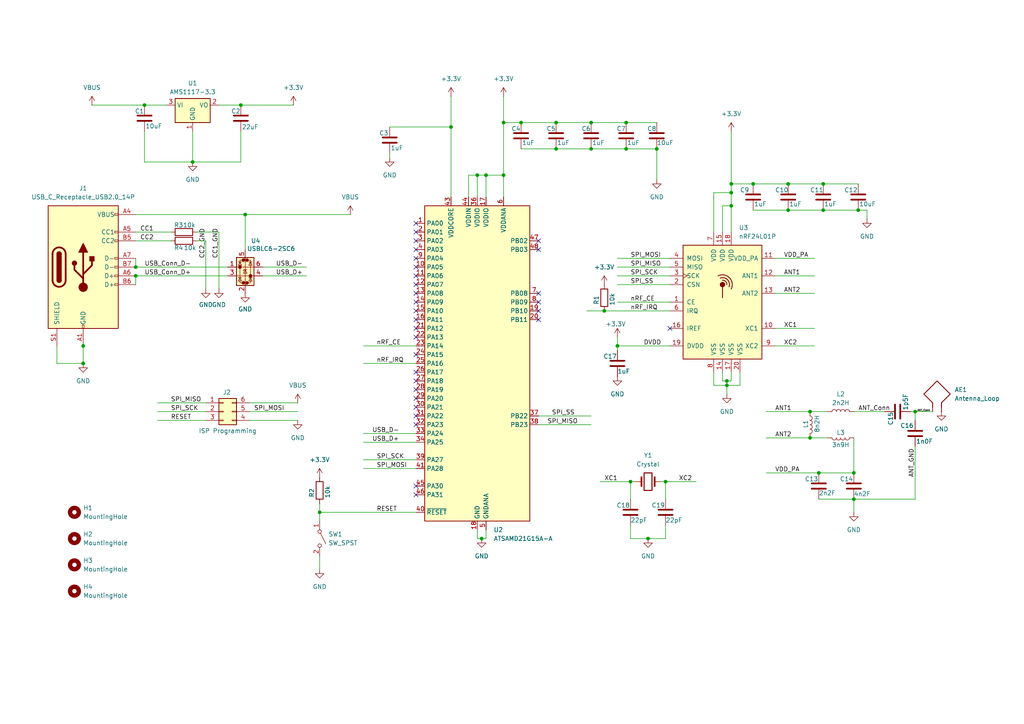
<source format=kicad_sch>
(kicad_sch
	(version 20231120)
	(generator "eeschema")
	(generator_version "8.0")
	(uuid "f58c2564-9803-4ff7-ab11-a2a8ccfbda17")
	(paper "A4")
	(lib_symbols
		(symbol "Connector:USB_C_Receptacle_USB2.0_14P"
			(pin_names
				(offset 1.016)
			)
			(exclude_from_sim no)
			(in_bom yes)
			(on_board yes)
			(property "Reference" "J"
				(at 0 22.225 0)
				(effects
					(font
						(size 1.27 1.27)
					)
				)
			)
			(property "Value" "USB_C_Receptacle_USB2.0_14P"
				(at 0 19.685 0)
				(effects
					(font
						(size 1.27 1.27)
					)
				)
			)
			(property "Footprint" ""
				(at 3.81 0 0)
				(effects
					(font
						(size 1.27 1.27)
					)
					(hide yes)
				)
			)
			(property "Datasheet" "https://www.usb.org/sites/default/files/documents/usb_type-c.zip"
				(at 3.81 0 0)
				(effects
					(font
						(size 1.27 1.27)
					)
					(hide yes)
				)
			)
			(property "Description" "USB 2.0-only 14P Type-C Receptacle connector"
				(at 0 0 0)
				(effects
					(font
						(size 1.27 1.27)
					)
					(hide yes)
				)
			)
			(property "ki_keywords" "usb universal serial bus type-C USB2.0"
				(at 0 0 0)
				(effects
					(font
						(size 1.27 1.27)
					)
					(hide yes)
				)
			)
			(property "ki_fp_filters" "USB*C*Receptacle*"
				(at 0 0 0)
				(effects
					(font
						(size 1.27 1.27)
					)
					(hide yes)
				)
			)
			(symbol "USB_C_Receptacle_USB2.0_14P_0_0"
				(rectangle
					(start -0.254 -17.78)
					(end 0.254 -16.764)
					(stroke
						(width 0)
						(type default)
					)
					(fill
						(type none)
					)
				)
				(rectangle
					(start 10.16 -4.826)
					(end 9.144 -5.334)
					(stroke
						(width 0)
						(type default)
					)
					(fill
						(type none)
					)
				)
				(rectangle
					(start 10.16 -2.286)
					(end 9.144 -2.794)
					(stroke
						(width 0)
						(type default)
					)
					(fill
						(type none)
					)
				)
				(rectangle
					(start 10.16 0.254)
					(end 9.144 -0.254)
					(stroke
						(width 0)
						(type default)
					)
					(fill
						(type none)
					)
				)
				(rectangle
					(start 10.16 2.794)
					(end 9.144 2.286)
					(stroke
						(width 0)
						(type default)
					)
					(fill
						(type none)
					)
				)
				(rectangle
					(start 10.16 7.874)
					(end 9.144 7.366)
					(stroke
						(width 0)
						(type default)
					)
					(fill
						(type none)
					)
				)
				(rectangle
					(start 10.16 10.414)
					(end 9.144 9.906)
					(stroke
						(width 0)
						(type default)
					)
					(fill
						(type none)
					)
				)
				(rectangle
					(start 10.16 15.494)
					(end 9.144 14.986)
					(stroke
						(width 0)
						(type default)
					)
					(fill
						(type none)
					)
				)
			)
			(symbol "USB_C_Receptacle_USB2.0_14P_0_1"
				(rectangle
					(start -10.16 17.78)
					(end 10.16 -17.78)
					(stroke
						(width 0.254)
						(type default)
					)
					(fill
						(type background)
					)
				)
				(arc
					(start -8.89 -3.81)
					(mid -6.985 -5.7067)
					(end -5.08 -3.81)
					(stroke
						(width 0.508)
						(type default)
					)
					(fill
						(type none)
					)
				)
				(arc
					(start -7.62 -3.81)
					(mid -6.985 -4.4423)
					(end -6.35 -3.81)
					(stroke
						(width 0.254)
						(type default)
					)
					(fill
						(type none)
					)
				)
				(arc
					(start -7.62 -3.81)
					(mid -6.985 -4.4423)
					(end -6.35 -3.81)
					(stroke
						(width 0.254)
						(type default)
					)
					(fill
						(type outline)
					)
				)
				(rectangle
					(start -7.62 -3.81)
					(end -6.35 3.81)
					(stroke
						(width 0.254)
						(type default)
					)
					(fill
						(type outline)
					)
				)
				(arc
					(start -6.35 3.81)
					(mid -6.985 4.4423)
					(end -7.62 3.81)
					(stroke
						(width 0.254)
						(type default)
					)
					(fill
						(type none)
					)
				)
				(arc
					(start -6.35 3.81)
					(mid -6.985 4.4423)
					(end -7.62 3.81)
					(stroke
						(width 0.254)
						(type default)
					)
					(fill
						(type outline)
					)
				)
				(arc
					(start -5.08 3.81)
					(mid -6.985 5.7067)
					(end -8.89 3.81)
					(stroke
						(width 0.508)
						(type default)
					)
					(fill
						(type none)
					)
				)
				(circle
					(center -2.54 1.143)
					(radius 0.635)
					(stroke
						(width 0.254)
						(type default)
					)
					(fill
						(type outline)
					)
				)
				(circle
					(center 0 -5.842)
					(radius 1.27)
					(stroke
						(width 0)
						(type default)
					)
					(fill
						(type outline)
					)
				)
				(polyline
					(pts
						(xy -8.89 -3.81) (xy -8.89 3.81)
					)
					(stroke
						(width 0.508)
						(type default)
					)
					(fill
						(type none)
					)
				)
				(polyline
					(pts
						(xy -5.08 3.81) (xy -5.08 -3.81)
					)
					(stroke
						(width 0.508)
						(type default)
					)
					(fill
						(type none)
					)
				)
				(polyline
					(pts
						(xy 0 -5.842) (xy 0 4.318)
					)
					(stroke
						(width 0.508)
						(type default)
					)
					(fill
						(type none)
					)
				)
				(polyline
					(pts
						(xy 0 -3.302) (xy -2.54 -0.762) (xy -2.54 0.508)
					)
					(stroke
						(width 0.508)
						(type default)
					)
					(fill
						(type none)
					)
				)
				(polyline
					(pts
						(xy 0 -2.032) (xy 2.54 0.508) (xy 2.54 1.778)
					)
					(stroke
						(width 0.508)
						(type default)
					)
					(fill
						(type none)
					)
				)
				(polyline
					(pts
						(xy -1.27 4.318) (xy 0 6.858) (xy 1.27 4.318) (xy -1.27 4.318)
					)
					(stroke
						(width 0.254)
						(type default)
					)
					(fill
						(type outline)
					)
				)
				(rectangle
					(start 1.905 1.778)
					(end 3.175 3.048)
					(stroke
						(width 0.254)
						(type default)
					)
					(fill
						(type outline)
					)
				)
			)
			(symbol "USB_C_Receptacle_USB2.0_14P_1_1"
				(pin passive line
					(at 0 -22.86 90)
					(length 5.08)
					(name "GND"
						(effects
							(font
								(size 1.27 1.27)
							)
						)
					)
					(number "A1"
						(effects
							(font
								(size 1.27 1.27)
							)
						)
					)
				)
				(pin passive line
					(at 0 -22.86 90)
					(length 5.08) hide
					(name "GND"
						(effects
							(font
								(size 1.27 1.27)
							)
						)
					)
					(number "A12"
						(effects
							(font
								(size 1.27 1.27)
							)
						)
					)
				)
				(pin passive line
					(at 15.24 15.24 180)
					(length 5.08)
					(name "VBUS"
						(effects
							(font
								(size 1.27 1.27)
							)
						)
					)
					(number "A4"
						(effects
							(font
								(size 1.27 1.27)
							)
						)
					)
				)
				(pin bidirectional line
					(at 15.24 10.16 180)
					(length 5.08)
					(name "CC1"
						(effects
							(font
								(size 1.27 1.27)
							)
						)
					)
					(number "A5"
						(effects
							(font
								(size 1.27 1.27)
							)
						)
					)
				)
				(pin bidirectional line
					(at 15.24 -2.54 180)
					(length 5.08)
					(name "D+"
						(effects
							(font
								(size 1.27 1.27)
							)
						)
					)
					(number "A6"
						(effects
							(font
								(size 1.27 1.27)
							)
						)
					)
				)
				(pin bidirectional line
					(at 15.24 2.54 180)
					(length 5.08)
					(name "D-"
						(effects
							(font
								(size 1.27 1.27)
							)
						)
					)
					(number "A7"
						(effects
							(font
								(size 1.27 1.27)
							)
						)
					)
				)
				(pin passive line
					(at 15.24 15.24 180)
					(length 5.08) hide
					(name "VBUS"
						(effects
							(font
								(size 1.27 1.27)
							)
						)
					)
					(number "A9"
						(effects
							(font
								(size 1.27 1.27)
							)
						)
					)
				)
				(pin passive line
					(at 0 -22.86 90)
					(length 5.08) hide
					(name "GND"
						(effects
							(font
								(size 1.27 1.27)
							)
						)
					)
					(number "B1"
						(effects
							(font
								(size 1.27 1.27)
							)
						)
					)
				)
				(pin passive line
					(at 0 -22.86 90)
					(length 5.08) hide
					(name "GND"
						(effects
							(font
								(size 1.27 1.27)
							)
						)
					)
					(number "B12"
						(effects
							(font
								(size 1.27 1.27)
							)
						)
					)
				)
				(pin passive line
					(at 15.24 15.24 180)
					(length 5.08) hide
					(name "VBUS"
						(effects
							(font
								(size 1.27 1.27)
							)
						)
					)
					(number "B4"
						(effects
							(font
								(size 1.27 1.27)
							)
						)
					)
				)
				(pin bidirectional line
					(at 15.24 7.62 180)
					(length 5.08)
					(name "CC2"
						(effects
							(font
								(size 1.27 1.27)
							)
						)
					)
					(number "B5"
						(effects
							(font
								(size 1.27 1.27)
							)
						)
					)
				)
				(pin bidirectional line
					(at 15.24 -5.08 180)
					(length 5.08)
					(name "D+"
						(effects
							(font
								(size 1.27 1.27)
							)
						)
					)
					(number "B6"
						(effects
							(font
								(size 1.27 1.27)
							)
						)
					)
				)
				(pin bidirectional line
					(at 15.24 0 180)
					(length 5.08)
					(name "D-"
						(effects
							(font
								(size 1.27 1.27)
							)
						)
					)
					(number "B7"
						(effects
							(font
								(size 1.27 1.27)
							)
						)
					)
				)
				(pin passive line
					(at 15.24 15.24 180)
					(length 5.08) hide
					(name "VBUS"
						(effects
							(font
								(size 1.27 1.27)
							)
						)
					)
					(number "B9"
						(effects
							(font
								(size 1.27 1.27)
							)
						)
					)
				)
				(pin passive line
					(at -7.62 -22.86 90)
					(length 5.08)
					(name "SHIELD"
						(effects
							(font
								(size 1.27 1.27)
							)
						)
					)
					(number "S1"
						(effects
							(font
								(size 1.27 1.27)
							)
						)
					)
				)
			)
		)
		(symbol "Connector_Generic:Conn_02x03_Counter_Clockwise"
			(pin_names
				(offset 1.016) hide)
			(exclude_from_sim no)
			(in_bom yes)
			(on_board yes)
			(property "Reference" "J"
				(at 1.27 5.08 0)
				(effects
					(font
						(size 1.27 1.27)
					)
				)
			)
			(property "Value" "Conn_02x03_Counter_Clockwise"
				(at 1.27 -5.08 0)
				(effects
					(font
						(size 1.27 1.27)
					)
				)
			)
			(property "Footprint" ""
				(at 0 0 0)
				(effects
					(font
						(size 1.27 1.27)
					)
					(hide yes)
				)
			)
			(property "Datasheet" "~"
				(at 0 0 0)
				(effects
					(font
						(size 1.27 1.27)
					)
					(hide yes)
				)
			)
			(property "Description" "Generic connector, double row, 02x03, counter clockwise pin numbering scheme (similar to DIP package numbering), script generated (kicad-library-utils/schlib/autogen/connector/)"
				(at 0 0 0)
				(effects
					(font
						(size 1.27 1.27)
					)
					(hide yes)
				)
			)
			(property "ki_keywords" "connector"
				(at 0 0 0)
				(effects
					(font
						(size 1.27 1.27)
					)
					(hide yes)
				)
			)
			(property "ki_fp_filters" "Connector*:*_2x??_*"
				(at 0 0 0)
				(effects
					(font
						(size 1.27 1.27)
					)
					(hide yes)
				)
			)
			(symbol "Conn_02x03_Counter_Clockwise_1_1"
				(rectangle
					(start -1.27 -2.413)
					(end 0 -2.667)
					(stroke
						(width 0.1524)
						(type default)
					)
					(fill
						(type none)
					)
				)
				(rectangle
					(start -1.27 0.127)
					(end 0 -0.127)
					(stroke
						(width 0.1524)
						(type default)
					)
					(fill
						(type none)
					)
				)
				(rectangle
					(start -1.27 2.667)
					(end 0 2.413)
					(stroke
						(width 0.1524)
						(type default)
					)
					(fill
						(type none)
					)
				)
				(rectangle
					(start -1.27 3.81)
					(end 3.81 -3.81)
					(stroke
						(width 0.254)
						(type default)
					)
					(fill
						(type background)
					)
				)
				(rectangle
					(start 3.81 -2.413)
					(end 2.54 -2.667)
					(stroke
						(width 0.1524)
						(type default)
					)
					(fill
						(type none)
					)
				)
				(rectangle
					(start 3.81 0.127)
					(end 2.54 -0.127)
					(stroke
						(width 0.1524)
						(type default)
					)
					(fill
						(type none)
					)
				)
				(rectangle
					(start 3.81 2.667)
					(end 2.54 2.413)
					(stroke
						(width 0.1524)
						(type default)
					)
					(fill
						(type none)
					)
				)
				(pin passive line
					(at -5.08 2.54 0)
					(length 3.81)
					(name "Pin_1"
						(effects
							(font
								(size 1.27 1.27)
							)
						)
					)
					(number "1"
						(effects
							(font
								(size 1.27 1.27)
							)
						)
					)
				)
				(pin passive line
					(at -5.08 0 0)
					(length 3.81)
					(name "Pin_2"
						(effects
							(font
								(size 1.27 1.27)
							)
						)
					)
					(number "2"
						(effects
							(font
								(size 1.27 1.27)
							)
						)
					)
				)
				(pin passive line
					(at -5.08 -2.54 0)
					(length 3.81)
					(name "Pin_3"
						(effects
							(font
								(size 1.27 1.27)
							)
						)
					)
					(number "3"
						(effects
							(font
								(size 1.27 1.27)
							)
						)
					)
				)
				(pin passive line
					(at 7.62 -2.54 180)
					(length 3.81)
					(name "Pin_4"
						(effects
							(font
								(size 1.27 1.27)
							)
						)
					)
					(number "4"
						(effects
							(font
								(size 1.27 1.27)
							)
						)
					)
				)
				(pin passive line
					(at 7.62 0 180)
					(length 3.81)
					(name "Pin_5"
						(effects
							(font
								(size 1.27 1.27)
							)
						)
					)
					(number "5"
						(effects
							(font
								(size 1.27 1.27)
							)
						)
					)
				)
				(pin passive line
					(at 7.62 2.54 180)
					(length 3.81)
					(name "Pin_6"
						(effects
							(font
								(size 1.27 1.27)
							)
						)
					)
					(number "6"
						(effects
							(font
								(size 1.27 1.27)
							)
						)
					)
				)
			)
		)
		(symbol "Device:Antenna_Loop"
			(pin_numbers hide)
			(pin_names
				(offset 1.016) hide)
			(exclude_from_sim no)
			(in_bom yes)
			(on_board yes)
			(property "Reference" "AE"
				(at 1.27 6.35 0)
				(effects
					(font
						(size 1.27 1.27)
					)
				)
			)
			(property "Value" "Antenna_Loop"
				(at 1.27 5.08 0)
				(effects
					(font
						(size 1.27 1.27)
					)
				)
			)
			(property "Footprint" ""
				(at 0 0 0)
				(effects
					(font
						(size 1.27 1.27)
					)
					(hide yes)
				)
			)
			(property "Datasheet" "~"
				(at 0 0 0)
				(effects
					(font
						(size 1.27 1.27)
					)
					(hide yes)
				)
			)
			(property "Description" "Loop antenna"
				(at 0 0 0)
				(effects
					(font
						(size 1.27 1.27)
					)
					(hide yes)
				)
			)
			(property "ki_keywords" "loop antenna"
				(at 0 0 0)
				(effects
					(font
						(size 1.27 1.27)
					)
					(hide yes)
				)
			)
			(symbol "Antenna_Loop_0_1"
				(polyline
					(pts
						(xy 2.54 -3.81) (xy 2.54 -2.54) (xy 5.08 0) (xy 1.27 3.81) (xy -2.54 0) (xy 0 -2.54) (xy 0 -3.81)
					)
					(stroke
						(width 0.254)
						(type default)
					)
					(fill
						(type none)
					)
				)
			)
			(symbol "Antenna_Loop_1_1"
				(pin input line
					(at 0 -5.08 90)
					(length 2.54)
					(name "~"
						(effects
							(font
								(size 1.27 1.27)
							)
						)
					)
					(number "1"
						(effects
							(font
								(size 1.27 1.27)
							)
						)
					)
				)
				(pin input line
					(at 2.54 -5.08 90)
					(length 2.54)
					(name "~"
						(effects
							(font
								(size 1.27 1.27)
							)
						)
					)
					(number "2"
						(effects
							(font
								(size 1.27 1.27)
							)
						)
					)
				)
			)
		)
		(symbol "Device:C"
			(pin_numbers hide)
			(pin_names
				(offset 0.254)
			)
			(exclude_from_sim no)
			(in_bom yes)
			(on_board yes)
			(property "Reference" "C"
				(at 0.635 2.54 0)
				(effects
					(font
						(size 1.27 1.27)
					)
					(justify left)
				)
			)
			(property "Value" "C"
				(at 0.635 -2.54 0)
				(effects
					(font
						(size 1.27 1.27)
					)
					(justify left)
				)
			)
			(property "Footprint" ""
				(at 0.9652 -3.81 0)
				(effects
					(font
						(size 1.27 1.27)
					)
					(hide yes)
				)
			)
			(property "Datasheet" "~"
				(at 0 0 0)
				(effects
					(font
						(size 1.27 1.27)
					)
					(hide yes)
				)
			)
			(property "Description" "Unpolarized capacitor"
				(at 0 0 0)
				(effects
					(font
						(size 1.27 1.27)
					)
					(hide yes)
				)
			)
			(property "ki_keywords" "cap capacitor"
				(at 0 0 0)
				(effects
					(font
						(size 1.27 1.27)
					)
					(hide yes)
				)
			)
			(property "ki_fp_filters" "C_*"
				(at 0 0 0)
				(effects
					(font
						(size 1.27 1.27)
					)
					(hide yes)
				)
			)
			(symbol "C_0_1"
				(polyline
					(pts
						(xy -2.032 -0.762) (xy 2.032 -0.762)
					)
					(stroke
						(width 0.508)
						(type default)
					)
					(fill
						(type none)
					)
				)
				(polyline
					(pts
						(xy -2.032 0.762) (xy 2.032 0.762)
					)
					(stroke
						(width 0.508)
						(type default)
					)
					(fill
						(type none)
					)
				)
			)
			(symbol "C_1_1"
				(pin passive line
					(at 0 3.81 270)
					(length 2.794)
					(name "~"
						(effects
							(font
								(size 1.27 1.27)
							)
						)
					)
					(number "1"
						(effects
							(font
								(size 1.27 1.27)
							)
						)
					)
				)
				(pin passive line
					(at 0 -3.81 90)
					(length 2.794)
					(name "~"
						(effects
							(font
								(size 1.27 1.27)
							)
						)
					)
					(number "2"
						(effects
							(font
								(size 1.27 1.27)
							)
						)
					)
				)
			)
		)
		(symbol "Device:Crystal"
			(pin_numbers hide)
			(pin_names
				(offset 1.016) hide)
			(exclude_from_sim no)
			(in_bom yes)
			(on_board yes)
			(property "Reference" "Y"
				(at 0 3.81 0)
				(effects
					(font
						(size 1.27 1.27)
					)
				)
			)
			(property "Value" "Crystal"
				(at 0 -3.81 0)
				(effects
					(font
						(size 1.27 1.27)
					)
				)
			)
			(property "Footprint" ""
				(at 0 0 0)
				(effects
					(font
						(size 1.27 1.27)
					)
					(hide yes)
				)
			)
			(property "Datasheet" "~"
				(at 0 0 0)
				(effects
					(font
						(size 1.27 1.27)
					)
					(hide yes)
				)
			)
			(property "Description" "Two pin crystal"
				(at 0 0 0)
				(effects
					(font
						(size 1.27 1.27)
					)
					(hide yes)
				)
			)
			(property "ki_keywords" "quartz ceramic resonator oscillator"
				(at 0 0 0)
				(effects
					(font
						(size 1.27 1.27)
					)
					(hide yes)
				)
			)
			(property "ki_fp_filters" "Crystal*"
				(at 0 0 0)
				(effects
					(font
						(size 1.27 1.27)
					)
					(hide yes)
				)
			)
			(symbol "Crystal_0_1"
				(rectangle
					(start -1.143 2.54)
					(end 1.143 -2.54)
					(stroke
						(width 0.3048)
						(type default)
					)
					(fill
						(type none)
					)
				)
				(polyline
					(pts
						(xy -2.54 0) (xy -1.905 0)
					)
					(stroke
						(width 0)
						(type default)
					)
					(fill
						(type none)
					)
				)
				(polyline
					(pts
						(xy -1.905 -1.27) (xy -1.905 1.27)
					)
					(stroke
						(width 0.508)
						(type default)
					)
					(fill
						(type none)
					)
				)
				(polyline
					(pts
						(xy 1.905 -1.27) (xy 1.905 1.27)
					)
					(stroke
						(width 0.508)
						(type default)
					)
					(fill
						(type none)
					)
				)
				(polyline
					(pts
						(xy 2.54 0) (xy 1.905 0)
					)
					(stroke
						(width 0)
						(type default)
					)
					(fill
						(type none)
					)
				)
			)
			(symbol "Crystal_1_1"
				(pin passive line
					(at -3.81 0 0)
					(length 1.27)
					(name "1"
						(effects
							(font
								(size 1.27 1.27)
							)
						)
					)
					(number "1"
						(effects
							(font
								(size 1.27 1.27)
							)
						)
					)
				)
				(pin passive line
					(at 3.81 0 180)
					(length 1.27)
					(name "2"
						(effects
							(font
								(size 1.27 1.27)
							)
						)
					)
					(number "2"
						(effects
							(font
								(size 1.27 1.27)
							)
						)
					)
				)
			)
		)
		(symbol "Device:L"
			(pin_numbers hide)
			(pin_names
				(offset 1.016) hide)
			(exclude_from_sim no)
			(in_bom yes)
			(on_board yes)
			(property "Reference" "L"
				(at -1.27 0 90)
				(effects
					(font
						(size 1.27 1.27)
					)
				)
			)
			(property "Value" "L"
				(at 1.905 0 90)
				(effects
					(font
						(size 1.27 1.27)
					)
				)
			)
			(property "Footprint" ""
				(at 0 0 0)
				(effects
					(font
						(size 1.27 1.27)
					)
					(hide yes)
				)
			)
			(property "Datasheet" "~"
				(at 0 0 0)
				(effects
					(font
						(size 1.27 1.27)
					)
					(hide yes)
				)
			)
			(property "Description" "Inductor"
				(at 0 0 0)
				(effects
					(font
						(size 1.27 1.27)
					)
					(hide yes)
				)
			)
			(property "ki_keywords" "inductor choke coil reactor magnetic"
				(at 0 0 0)
				(effects
					(font
						(size 1.27 1.27)
					)
					(hide yes)
				)
			)
			(property "ki_fp_filters" "Choke_* *Coil* Inductor_* L_*"
				(at 0 0 0)
				(effects
					(font
						(size 1.27 1.27)
					)
					(hide yes)
				)
			)
			(symbol "L_0_1"
				(arc
					(start 0 -2.54)
					(mid 0.6323 -1.905)
					(end 0 -1.27)
					(stroke
						(width 0)
						(type default)
					)
					(fill
						(type none)
					)
				)
				(arc
					(start 0 -1.27)
					(mid 0.6323 -0.635)
					(end 0 0)
					(stroke
						(width 0)
						(type default)
					)
					(fill
						(type none)
					)
				)
				(arc
					(start 0 0)
					(mid 0.6323 0.635)
					(end 0 1.27)
					(stroke
						(width 0)
						(type default)
					)
					(fill
						(type none)
					)
				)
				(arc
					(start 0 1.27)
					(mid 0.6323 1.905)
					(end 0 2.54)
					(stroke
						(width 0)
						(type default)
					)
					(fill
						(type none)
					)
				)
			)
			(symbol "L_1_1"
				(pin passive line
					(at 0 3.81 270)
					(length 1.27)
					(name "1"
						(effects
							(font
								(size 1.27 1.27)
							)
						)
					)
					(number "1"
						(effects
							(font
								(size 1.27 1.27)
							)
						)
					)
				)
				(pin passive line
					(at 0 -3.81 90)
					(length 1.27)
					(name "2"
						(effects
							(font
								(size 1.27 1.27)
							)
						)
					)
					(number "2"
						(effects
							(font
								(size 1.27 1.27)
							)
						)
					)
				)
			)
		)
		(symbol "Device:R"
			(pin_numbers hide)
			(pin_names
				(offset 0)
			)
			(exclude_from_sim no)
			(in_bom yes)
			(on_board yes)
			(property "Reference" "R"
				(at 2.032 0 90)
				(effects
					(font
						(size 1.27 1.27)
					)
				)
			)
			(property "Value" "R"
				(at 0 0 90)
				(effects
					(font
						(size 1.27 1.27)
					)
				)
			)
			(property "Footprint" ""
				(at -1.778 0 90)
				(effects
					(font
						(size 1.27 1.27)
					)
					(hide yes)
				)
			)
			(property "Datasheet" "~"
				(at 0 0 0)
				(effects
					(font
						(size 1.27 1.27)
					)
					(hide yes)
				)
			)
			(property "Description" "Resistor"
				(at 0 0 0)
				(effects
					(font
						(size 1.27 1.27)
					)
					(hide yes)
				)
			)
			(property "ki_keywords" "R res resistor"
				(at 0 0 0)
				(effects
					(font
						(size 1.27 1.27)
					)
					(hide yes)
				)
			)
			(property "ki_fp_filters" "R_*"
				(at 0 0 0)
				(effects
					(font
						(size 1.27 1.27)
					)
					(hide yes)
				)
			)
			(symbol "R_0_1"
				(rectangle
					(start -1.016 -2.54)
					(end 1.016 2.54)
					(stroke
						(width 0.254)
						(type default)
					)
					(fill
						(type none)
					)
				)
			)
			(symbol "R_1_1"
				(pin passive line
					(at 0 3.81 270)
					(length 1.27)
					(name "~"
						(effects
							(font
								(size 1.27 1.27)
							)
						)
					)
					(number "1"
						(effects
							(font
								(size 1.27 1.27)
							)
						)
					)
				)
				(pin passive line
					(at 0 -3.81 90)
					(length 1.27)
					(name "~"
						(effects
							(font
								(size 1.27 1.27)
							)
						)
					)
					(number "2"
						(effects
							(font
								(size 1.27 1.27)
							)
						)
					)
				)
			)
		)
		(symbol "MCU_Microchip_SAMD:ATSAMD21G15A-A"
			(exclude_from_sim no)
			(in_bom yes)
			(on_board yes)
			(property "Reference" "U"
				(at 0 2.54 0)
				(effects
					(font
						(size 1.27 1.27)
					)
				)
			)
			(property "Value" "ATSAMD21G15A-A"
				(at 0 -2.54 0)
				(effects
					(font
						(size 1.27 1.27)
					)
				)
			)
			(property "Footprint" "Package_QFP:TQFP-48_7x7mm_P0.5mm"
				(at 0 0 0)
				(effects
					(font
						(size 1.27 1.27)
					)
					(hide yes)
				)
			)
			(property "Datasheet" "http://ww1.microchip.com/downloads/en/DeviceDoc/SAM_D21_DA1_Family_Data%20Sheet_DS40001882E.pdf"
				(at 0 25.4 0)
				(effects
					(font
						(size 1.27 1.27)
					)
					(hide yes)
				)
			)
			(property "Description" "SAM D21 Microchip SMART ARM-based Flash MCU, 48Mhz, 32K Flash, 4K SRAM, TQFP-48"
				(at 0 0 0)
				(effects
					(font
						(size 1.27 1.27)
					)
					(hide yes)
				)
			)
			(property "ki_keywords" "32-bit ARM Cortex-M0+ MCU Microcontroller"
				(at 0 0 0)
				(effects
					(font
						(size 1.27 1.27)
					)
					(hide yes)
				)
			)
			(property "ki_fp_filters" "TQFP*7x7mm*P0.5mm*"
				(at 0 0 0)
				(effects
					(font
						(size 1.27 1.27)
					)
					(hide yes)
				)
			)
			(symbol "ATSAMD21G15A-A_0_1"
				(rectangle
					(start -15.24 45.72)
					(end 15.24 -45.72)
					(stroke
						(width 0.254)
						(type default)
					)
					(fill
						(type background)
					)
				)
			)
			(symbol "ATSAMD21G15A-A_1_1"
				(pin bidirectional line
					(at -17.78 40.64 0)
					(length 2.54)
					(name "PA00"
						(effects
							(font
								(size 1.27 1.27)
							)
						)
					)
					(number "1"
						(effects
							(font
								(size 1.27 1.27)
							)
						)
					)
				)
				(pin bidirectional line
					(at -17.78 27.94 0)
					(length 2.54)
					(name "PA05"
						(effects
							(font
								(size 1.27 1.27)
							)
						)
					)
					(number "10"
						(effects
							(font
								(size 1.27 1.27)
							)
						)
					)
				)
				(pin bidirectional line
					(at -17.78 25.4 0)
					(length 2.54)
					(name "PA06"
						(effects
							(font
								(size 1.27 1.27)
							)
						)
					)
					(number "11"
						(effects
							(font
								(size 1.27 1.27)
							)
						)
					)
				)
				(pin bidirectional line
					(at -17.78 22.86 0)
					(length 2.54)
					(name "PA07"
						(effects
							(font
								(size 1.27 1.27)
							)
						)
					)
					(number "12"
						(effects
							(font
								(size 1.27 1.27)
							)
						)
					)
				)
				(pin bidirectional line
					(at -17.78 20.32 0)
					(length 2.54)
					(name "PA08"
						(effects
							(font
								(size 1.27 1.27)
							)
						)
					)
					(number "13"
						(effects
							(font
								(size 1.27 1.27)
							)
						)
					)
				)
				(pin bidirectional line
					(at -17.78 17.78 0)
					(length 2.54)
					(name "PA09"
						(effects
							(font
								(size 1.27 1.27)
							)
						)
					)
					(number "14"
						(effects
							(font
								(size 1.27 1.27)
							)
						)
					)
				)
				(pin bidirectional line
					(at -17.78 15.24 0)
					(length 2.54)
					(name "PA10"
						(effects
							(font
								(size 1.27 1.27)
							)
						)
					)
					(number "15"
						(effects
							(font
								(size 1.27 1.27)
							)
						)
					)
				)
				(pin bidirectional line
					(at -17.78 12.7 0)
					(length 2.54)
					(name "PA11"
						(effects
							(font
								(size 1.27 1.27)
							)
						)
					)
					(number "16"
						(effects
							(font
								(size 1.27 1.27)
							)
						)
					)
				)
				(pin power_in line
					(at 2.54 48.26 270)
					(length 2.54)
					(name "VDDIO"
						(effects
							(font
								(size 1.27 1.27)
							)
						)
					)
					(number "17"
						(effects
							(font
								(size 1.27 1.27)
							)
						)
					)
				)
				(pin power_in line
					(at 0 -48.26 90)
					(length 2.54)
					(name "GND"
						(effects
							(font
								(size 1.27 1.27)
							)
						)
					)
					(number "18"
						(effects
							(font
								(size 1.27 1.27)
							)
						)
					)
				)
				(pin bidirectional line
					(at 17.78 15.24 180)
					(length 2.54)
					(name "PB10"
						(effects
							(font
								(size 1.27 1.27)
							)
						)
					)
					(number "19"
						(effects
							(font
								(size 1.27 1.27)
							)
						)
					)
				)
				(pin bidirectional line
					(at -17.78 38.1 0)
					(length 2.54)
					(name "PA01"
						(effects
							(font
								(size 1.27 1.27)
							)
						)
					)
					(number "2"
						(effects
							(font
								(size 1.27 1.27)
							)
						)
					)
				)
				(pin bidirectional line
					(at 17.78 12.7 180)
					(length 2.54)
					(name "PB11"
						(effects
							(font
								(size 1.27 1.27)
							)
						)
					)
					(number "20"
						(effects
							(font
								(size 1.27 1.27)
							)
						)
					)
				)
				(pin bidirectional line
					(at -17.78 10.16 0)
					(length 2.54)
					(name "PA12"
						(effects
							(font
								(size 1.27 1.27)
							)
						)
					)
					(number "21"
						(effects
							(font
								(size 1.27 1.27)
							)
						)
					)
				)
				(pin bidirectional line
					(at -17.78 7.62 0)
					(length 2.54)
					(name "PA13"
						(effects
							(font
								(size 1.27 1.27)
							)
						)
					)
					(number "22"
						(effects
							(font
								(size 1.27 1.27)
							)
						)
					)
				)
				(pin bidirectional line
					(at -17.78 5.08 0)
					(length 2.54)
					(name "PA14"
						(effects
							(font
								(size 1.27 1.27)
							)
						)
					)
					(number "23"
						(effects
							(font
								(size 1.27 1.27)
							)
						)
					)
				)
				(pin bidirectional line
					(at -17.78 2.54 0)
					(length 2.54)
					(name "PA15"
						(effects
							(font
								(size 1.27 1.27)
							)
						)
					)
					(number "24"
						(effects
							(font
								(size 1.27 1.27)
							)
						)
					)
				)
				(pin bidirectional line
					(at -17.78 0 0)
					(length 2.54)
					(name "PA16"
						(effects
							(font
								(size 1.27 1.27)
							)
						)
					)
					(number "25"
						(effects
							(font
								(size 1.27 1.27)
							)
						)
					)
				)
				(pin bidirectional line
					(at -17.78 -2.54 0)
					(length 2.54)
					(name "PA17"
						(effects
							(font
								(size 1.27 1.27)
							)
						)
					)
					(number "26"
						(effects
							(font
								(size 1.27 1.27)
							)
						)
					)
				)
				(pin bidirectional line
					(at -17.78 -5.08 0)
					(length 2.54)
					(name "PA18"
						(effects
							(font
								(size 1.27 1.27)
							)
						)
					)
					(number "27"
						(effects
							(font
								(size 1.27 1.27)
							)
						)
					)
				)
				(pin bidirectional line
					(at -17.78 -7.62 0)
					(length 2.54)
					(name "PA19"
						(effects
							(font
								(size 1.27 1.27)
							)
						)
					)
					(number "28"
						(effects
							(font
								(size 1.27 1.27)
							)
						)
					)
				)
				(pin bidirectional line
					(at -17.78 -10.16 0)
					(length 2.54)
					(name "PA20"
						(effects
							(font
								(size 1.27 1.27)
							)
						)
					)
					(number "29"
						(effects
							(font
								(size 1.27 1.27)
							)
						)
					)
				)
				(pin bidirectional line
					(at -17.78 35.56 0)
					(length 2.54)
					(name "PA02"
						(effects
							(font
								(size 1.27 1.27)
							)
						)
					)
					(number "3"
						(effects
							(font
								(size 1.27 1.27)
							)
						)
					)
				)
				(pin bidirectional line
					(at -17.78 -12.7 0)
					(length 2.54)
					(name "PA21"
						(effects
							(font
								(size 1.27 1.27)
							)
						)
					)
					(number "30"
						(effects
							(font
								(size 1.27 1.27)
							)
						)
					)
				)
				(pin bidirectional line
					(at -17.78 -15.24 0)
					(length 2.54)
					(name "PA22"
						(effects
							(font
								(size 1.27 1.27)
							)
						)
					)
					(number "31"
						(effects
							(font
								(size 1.27 1.27)
							)
						)
					)
				)
				(pin bidirectional line
					(at -17.78 -17.78 0)
					(length 2.54)
					(name "PA23"
						(effects
							(font
								(size 1.27 1.27)
							)
						)
					)
					(number "32"
						(effects
							(font
								(size 1.27 1.27)
							)
						)
					)
				)
				(pin bidirectional line
					(at -17.78 -20.32 0)
					(length 2.54)
					(name "PA24"
						(effects
							(font
								(size 1.27 1.27)
							)
						)
					)
					(number "33"
						(effects
							(font
								(size 1.27 1.27)
							)
						)
					)
				)
				(pin bidirectional line
					(at -17.78 -22.86 0)
					(length 2.54)
					(name "PA25"
						(effects
							(font
								(size 1.27 1.27)
							)
						)
					)
					(number "34"
						(effects
							(font
								(size 1.27 1.27)
							)
						)
					)
				)
				(pin passive line
					(at 0 -48.26 90)
					(length 2.54) hide
					(name "GND"
						(effects
							(font
								(size 1.27 1.27)
							)
						)
					)
					(number "35"
						(effects
							(font
								(size 1.27 1.27)
							)
						)
					)
				)
				(pin power_in line
					(at 0 48.26 270)
					(length 2.54)
					(name "VDDIO"
						(effects
							(font
								(size 1.27 1.27)
							)
						)
					)
					(number "36"
						(effects
							(font
								(size 1.27 1.27)
							)
						)
					)
				)
				(pin bidirectional line
					(at 17.78 -15.24 180)
					(length 2.54)
					(name "PB22"
						(effects
							(font
								(size 1.27 1.27)
							)
						)
					)
					(number "37"
						(effects
							(font
								(size 1.27 1.27)
							)
						)
					)
				)
				(pin bidirectional line
					(at 17.78 -17.78 180)
					(length 2.54)
					(name "PB23"
						(effects
							(font
								(size 1.27 1.27)
							)
						)
					)
					(number "38"
						(effects
							(font
								(size 1.27 1.27)
							)
						)
					)
				)
				(pin bidirectional line
					(at -17.78 -27.94 0)
					(length 2.54)
					(name "PA27"
						(effects
							(font
								(size 1.27 1.27)
							)
						)
					)
					(number "39"
						(effects
							(font
								(size 1.27 1.27)
							)
						)
					)
				)
				(pin bidirectional line
					(at -17.78 33.02 0)
					(length 2.54)
					(name "PA03"
						(effects
							(font
								(size 1.27 1.27)
							)
						)
					)
					(number "4"
						(effects
							(font
								(size 1.27 1.27)
							)
						)
					)
				)
				(pin input line
					(at -17.78 -43.18 0)
					(length 2.54)
					(name "~{RESET}"
						(effects
							(font
								(size 1.27 1.27)
							)
						)
					)
					(number "40"
						(effects
							(font
								(size 1.27 1.27)
							)
						)
					)
				)
				(pin bidirectional line
					(at -17.78 -30.48 0)
					(length 2.54)
					(name "PA28"
						(effects
							(font
								(size 1.27 1.27)
							)
						)
					)
					(number "41"
						(effects
							(font
								(size 1.27 1.27)
							)
						)
					)
				)
				(pin passive line
					(at 0 -48.26 90)
					(length 2.54) hide
					(name "GND"
						(effects
							(font
								(size 1.27 1.27)
							)
						)
					)
					(number "42"
						(effects
							(font
								(size 1.27 1.27)
							)
						)
					)
				)
				(pin power_out line
					(at -7.62 48.26 270)
					(length 2.54)
					(name "VDDCORE"
						(effects
							(font
								(size 1.27 1.27)
							)
						)
					)
					(number "43"
						(effects
							(font
								(size 1.27 1.27)
							)
						)
					)
				)
				(pin power_in line
					(at -2.54 48.26 270)
					(length 2.54)
					(name "VDDIN"
						(effects
							(font
								(size 1.27 1.27)
							)
						)
					)
					(number "44"
						(effects
							(font
								(size 1.27 1.27)
							)
						)
					)
				)
				(pin bidirectional line
					(at -17.78 -35.56 0)
					(length 2.54)
					(name "PA30"
						(effects
							(font
								(size 1.27 1.27)
							)
						)
					)
					(number "45"
						(effects
							(font
								(size 1.27 1.27)
							)
						)
					)
				)
				(pin bidirectional line
					(at -17.78 -38.1 0)
					(length 2.54)
					(name "PA31"
						(effects
							(font
								(size 1.27 1.27)
							)
						)
					)
					(number "46"
						(effects
							(font
								(size 1.27 1.27)
							)
						)
					)
				)
				(pin bidirectional line
					(at 17.78 35.56 180)
					(length 2.54)
					(name "PB02"
						(effects
							(font
								(size 1.27 1.27)
							)
						)
					)
					(number "47"
						(effects
							(font
								(size 1.27 1.27)
							)
						)
					)
				)
				(pin bidirectional line
					(at 17.78 33.02 180)
					(length 2.54)
					(name "PB03"
						(effects
							(font
								(size 1.27 1.27)
							)
						)
					)
					(number "48"
						(effects
							(font
								(size 1.27 1.27)
							)
						)
					)
				)
				(pin power_in line
					(at 2.54 -48.26 90)
					(length 2.54)
					(name "GNDANA"
						(effects
							(font
								(size 1.27 1.27)
							)
						)
					)
					(number "5"
						(effects
							(font
								(size 1.27 1.27)
							)
						)
					)
				)
				(pin power_in line
					(at 7.62 48.26 270)
					(length 2.54)
					(name "VDDANA"
						(effects
							(font
								(size 1.27 1.27)
							)
						)
					)
					(number "6"
						(effects
							(font
								(size 1.27 1.27)
							)
						)
					)
				)
				(pin bidirectional line
					(at 17.78 20.32 180)
					(length 2.54)
					(name "PB08"
						(effects
							(font
								(size 1.27 1.27)
							)
						)
					)
					(number "7"
						(effects
							(font
								(size 1.27 1.27)
							)
						)
					)
				)
				(pin bidirectional line
					(at 17.78 17.78 180)
					(length 2.54)
					(name "PB09"
						(effects
							(font
								(size 1.27 1.27)
							)
						)
					)
					(number "8"
						(effects
							(font
								(size 1.27 1.27)
							)
						)
					)
				)
				(pin bidirectional line
					(at -17.78 30.48 0)
					(length 2.54)
					(name "PA04"
						(effects
							(font
								(size 1.27 1.27)
							)
						)
					)
					(number "9"
						(effects
							(font
								(size 1.27 1.27)
							)
						)
					)
				)
			)
		)
		(symbol "Mechanical:MountingHole"
			(pin_names
				(offset 1.016)
			)
			(exclude_from_sim yes)
			(in_bom no)
			(on_board yes)
			(property "Reference" "H"
				(at 0 5.08 0)
				(effects
					(font
						(size 1.27 1.27)
					)
				)
			)
			(property "Value" "MountingHole"
				(at 0 3.175 0)
				(effects
					(font
						(size 1.27 1.27)
					)
				)
			)
			(property "Footprint" ""
				(at 0 0 0)
				(effects
					(font
						(size 1.27 1.27)
					)
					(hide yes)
				)
			)
			(property "Datasheet" "~"
				(at 0 0 0)
				(effects
					(font
						(size 1.27 1.27)
					)
					(hide yes)
				)
			)
			(property "Description" "Mounting Hole without connection"
				(at 0 0 0)
				(effects
					(font
						(size 1.27 1.27)
					)
					(hide yes)
				)
			)
			(property "ki_keywords" "mounting hole"
				(at 0 0 0)
				(effects
					(font
						(size 1.27 1.27)
					)
					(hide yes)
				)
			)
			(property "ki_fp_filters" "MountingHole*"
				(at 0 0 0)
				(effects
					(font
						(size 1.27 1.27)
					)
					(hide yes)
				)
			)
			(symbol "MountingHole_0_1"
				(circle
					(center 0 0)
					(radius 1.27)
					(stroke
						(width 1.27)
						(type default)
					)
					(fill
						(type none)
					)
				)
			)
		)
		(symbol "Power_Protection:USBLC6-2SC6"
			(pin_names hide)
			(exclude_from_sim no)
			(in_bom yes)
			(on_board yes)
			(property "Reference" "U"
				(at 0.635 5.715 0)
				(effects
					(font
						(size 1.27 1.27)
					)
					(justify left)
				)
			)
			(property "Value" "USBLC6-2SC6"
				(at 0.635 3.81 0)
				(effects
					(font
						(size 1.27 1.27)
					)
					(justify left)
				)
			)
			(property "Footprint" "Package_TO_SOT_SMD:SOT-23-6"
				(at 1.27 -6.35 0)
				(effects
					(font
						(size 1.27 1.27)
						(italic yes)
					)
					(justify left)
					(hide yes)
				)
			)
			(property "Datasheet" "https://www.st.com/resource/en/datasheet/usblc6-2.pdf"
				(at 1.27 -8.255 0)
				(effects
					(font
						(size 1.27 1.27)
					)
					(justify left)
					(hide yes)
				)
			)
			(property "Description" "Very low capacitance ESD protection diode, 2 data-line, SOT-23-6"
				(at 0 0 0)
				(effects
					(font
						(size 1.27 1.27)
					)
					(hide yes)
				)
			)
			(property "ki_keywords" "usb ethernet video"
				(at 0 0 0)
				(effects
					(font
						(size 1.27 1.27)
					)
					(hide yes)
				)
			)
			(property "ki_fp_filters" "SOT?23*"
				(at 0 0 0)
				(effects
					(font
						(size 1.27 1.27)
					)
					(hide yes)
				)
			)
			(symbol "USBLC6-2SC6_0_0"
				(circle
					(center -1.524 0)
					(radius 0.0001)
					(stroke
						(width 0.508)
						(type default)
					)
					(fill
						(type none)
					)
				)
				(circle
					(center -0.508 -4.572)
					(radius 0.0001)
					(stroke
						(width 0.508)
						(type default)
					)
					(fill
						(type none)
					)
				)
				(circle
					(center -0.508 2.032)
					(radius 0.0001)
					(stroke
						(width 0.508)
						(type default)
					)
					(fill
						(type none)
					)
				)
				(circle
					(center 0.508 -4.572)
					(radius 0.0001)
					(stroke
						(width 0.508)
						(type default)
					)
					(fill
						(type none)
					)
				)
				(circle
					(center 0.508 2.032)
					(radius 0.0001)
					(stroke
						(width 0.508)
						(type default)
					)
					(fill
						(type none)
					)
				)
				(circle
					(center 1.524 -2.54)
					(radius 0.0001)
					(stroke
						(width 0.508)
						(type default)
					)
					(fill
						(type none)
					)
				)
			)
			(symbol "USBLC6-2SC6_0_1"
				(polyline
					(pts
						(xy -2.54 -2.54) (xy 2.54 -2.54)
					)
					(stroke
						(width 0)
						(type default)
					)
					(fill
						(type none)
					)
				)
				(polyline
					(pts
						(xy -2.54 0) (xy 2.54 0)
					)
					(stroke
						(width 0)
						(type default)
					)
					(fill
						(type none)
					)
				)
				(polyline
					(pts
						(xy -2.032 -3.048) (xy -1.016 -3.048)
					)
					(stroke
						(width 0)
						(type default)
					)
					(fill
						(type none)
					)
				)
				(polyline
					(pts
						(xy -1.016 1.524) (xy -2.032 1.524)
					)
					(stroke
						(width 0)
						(type default)
					)
					(fill
						(type none)
					)
				)
				(polyline
					(pts
						(xy 1.016 -3.048) (xy 2.032 -3.048)
					)
					(stroke
						(width 0)
						(type default)
					)
					(fill
						(type none)
					)
				)
				(polyline
					(pts
						(xy 1.016 1.524) (xy 2.032 1.524)
					)
					(stroke
						(width 0)
						(type default)
					)
					(fill
						(type none)
					)
				)
				(polyline
					(pts
						(xy -0.508 -1.143) (xy -0.508 -0.762) (xy 0.508 -0.762)
					)
					(stroke
						(width 0)
						(type default)
					)
					(fill
						(type none)
					)
				)
				(polyline
					(pts
						(xy -2.032 0.508) (xy -1.016 0.508) (xy -1.524 1.524) (xy -2.032 0.508)
					)
					(stroke
						(width 0)
						(type default)
					)
					(fill
						(type none)
					)
				)
				(polyline
					(pts
						(xy -1.016 -4.064) (xy -2.032 -4.064) (xy -1.524 -3.048) (xy -1.016 -4.064)
					)
					(stroke
						(width 0)
						(type default)
					)
					(fill
						(type none)
					)
				)
				(polyline
					(pts
						(xy 0.508 -1.778) (xy -0.508 -1.778) (xy 0 -0.762) (xy 0.508 -1.778)
					)
					(stroke
						(width 0)
						(type default)
					)
					(fill
						(type none)
					)
				)
				(polyline
					(pts
						(xy 2.032 -4.064) (xy 1.016 -4.064) (xy 1.524 -3.048) (xy 2.032 -4.064)
					)
					(stroke
						(width 0)
						(type default)
					)
					(fill
						(type none)
					)
				)
				(polyline
					(pts
						(xy 2.032 0.508) (xy 1.016 0.508) (xy 1.524 1.524) (xy 2.032 0.508)
					)
					(stroke
						(width 0)
						(type default)
					)
					(fill
						(type none)
					)
				)
				(polyline
					(pts
						(xy 0 2.54) (xy -0.508 2.032) (xy 0.508 2.032) (xy 0 1.524) (xy 0 -4.064) (xy -0.508 -4.572) (xy 0.508 -4.572)
						(xy 0 -5.08)
					)
					(stroke
						(width 0)
						(type default)
					)
					(fill
						(type none)
					)
				)
			)
			(symbol "USBLC6-2SC6_1_1"
				(rectangle
					(start -2.54 2.794)
					(end 2.54 -5.334)
					(stroke
						(width 0.254)
						(type default)
					)
					(fill
						(type background)
					)
				)
				(polyline
					(pts
						(xy -0.508 2.032) (xy -1.524 2.032) (xy -1.524 -4.572) (xy -0.508 -4.572)
					)
					(stroke
						(width 0)
						(type default)
					)
					(fill
						(type none)
					)
				)
				(polyline
					(pts
						(xy 0.508 -4.572) (xy 1.524 -4.572) (xy 1.524 2.032) (xy 0.508 2.032)
					)
					(stroke
						(width 0)
						(type default)
					)
					(fill
						(type none)
					)
				)
				(pin passive line
					(at -5.08 0 0)
					(length 2.54)
					(name "I/O1"
						(effects
							(font
								(size 1.27 1.27)
							)
						)
					)
					(number "1"
						(effects
							(font
								(size 1.27 1.27)
							)
						)
					)
				)
				(pin passive line
					(at 0 -7.62 90)
					(length 2.54)
					(name "GND"
						(effects
							(font
								(size 1.27 1.27)
							)
						)
					)
					(number "2"
						(effects
							(font
								(size 1.27 1.27)
							)
						)
					)
				)
				(pin passive line
					(at -5.08 -2.54 0)
					(length 2.54)
					(name "I/O2"
						(effects
							(font
								(size 1.27 1.27)
							)
						)
					)
					(number "3"
						(effects
							(font
								(size 1.27 1.27)
							)
						)
					)
				)
				(pin passive line
					(at 5.08 -2.54 180)
					(length 2.54)
					(name "I/O2"
						(effects
							(font
								(size 1.27 1.27)
							)
						)
					)
					(number "4"
						(effects
							(font
								(size 1.27 1.27)
							)
						)
					)
				)
				(pin passive line
					(at 0 5.08 270)
					(length 2.54)
					(name "VBUS"
						(effects
							(font
								(size 1.27 1.27)
							)
						)
					)
					(number "5"
						(effects
							(font
								(size 1.27 1.27)
							)
						)
					)
				)
				(pin passive line
					(at 5.08 0 180)
					(length 2.54)
					(name "I/O1"
						(effects
							(font
								(size 1.27 1.27)
							)
						)
					)
					(number "6"
						(effects
							(font
								(size 1.27 1.27)
							)
						)
					)
				)
			)
		)
		(symbol "RF:nRF24L01P"
			(pin_names
				(offset 1.016)
			)
			(exclude_from_sim no)
			(in_bom yes)
			(on_board yes)
			(property "Reference" "U"
				(at -11.43 17.78 0)
				(effects
					(font
						(size 1.27 1.27)
					)
					(justify left)
				)
			)
			(property "Value" "nRF24L01P"
				(at 5.08 17.78 0)
				(effects
					(font
						(size 1.27 1.27)
					)
					(justify left)
				)
			)
			(property "Footprint" "Package_DFN_QFN:QFN-20-1EP_4x4mm_P0.5mm_EP2.5x2.5mm"
				(at 5.08 20.32 0)
				(effects
					(font
						(size 1.27 1.27)
						(italic yes)
					)
					(justify left)
					(hide yes)
				)
			)
			(property "Datasheet" "http://www.nordicsemi.com/eng/content/download/2726/34069/file/nRF24L01P_Product_Specification_1_0.pdf"
				(at 0 2.54 0)
				(effects
					(font
						(size 1.27 1.27)
					)
					(hide yes)
				)
			)
			(property "Description" "nRF24L01+, Ultra low power 2.4GHz RF Transceiver, QFN20 4x4mm"
				(at 0 0 0)
				(effects
					(font
						(size 1.27 1.27)
					)
					(hide yes)
				)
			)
			(property "ki_keywords" "Low Power RF Transceiver"
				(at 0 0 0)
				(effects
					(font
						(size 1.27 1.27)
					)
					(hide yes)
				)
			)
			(property "ki_fp_filters" "QFN*4x4*0.5mm*"
				(at 0 0 0)
				(effects
					(font
						(size 1.27 1.27)
					)
					(hide yes)
				)
			)
			(symbol "nRF24L01P_0_1"
				(rectangle
					(start -11.43 16.51)
					(end 11.43 -16.51)
					(stroke
						(width 0.254)
						(type default)
					)
					(fill
						(type background)
					)
				)
				(polyline
					(pts
						(xy 0 4.445) (xy 0 1.27)
					)
					(stroke
						(width 0.254)
						(type default)
					)
					(fill
						(type none)
					)
				)
				(circle
					(center 0 5.08)
					(radius 0.635)
					(stroke
						(width 0.254)
						(type default)
					)
					(fill
						(type outline)
					)
				)
				(arc
					(start 1.27 5.08)
					(mid 0.9071 5.9946)
					(end 0 6.35)
					(stroke
						(width 0.254)
						(type default)
					)
					(fill
						(type none)
					)
				)
				(arc
					(start 1.905 4.445)
					(mid 1.4313 6.5254)
					(end -0.635 6.985)
					(stroke
						(width 0.254)
						(type default)
					)
					(fill
						(type none)
					)
				)
				(arc
					(start 2.54 3.81)
					(mid 2.008 7.088)
					(end -1.27 7.62)
					(stroke
						(width 0.254)
						(type default)
					)
					(fill
						(type none)
					)
				)
				(rectangle
					(start 11.43 -13.97)
					(end 11.43 -13.97)
					(stroke
						(width 0)
						(type default)
					)
					(fill
						(type none)
					)
				)
			)
			(symbol "nRF24L01P_1_1"
				(pin input line
					(at -15.24 0 0)
					(length 3.81)
					(name "CE"
						(effects
							(font
								(size 1.27 1.27)
							)
						)
					)
					(number "1"
						(effects
							(font
								(size 1.27 1.27)
							)
						)
					)
				)
				(pin passive line
					(at 15.24 -7.62 180)
					(length 3.81)
					(name "XC1"
						(effects
							(font
								(size 1.27 1.27)
							)
						)
					)
					(number "10"
						(effects
							(font
								(size 1.27 1.27)
							)
						)
					)
				)
				(pin power_out line
					(at 15.24 12.7 180)
					(length 3.81)
					(name "VDD_PA"
						(effects
							(font
								(size 1.27 1.27)
							)
						)
					)
					(number "11"
						(effects
							(font
								(size 1.27 1.27)
							)
						)
					)
				)
				(pin passive line
					(at 15.24 7.62 180)
					(length 3.81)
					(name "ANT1"
						(effects
							(font
								(size 1.27 1.27)
							)
						)
					)
					(number "12"
						(effects
							(font
								(size 1.27 1.27)
							)
						)
					)
				)
				(pin passive line
					(at 15.24 2.54 180)
					(length 3.81)
					(name "ANT2"
						(effects
							(font
								(size 1.27 1.27)
							)
						)
					)
					(number "13"
						(effects
							(font
								(size 1.27 1.27)
							)
						)
					)
				)
				(pin power_in line
					(at 0 -20.32 90)
					(length 3.81)
					(name "VSS"
						(effects
							(font
								(size 1.27 1.27)
							)
						)
					)
					(number "14"
						(effects
							(font
								(size 1.27 1.27)
							)
						)
					)
				)
				(pin power_in line
					(at 0 20.32 270)
					(length 3.81)
					(name "VDD"
						(effects
							(font
								(size 1.27 1.27)
							)
						)
					)
					(number "15"
						(effects
							(font
								(size 1.27 1.27)
							)
						)
					)
				)
				(pin passive line
					(at -15.24 -7.62 0)
					(length 3.81)
					(name "IREF"
						(effects
							(font
								(size 1.27 1.27)
							)
						)
					)
					(number "16"
						(effects
							(font
								(size 1.27 1.27)
							)
						)
					)
				)
				(pin power_in line
					(at 2.54 -20.32 90)
					(length 3.81)
					(name "VSS"
						(effects
							(font
								(size 1.27 1.27)
							)
						)
					)
					(number "17"
						(effects
							(font
								(size 1.27 1.27)
							)
						)
					)
				)
				(pin power_in line
					(at 2.54 20.32 270)
					(length 3.81)
					(name "VDD"
						(effects
							(font
								(size 1.27 1.27)
							)
						)
					)
					(number "18"
						(effects
							(font
								(size 1.27 1.27)
							)
						)
					)
				)
				(pin power_out line
					(at -15.24 -12.7 0)
					(length 3.81)
					(name "DVDD"
						(effects
							(font
								(size 1.27 1.27)
							)
						)
					)
					(number "19"
						(effects
							(font
								(size 1.27 1.27)
							)
						)
					)
				)
				(pin input line
					(at -15.24 5.08 0)
					(length 3.81)
					(name "CSN"
						(effects
							(font
								(size 1.27 1.27)
							)
						)
					)
					(number "2"
						(effects
							(font
								(size 1.27 1.27)
							)
						)
					)
				)
				(pin power_in line
					(at 5.08 -20.32 90)
					(length 3.81)
					(name "VSS"
						(effects
							(font
								(size 1.27 1.27)
							)
						)
					)
					(number "20"
						(effects
							(font
								(size 1.27 1.27)
							)
						)
					)
				)
				(pin input clock
					(at -15.24 7.62 0)
					(length 3.81)
					(name "SCK"
						(effects
							(font
								(size 1.27 1.27)
							)
						)
					)
					(number "3"
						(effects
							(font
								(size 1.27 1.27)
							)
						)
					)
				)
				(pin input line
					(at -15.24 12.7 0)
					(length 3.81)
					(name "MOSI"
						(effects
							(font
								(size 1.27 1.27)
							)
						)
					)
					(number "4"
						(effects
							(font
								(size 1.27 1.27)
							)
						)
					)
				)
				(pin output line
					(at -15.24 10.16 0)
					(length 3.81)
					(name "MISO"
						(effects
							(font
								(size 1.27 1.27)
							)
						)
					)
					(number "5"
						(effects
							(font
								(size 1.27 1.27)
							)
						)
					)
				)
				(pin output line
					(at -15.24 -2.54 0)
					(length 3.81)
					(name "IRQ"
						(effects
							(font
								(size 1.27 1.27)
							)
						)
					)
					(number "6"
						(effects
							(font
								(size 1.27 1.27)
							)
						)
					)
				)
				(pin power_in line
					(at -2.54 20.32 270)
					(length 3.81)
					(name "VDD"
						(effects
							(font
								(size 1.27 1.27)
							)
						)
					)
					(number "7"
						(effects
							(font
								(size 1.27 1.27)
							)
						)
					)
				)
				(pin power_in line
					(at -2.54 -20.32 90)
					(length 3.81)
					(name "VSS"
						(effects
							(font
								(size 1.27 1.27)
							)
						)
					)
					(number "8"
						(effects
							(font
								(size 1.27 1.27)
							)
						)
					)
				)
				(pin passive line
					(at 15.24 -12.7 180)
					(length 3.81)
					(name "XC2"
						(effects
							(font
								(size 1.27 1.27)
							)
						)
					)
					(number "9"
						(effects
							(font
								(size 1.27 1.27)
							)
						)
					)
				)
			)
		)
		(symbol "Regulator_Linear:AMS1117-3.3"
			(exclude_from_sim no)
			(in_bom yes)
			(on_board yes)
			(property "Reference" "U"
				(at -3.81 3.175 0)
				(effects
					(font
						(size 1.27 1.27)
					)
				)
			)
			(property "Value" "AMS1117-3.3"
				(at 0 3.175 0)
				(effects
					(font
						(size 1.27 1.27)
					)
					(justify left)
				)
			)
			(property "Footprint" "Package_TO_SOT_SMD:SOT-223-3_TabPin2"
				(at 0 5.08 0)
				(effects
					(font
						(size 1.27 1.27)
					)
					(hide yes)
				)
			)
			(property "Datasheet" "http://www.advanced-monolithic.com/pdf/ds1117.pdf"
				(at 2.54 -6.35 0)
				(effects
					(font
						(size 1.27 1.27)
					)
					(hide yes)
				)
			)
			(property "Description" "1A Low Dropout regulator, positive, 3.3V fixed output, SOT-223"
				(at 0 0 0)
				(effects
					(font
						(size 1.27 1.27)
					)
					(hide yes)
				)
			)
			(property "ki_keywords" "linear regulator ldo fixed positive"
				(at 0 0 0)
				(effects
					(font
						(size 1.27 1.27)
					)
					(hide yes)
				)
			)
			(property "ki_fp_filters" "SOT?223*TabPin2*"
				(at 0 0 0)
				(effects
					(font
						(size 1.27 1.27)
					)
					(hide yes)
				)
			)
			(symbol "AMS1117-3.3_0_1"
				(rectangle
					(start -5.08 -5.08)
					(end 5.08 1.905)
					(stroke
						(width 0.254)
						(type default)
					)
					(fill
						(type background)
					)
				)
			)
			(symbol "AMS1117-3.3_1_1"
				(pin power_in line
					(at 0 -7.62 90)
					(length 2.54)
					(name "GND"
						(effects
							(font
								(size 1.27 1.27)
							)
						)
					)
					(number "1"
						(effects
							(font
								(size 1.27 1.27)
							)
						)
					)
				)
				(pin power_out line
					(at 7.62 0 180)
					(length 2.54)
					(name "VO"
						(effects
							(font
								(size 1.27 1.27)
							)
						)
					)
					(number "2"
						(effects
							(font
								(size 1.27 1.27)
							)
						)
					)
				)
				(pin power_in line
					(at -7.62 0 0)
					(length 2.54)
					(name "VI"
						(effects
							(font
								(size 1.27 1.27)
							)
						)
					)
					(number "3"
						(effects
							(font
								(size 1.27 1.27)
							)
						)
					)
				)
			)
		)
		(symbol "Switch:SW_SPST"
			(pin_names
				(offset 0) hide)
			(exclude_from_sim no)
			(in_bom yes)
			(on_board yes)
			(property "Reference" "SW"
				(at 0 3.175 0)
				(effects
					(font
						(size 1.27 1.27)
					)
				)
			)
			(property "Value" "SW_SPST"
				(at 0 -2.54 0)
				(effects
					(font
						(size 1.27 1.27)
					)
				)
			)
			(property "Footprint" ""
				(at 0 0 0)
				(effects
					(font
						(size 1.27 1.27)
					)
					(hide yes)
				)
			)
			(property "Datasheet" "~"
				(at 0 0 0)
				(effects
					(font
						(size 1.27 1.27)
					)
					(hide yes)
				)
			)
			(property "Description" "Single Pole Single Throw (SPST) switch"
				(at 0 0 0)
				(effects
					(font
						(size 1.27 1.27)
					)
					(hide yes)
				)
			)
			(property "ki_keywords" "switch lever"
				(at 0 0 0)
				(effects
					(font
						(size 1.27 1.27)
					)
					(hide yes)
				)
			)
			(symbol "SW_SPST_0_0"
				(circle
					(center -2.032 0)
					(radius 0.508)
					(stroke
						(width 0)
						(type default)
					)
					(fill
						(type none)
					)
				)
				(polyline
					(pts
						(xy -1.524 0.254) (xy 1.524 1.778)
					)
					(stroke
						(width 0)
						(type default)
					)
					(fill
						(type none)
					)
				)
				(circle
					(center 2.032 0)
					(radius 0.508)
					(stroke
						(width 0)
						(type default)
					)
					(fill
						(type none)
					)
				)
			)
			(symbol "SW_SPST_1_1"
				(pin passive line
					(at -5.08 0 0)
					(length 2.54)
					(name "A"
						(effects
							(font
								(size 1.27 1.27)
							)
						)
					)
					(number "1"
						(effects
							(font
								(size 1.27 1.27)
							)
						)
					)
				)
				(pin passive line
					(at 5.08 0 180)
					(length 2.54)
					(name "B"
						(effects
							(font
								(size 1.27 1.27)
							)
						)
					)
					(number "2"
						(effects
							(font
								(size 1.27 1.27)
							)
						)
					)
				)
			)
		)
		(symbol "power:+3.3V"
			(power)
			(pin_numbers hide)
			(pin_names
				(offset 0) hide)
			(exclude_from_sim no)
			(in_bom yes)
			(on_board yes)
			(property "Reference" "#PWR"
				(at 0 -3.81 0)
				(effects
					(font
						(size 1.27 1.27)
					)
					(hide yes)
				)
			)
			(property "Value" "+3.3V"
				(at 0 3.556 0)
				(effects
					(font
						(size 1.27 1.27)
					)
				)
			)
			(property "Footprint" ""
				(at 0 0 0)
				(effects
					(font
						(size 1.27 1.27)
					)
					(hide yes)
				)
			)
			(property "Datasheet" ""
				(at 0 0 0)
				(effects
					(font
						(size 1.27 1.27)
					)
					(hide yes)
				)
			)
			(property "Description" "Power symbol creates a global label with name \"+3.3V\""
				(at 0 0 0)
				(effects
					(font
						(size 1.27 1.27)
					)
					(hide yes)
				)
			)
			(property "ki_keywords" "global power"
				(at 0 0 0)
				(effects
					(font
						(size 1.27 1.27)
					)
					(hide yes)
				)
			)
			(symbol "+3.3V_0_1"
				(polyline
					(pts
						(xy -0.762 1.27) (xy 0 2.54)
					)
					(stroke
						(width 0)
						(type default)
					)
					(fill
						(type none)
					)
				)
				(polyline
					(pts
						(xy 0 0) (xy 0 2.54)
					)
					(stroke
						(width 0)
						(type default)
					)
					(fill
						(type none)
					)
				)
				(polyline
					(pts
						(xy 0 2.54) (xy 0.762 1.27)
					)
					(stroke
						(width 0)
						(type default)
					)
					(fill
						(type none)
					)
				)
			)
			(symbol "+3.3V_1_1"
				(pin power_in line
					(at 0 0 90)
					(length 0)
					(name "~"
						(effects
							(font
								(size 1.27 1.27)
							)
						)
					)
					(number "1"
						(effects
							(font
								(size 1.27 1.27)
							)
						)
					)
				)
			)
		)
		(symbol "power:GND"
			(power)
			(pin_numbers hide)
			(pin_names
				(offset 0) hide)
			(exclude_from_sim no)
			(in_bom yes)
			(on_board yes)
			(property "Reference" "#PWR"
				(at 0 -6.35 0)
				(effects
					(font
						(size 1.27 1.27)
					)
					(hide yes)
				)
			)
			(property "Value" "GND"
				(at 0 -3.81 0)
				(effects
					(font
						(size 1.27 1.27)
					)
				)
			)
			(property "Footprint" ""
				(at 0 0 0)
				(effects
					(font
						(size 1.27 1.27)
					)
					(hide yes)
				)
			)
			(property "Datasheet" ""
				(at 0 0 0)
				(effects
					(font
						(size 1.27 1.27)
					)
					(hide yes)
				)
			)
			(property "Description" "Power symbol creates a global label with name \"GND\" , ground"
				(at 0 0 0)
				(effects
					(font
						(size 1.27 1.27)
					)
					(hide yes)
				)
			)
			(property "ki_keywords" "global power"
				(at 0 0 0)
				(effects
					(font
						(size 1.27 1.27)
					)
					(hide yes)
				)
			)
			(symbol "GND_0_1"
				(polyline
					(pts
						(xy 0 0) (xy 0 -1.27) (xy 1.27 -1.27) (xy 0 -2.54) (xy -1.27 -1.27) (xy 0 -1.27)
					)
					(stroke
						(width 0)
						(type default)
					)
					(fill
						(type none)
					)
				)
			)
			(symbol "GND_1_1"
				(pin power_in line
					(at 0 0 270)
					(length 0)
					(name "~"
						(effects
							(font
								(size 1.27 1.27)
							)
						)
					)
					(number "1"
						(effects
							(font
								(size 1.27 1.27)
							)
						)
					)
				)
			)
		)
		(symbol "power:VBUS"
			(power)
			(pin_numbers hide)
			(pin_names
				(offset 0) hide)
			(exclude_from_sim no)
			(in_bom yes)
			(on_board yes)
			(property "Reference" "#PWR"
				(at 0 -3.81 0)
				(effects
					(font
						(size 1.27 1.27)
					)
					(hide yes)
				)
			)
			(property "Value" "VBUS"
				(at 0 3.556 0)
				(effects
					(font
						(size 1.27 1.27)
					)
				)
			)
			(property "Footprint" ""
				(at 0 0 0)
				(effects
					(font
						(size 1.27 1.27)
					)
					(hide yes)
				)
			)
			(property "Datasheet" ""
				(at 0 0 0)
				(effects
					(font
						(size 1.27 1.27)
					)
					(hide yes)
				)
			)
			(property "Description" "Power symbol creates a global label with name \"VBUS\""
				(at 0 0 0)
				(effects
					(font
						(size 1.27 1.27)
					)
					(hide yes)
				)
			)
			(property "ki_keywords" "global power"
				(at 0 0 0)
				(effects
					(font
						(size 1.27 1.27)
					)
					(hide yes)
				)
			)
			(symbol "VBUS_0_1"
				(polyline
					(pts
						(xy -0.762 1.27) (xy 0 2.54)
					)
					(stroke
						(width 0)
						(type default)
					)
					(fill
						(type none)
					)
				)
				(polyline
					(pts
						(xy 0 0) (xy 0 2.54)
					)
					(stroke
						(width 0)
						(type default)
					)
					(fill
						(type none)
					)
				)
				(polyline
					(pts
						(xy 0 2.54) (xy 0.762 1.27)
					)
					(stroke
						(width 0)
						(type default)
					)
					(fill
						(type none)
					)
				)
			)
			(symbol "VBUS_1_1"
				(pin power_in line
					(at 0 0 90)
					(length 0)
					(name "~"
						(effects
							(font
								(size 1.27 1.27)
							)
						)
					)
					(number "1"
						(effects
							(font
								(size 1.27 1.27)
							)
						)
					)
				)
			)
		)
	)
	(junction
		(at 212.09 53.34)
		(diameter 0)
		(color 0 0 0 0)
		(uuid "02fb0edb-2fa6-4f5a-8755-85ca003dd31d")
	)
	(junction
		(at 55.88 46.99)
		(diameter 0)
		(color 0 0 0 0)
		(uuid "05c687f8-ee7d-47d5-8c68-a1733ca281a4")
	)
	(junction
		(at 175.26 90.17)
		(diameter 0)
		(color 0 0 0 0)
		(uuid "05d9eedd-9cea-482a-9787-a5c54baf173f")
	)
	(junction
		(at 212.09 55.88)
		(diameter 0)
		(color 0 0 0 0)
		(uuid "127a9a85-6d19-408d-ba7f-299ed107b6d1")
	)
	(junction
		(at 218.44 53.34)
		(diameter 0)
		(color 0 0 0 0)
		(uuid "298875eb-94cd-407f-aae3-30759f01c588")
	)
	(junction
		(at 179.07 100.33)
		(diameter 0)
		(color 0 0 0 0)
		(uuid "321c8b49-9096-4ddb-833c-67af0605065b")
	)
	(junction
		(at 140.97 50.8)
		(diameter 0)
		(color 0 0 0 0)
		(uuid "3d887942-1941-4c6f-9dad-20a9d38b3720")
	)
	(junction
		(at 238.76 53.34)
		(diameter 0)
		(color 0 0 0 0)
		(uuid "45e46db5-18ba-431e-8f51-9d4a9af858d5")
	)
	(junction
		(at 139.7 156.21)
		(diameter 0)
		(color 0 0 0 0)
		(uuid "4a048e14-6497-437b-bbb4-01d59ed442be")
	)
	(junction
		(at 161.29 35.56)
		(diameter 0)
		(color 0 0 0 0)
		(uuid "4bd32a3f-d71f-4c95-904d-eac6f9821f13")
	)
	(junction
		(at 130.81 36.83)
		(diameter 0)
		(color 0 0 0 0)
		(uuid "4ef39cd6-8540-4466-9687-aceec78cd4c1")
	)
	(junction
		(at 146.05 50.8)
		(diameter 0)
		(color 0 0 0 0)
		(uuid "574dc112-6734-47d0-a0da-ae8ea8a74d6a")
	)
	(junction
		(at 238.76 60.96)
		(diameter 0)
		(color 0 0 0 0)
		(uuid "57936a71-d1a2-4cab-b00e-21bf022076ed")
	)
	(junction
		(at 212.09 59.69)
		(diameter 0)
		(color 0 0 0 0)
		(uuid "5d8dc0b4-54d9-41bf-ba8c-94b588da9db9")
	)
	(junction
		(at 228.6 53.34)
		(diameter 0)
		(color 0 0 0 0)
		(uuid "6747b2f0-20e5-449f-a9a8-c9ee1133cd84")
	)
	(junction
		(at 171.45 35.56)
		(diameter 0)
		(color 0 0 0 0)
		(uuid "69255ad3-f267-41c4-b671-9536335a88a3")
	)
	(junction
		(at 39.37 80.01)
		(diameter 0)
		(color 0 0 0 0)
		(uuid "72352e3a-527b-4ce5-87b0-34016407fa4e")
	)
	(junction
		(at 228.6 60.96)
		(diameter 0)
		(color 0 0 0 0)
		(uuid "7b6131a5-833b-4086-91af-9e0ed3dddcd6")
	)
	(junction
		(at 146.05 35.56)
		(diameter 0)
		(color 0 0 0 0)
		(uuid "7d085202-8126-4441-afce-bd679076b705")
	)
	(junction
		(at 187.96 156.21)
		(diameter 0)
		(color 0 0 0 0)
		(uuid "812111d9-0fea-4f6c-81f0-323a0126a42b")
	)
	(junction
		(at 210.82 111.76)
		(diameter 0)
		(color 0 0 0 0)
		(uuid "8d902af8-2457-4ded-918e-e0bfc195819f")
	)
	(junction
		(at 237.49 137.16)
		(diameter 0)
		(color 0 0 0 0)
		(uuid "924a24ce-50c9-4a87-8cb5-fb89cdc902f4")
	)
	(junction
		(at 92.71 148.59)
		(diameter 0)
		(color 0 0 0 0)
		(uuid "9704cfb4-0f78-4309-83c3-20957e45ca68")
	)
	(junction
		(at 69.85 30.48)
		(diameter 0)
		(color 0 0 0 0)
		(uuid "9705bf9a-0c10-4ba8-9758-e3c791320e28")
	)
	(junction
		(at 181.61 35.56)
		(diameter 0)
		(color 0 0 0 0)
		(uuid "97247c58-1a6d-4e85-95b3-4f5cf957ea7e")
	)
	(junction
		(at 182.88 139.7)
		(diameter 0)
		(color 0 0 0 0)
		(uuid "98198fae-4d1c-47f0-a7a5-87f1cb146b42")
	)
	(junction
		(at 193.04 139.7)
		(diameter 0)
		(color 0 0 0 0)
		(uuid "acfbc39a-d167-4e78-b02e-e96bcbb20f1e")
	)
	(junction
		(at 234.95 119.38)
		(diameter 0)
		(color 0 0 0 0)
		(uuid "b013d6de-c673-4756-8f53-962f1b0c761d")
	)
	(junction
		(at 41.91 30.48)
		(diameter 0)
		(color 0 0 0 0)
		(uuid "b1dfca16-78b8-4f01-aaf5-6c314b0c572d")
	)
	(junction
		(at 71.12 62.23)
		(diameter 0)
		(color 0 0 0 0)
		(uuid "b2b90630-b031-4245-9c3b-0b8747d181c6")
	)
	(junction
		(at 265.43 119.38)
		(diameter 0)
		(color 0 0 0 0)
		(uuid "b7447fc7-4fdd-4c17-96c1-21d37ed42e7a")
	)
	(junction
		(at 181.61 43.18)
		(diameter 0)
		(color 0 0 0 0)
		(uuid "b841498a-e490-4be9-80ff-9f525c8b6840")
	)
	(junction
		(at 248.92 60.96)
		(diameter 0)
		(color 0 0 0 0)
		(uuid "bcbb2c70-afda-4ce1-a01c-1e60196d2b5d")
	)
	(junction
		(at 161.29 43.18)
		(diameter 0)
		(color 0 0 0 0)
		(uuid "bd073aff-518f-4d12-9759-914f6266217d")
	)
	(junction
		(at 234.95 127)
		(diameter 0)
		(color 0 0 0 0)
		(uuid "c75c30cb-b360-441d-a0d7-c1045920eb61")
	)
	(junction
		(at 151.13 35.56)
		(diameter 0)
		(color 0 0 0 0)
		(uuid "cbe1b189-8e54-450b-8c90-f60f78f16790")
	)
	(junction
		(at 190.5 43.18)
		(diameter 0)
		(color 0 0 0 0)
		(uuid "cc4cc340-3ffe-4b5d-949e-1a17c29bc30b")
	)
	(junction
		(at 138.43 50.8)
		(diameter 0)
		(color 0 0 0 0)
		(uuid "d6384bb8-e7ff-4406-89d0-31dc95f19095")
	)
	(junction
		(at 24.13 105.41)
		(diameter 0)
		(color 0 0 0 0)
		(uuid "d732a8d7-57bd-46bd-97e7-eb65e5563621")
	)
	(junction
		(at 247.65 137.16)
		(diameter 0)
		(color 0 0 0 0)
		(uuid "d9d932b8-cad9-4f1a-8c64-14f487ac3325")
	)
	(junction
		(at 247.65 144.78)
		(diameter 0)
		(color 0 0 0 0)
		(uuid "e9c8c8b4-c912-4994-a880-3912f7682ced")
	)
	(junction
		(at 39.37 77.47)
		(diameter 0)
		(color 0 0 0 0)
		(uuid "eb483e7d-b01b-474b-b8a3-86ff90d94b9e")
	)
	(junction
		(at 171.45 43.18)
		(diameter 0)
		(color 0 0 0 0)
		(uuid "f0463909-f00e-4aaa-9746-086d14ef8c7d")
	)
	(junction
		(at 24.13 100.33)
		(diameter 0)
		(color 0 0 0 0)
		(uuid "f1c66e93-c034-432b-8050-4717f1efd4fd")
	)
	(junction
		(at 210.82 110.49)
		(diameter 0)
		(color 0 0 0 0)
		(uuid "f6d5bea3-5b08-4ea6-89ae-04944b46834e")
	)
	(no_connect
		(at 156.21 69.85)
		(uuid "0c2007c8-288c-40b7-81f3-98b6dd9f6abe")
	)
	(no_connect
		(at 120.65 64.77)
		(uuid "1afffed6-2c66-48dd-86b2-9812030cb8eb")
	)
	(no_connect
		(at 120.65 120.65)
		(uuid "242591c5-b592-4353-8fb9-d43c717d1915")
	)
	(no_connect
		(at 156.21 92.71)
		(uuid "2df8a1cd-b9c3-4739-ae9d-c3301a7d4254")
	)
	(no_connect
		(at 120.65 77.47)
		(uuid "3a63aff8-8203-472f-9ca5-42d68bc6f3e9")
	)
	(no_connect
		(at 120.65 80.01)
		(uuid "54dbed86-55ab-4759-9766-fac9797bb771")
	)
	(no_connect
		(at 120.65 102.87)
		(uuid "5d6f2020-e739-4d3b-bee4-f1761d547a28")
	)
	(no_connect
		(at 156.21 87.63)
		(uuid "5dffb82d-7e3d-4a0b-89d9-c833c95a3040")
	)
	(no_connect
		(at 120.65 110.49)
		(uuid "5e10f494-6daa-4ae8-aaab-47a2e18faae4")
	)
	(no_connect
		(at 120.65 87.63)
		(uuid "66b20d77-fb31-4bd3-b49e-38460ad97afa")
	)
	(no_connect
		(at 120.65 72.39)
		(uuid "71c3aa67-8bc1-4db2-a60f-3b081eebbef1")
	)
	(no_connect
		(at 120.65 82.55)
		(uuid "74f06c56-a299-48aa-8a19-b56e47d92db3")
	)
	(no_connect
		(at 120.65 115.57)
		(uuid "827f636a-0de4-4ef8-8d68-ccacc19fc580")
	)
	(no_connect
		(at 120.65 140.97)
		(uuid "8f4e55b5-5590-44b3-be9f-af806afe6c3e")
	)
	(no_connect
		(at 194.31 95.25)
		(uuid "92e3626d-88ca-484a-a8ff-0106af01850d")
	)
	(no_connect
		(at 120.65 143.51)
		(uuid "931effe9-88c1-474c-a0af-c3f84087badb")
	)
	(no_connect
		(at 120.65 67.31)
		(uuid "9372d70b-a2b6-4d1f-878b-576b54313d9a")
	)
	(no_connect
		(at 156.21 72.39)
		(uuid "996068bb-7f7f-4f83-865d-2eb2c4268e92")
	)
	(no_connect
		(at 120.65 92.71)
		(uuid "aaa11816-a652-4883-b445-128da0288d92")
	)
	(no_connect
		(at 120.65 113.03)
		(uuid "b1ba1d48-c633-4e2d-9e53-35fd49372168")
	)
	(no_connect
		(at 120.65 69.85)
		(uuid "cd286962-503d-4a8c-a8dc-614cc9588f18")
	)
	(no_connect
		(at 120.65 74.93)
		(uuid "d91e2767-5f8c-4f52-9568-fd9161fa612c")
	)
	(no_connect
		(at 120.65 95.25)
		(uuid "ded79066-0927-491f-a1ee-fe55b0a61390")
	)
	(no_connect
		(at 120.65 123.19)
		(uuid "e49fc050-c931-4699-89f0-f2b14adf721d")
	)
	(no_connect
		(at 156.21 85.09)
		(uuid "e6e62fd9-2f2e-4410-9f30-4e342450c14d")
	)
	(no_connect
		(at 156.21 90.17)
		(uuid "e72e8893-8eb6-498a-898d-50408b6bbd08")
	)
	(no_connect
		(at 120.65 97.79)
		(uuid "ecbb0267-8259-4746-a34d-a8903a1ee461")
	)
	(no_connect
		(at 120.65 107.95)
		(uuid "eceea2ae-80b2-4ca9-b0d5-5cfdaadf0f83")
	)
	(no_connect
		(at 120.65 90.17)
		(uuid "f0bf93a6-0a07-46bd-a87c-8bbcc8cd5d10")
	)
	(no_connect
		(at 120.65 118.11)
		(uuid "f6d9fe41-edfb-4914-a3c5-5ce016e29973")
	)
	(no_connect
		(at 120.65 85.09)
		(uuid "fdc2872c-33d2-4fda-bae8-d244861a4156")
	)
	(wire
		(pts
			(xy 146.05 27.94) (xy 146.05 35.56)
		)
		(stroke
			(width 0)
			(type default)
		)
		(uuid "007905a1-05e3-4834-b193-5726aed6afc4")
	)
	(wire
		(pts
			(xy 39.37 62.23) (xy 71.12 62.23)
		)
		(stroke
			(width 0)
			(type default)
		)
		(uuid "07a0b9b7-0733-405e-9e6e-abf190c232cd")
	)
	(wire
		(pts
			(xy 76.2 80.01) (xy 88.9 80.01)
		)
		(stroke
			(width 0)
			(type default)
		)
		(uuid "0a36fb69-312c-4339-b39c-86e00aba5eed")
	)
	(wire
		(pts
			(xy 238.76 60.96) (xy 248.92 60.96)
		)
		(stroke
			(width 0)
			(type default)
		)
		(uuid "10d031be-96b6-40a4-9638-f0206eaad0aa")
	)
	(wire
		(pts
			(xy 210.82 110.49) (xy 210.82 111.76)
		)
		(stroke
			(width 0)
			(type default)
		)
		(uuid "128a10ce-937e-4877-a117-c90b4f5f926e")
	)
	(wire
		(pts
			(xy 41.91 30.48) (xy 48.26 30.48)
		)
		(stroke
			(width 0)
			(type default)
		)
		(uuid "12a9867f-4f40-409e-81fd-769b70aa433e")
	)
	(wire
		(pts
			(xy 181.61 43.18) (xy 190.5 43.18)
		)
		(stroke
			(width 0)
			(type default)
		)
		(uuid "130d04f2-cc1c-425c-9d5f-def4295885cd")
	)
	(wire
		(pts
			(xy 224.79 100.33) (xy 236.22 100.33)
		)
		(stroke
			(width 0)
			(type default)
		)
		(uuid "1699097e-e247-47d9-ac53-ded6888243e7")
	)
	(wire
		(pts
			(xy 59.69 69.85) (xy 59.69 83.82)
		)
		(stroke
			(width 0)
			(type default)
		)
		(uuid "16a8d74d-6492-4319-bfda-bda81a89f7b1")
	)
	(wire
		(pts
			(xy 39.37 80.01) (xy 66.04 80.01)
		)
		(stroke
			(width 0)
			(type default)
		)
		(uuid "16f52eec-4119-4156-88ed-71aa0b44915b")
	)
	(wire
		(pts
			(xy 209.55 59.69) (xy 212.09 59.69)
		)
		(stroke
			(width 0)
			(type default)
		)
		(uuid "1a727e81-1824-417c-a6d9-c62ce74645ab")
	)
	(wire
		(pts
			(xy 39.37 80.01) (xy 39.37 82.55)
		)
		(stroke
			(width 0)
			(type default)
		)
		(uuid "1c3face6-b6d1-47d3-a687-93da351b35a5")
	)
	(wire
		(pts
			(xy 212.09 38.1) (xy 212.09 53.34)
		)
		(stroke
			(width 0)
			(type default)
		)
		(uuid "22cd93aa-c387-40fd-be99-1adeff134392")
	)
	(wire
		(pts
			(xy 156.21 120.65) (xy 171.45 120.65)
		)
		(stroke
			(width 0)
			(type default)
		)
		(uuid "264402ff-105f-42a7-8851-9a54598c72b5")
	)
	(wire
		(pts
			(xy 207.01 67.31) (xy 207.01 55.88)
		)
		(stroke
			(width 0)
			(type default)
		)
		(uuid "26d0079e-c4ae-45bd-8b39-9be4e2573f24")
	)
	(wire
		(pts
			(xy 212.09 53.34) (xy 218.44 53.34)
		)
		(stroke
			(width 0)
			(type default)
		)
		(uuid "2e537851-0a73-442b-999c-59842f1e405c")
	)
	(wire
		(pts
			(xy 218.44 53.34) (xy 228.6 53.34)
		)
		(stroke
			(width 0)
			(type default)
		)
		(uuid "2fa83eeb-9ecc-4f0d-8161-94c1d141792a")
	)
	(wire
		(pts
			(xy 105.41 125.73) (xy 120.65 125.73)
		)
		(stroke
			(width 0)
			(type default)
		)
		(uuid "2fc260a7-5965-4dbc-89fa-8d9fceee7271")
	)
	(wire
		(pts
			(xy 105.41 100.33) (xy 120.65 100.33)
		)
		(stroke
			(width 0)
			(type default)
		)
		(uuid "2fdb07f4-35ef-435a-9172-cacd5ca5a089")
	)
	(wire
		(pts
			(xy 170.18 90.17) (xy 175.26 90.17)
		)
		(stroke
			(width 0)
			(type default)
		)
		(uuid "2ff2cefc-e3bf-4638-b43a-3d8956653105")
	)
	(wire
		(pts
			(xy 234.95 119.38) (xy 240.03 119.38)
		)
		(stroke
			(width 0)
			(type default)
		)
		(uuid "31eecae7-371d-40aa-89d3-9b83d7061700")
	)
	(wire
		(pts
			(xy 105.41 133.35) (xy 120.65 133.35)
		)
		(stroke
			(width 0)
			(type default)
		)
		(uuid "370a5254-9707-41c4-af18-4332cddff542")
	)
	(wire
		(pts
			(xy 179.07 100.33) (xy 194.31 100.33)
		)
		(stroke
			(width 0)
			(type default)
		)
		(uuid "37432f93-a877-4423-a167-49509f580c35")
	)
	(wire
		(pts
			(xy 182.88 156.21) (xy 187.96 156.21)
		)
		(stroke
			(width 0)
			(type default)
		)
		(uuid "37605215-b68c-457b-8090-f61aceb1e0ed")
	)
	(wire
		(pts
			(xy 182.88 144.78) (xy 182.88 139.7)
		)
		(stroke
			(width 0)
			(type default)
		)
		(uuid "3a3021d4-b7ab-4cb5-bd31-38a97a225f7b")
	)
	(wire
		(pts
			(xy 57.15 67.31) (xy 63.5 67.31)
		)
		(stroke
			(width 0)
			(type default)
		)
		(uuid "3ab11b59-8314-4607-8179-d59af96103ef")
	)
	(wire
		(pts
			(xy 71.12 62.23) (xy 71.12 72.39)
		)
		(stroke
			(width 0)
			(type default)
		)
		(uuid "3ab5621f-b0c5-4e86-9546-15b7230a0cc8")
	)
	(wire
		(pts
			(xy 151.13 43.18) (xy 161.29 43.18)
		)
		(stroke
			(width 0)
			(type default)
		)
		(uuid "3b2630b4-c94a-4d4d-8100-f5242985aaee")
	)
	(wire
		(pts
			(xy 237.49 144.78) (xy 247.65 144.78)
		)
		(stroke
			(width 0)
			(type default)
		)
		(uuid "3d042c90-d938-4e9b-ac50-cb686dc7c095")
	)
	(wire
		(pts
			(xy 214.63 107.95) (xy 214.63 111.76)
		)
		(stroke
			(width 0)
			(type default)
		)
		(uuid "3e2107d6-8e22-406f-8178-a15805f14274")
	)
	(wire
		(pts
			(xy 247.65 127) (xy 247.65 137.16)
		)
		(stroke
			(width 0)
			(type default)
		)
		(uuid "3f93623e-d251-4000-b06a-d9b3d0730357")
	)
	(wire
		(pts
			(xy 138.43 57.15) (xy 138.43 50.8)
		)
		(stroke
			(width 0)
			(type default)
		)
		(uuid "430a0b7d-ed3a-4ccb-968a-545e4671f87b")
	)
	(wire
		(pts
			(xy 210.82 111.76) (xy 214.63 111.76)
		)
		(stroke
			(width 0)
			(type default)
		)
		(uuid "44d56b3a-b6d0-4b32-8103-c0c910aa75d3")
	)
	(wire
		(pts
			(xy 248.92 60.96) (xy 251.46 60.96)
		)
		(stroke
			(width 0)
			(type default)
		)
		(uuid "4723bd10-4bae-49ab-bc80-9d8d81e78372")
	)
	(wire
		(pts
			(xy 207.01 107.95) (xy 207.01 111.76)
		)
		(stroke
			(width 0)
			(type default)
		)
		(uuid "48293184-43df-4fa9-abef-05bba4dabd11")
	)
	(wire
		(pts
			(xy 92.71 146.05) (xy 92.71 148.59)
		)
		(stroke
			(width 0)
			(type default)
		)
		(uuid "496b435c-1b28-4b46-bd1c-8e03e0abb25b")
	)
	(wire
		(pts
			(xy 193.04 152.4) (xy 193.04 156.21)
		)
		(stroke
			(width 0)
			(type default)
		)
		(uuid "4bba868d-18a0-4f7c-b2bd-5bdf12b96ac9")
	)
	(wire
		(pts
			(xy 72.39 116.84) (xy 86.36 116.84)
		)
		(stroke
			(width 0)
			(type default)
		)
		(uuid "4fb3189d-a5af-4404-a556-39a3968ad986")
	)
	(wire
		(pts
			(xy 39.37 77.47) (xy 66.04 77.47)
		)
		(stroke
			(width 0)
			(type default)
		)
		(uuid "502a35da-6896-4aa3-9e1b-78cd2e41edbe")
	)
	(wire
		(pts
			(xy 55.88 38.1) (xy 55.88 46.99)
		)
		(stroke
			(width 0)
			(type default)
		)
		(uuid "50caca40-1503-4e2c-9650-4213f0cb23f0")
	)
	(wire
		(pts
			(xy 45.72 119.38) (xy 59.69 119.38)
		)
		(stroke
			(width 0)
			(type default)
		)
		(uuid "52e04428-cd89-4d7c-aa08-0345c798bec1")
	)
	(wire
		(pts
			(xy 179.07 97.79) (xy 179.07 100.33)
		)
		(stroke
			(width 0)
			(type default)
		)
		(uuid "53087e4b-e304-4e53-9947-e4bd91d7a3c9")
	)
	(wire
		(pts
			(xy 193.04 139.7) (xy 201.93 139.7)
		)
		(stroke
			(width 0)
			(type default)
		)
		(uuid "534ecb47-ae0d-4623-985e-c23a53ebc859")
	)
	(wire
		(pts
			(xy 39.37 67.31) (xy 49.53 67.31)
		)
		(stroke
			(width 0)
			(type default)
		)
		(uuid "5365616b-0b5b-43c8-8ca9-bc2df6b480c5")
	)
	(wire
		(pts
			(xy 26.67 30.48) (xy 41.91 30.48)
		)
		(stroke
			(width 0)
			(type default)
		)
		(uuid "53846bd9-8279-4105-9dc3-174357b4eaa8")
	)
	(wire
		(pts
			(xy 69.85 30.48) (xy 85.09 30.48)
		)
		(stroke
			(width 0)
			(type default)
		)
		(uuid "53d843f4-bca3-4f2d-9140-c29ece25c1fc")
	)
	(wire
		(pts
			(xy 76.2 77.47) (xy 88.9 77.47)
		)
		(stroke
			(width 0)
			(type default)
		)
		(uuid "55c231e3-4eab-40dc-840f-8c949ea9e1b4")
	)
	(wire
		(pts
			(xy 265.43 144.78) (xy 247.65 144.78)
		)
		(stroke
			(width 0)
			(type default)
		)
		(uuid "579d1501-b63b-4440-934a-fb1d8940c230")
	)
	(wire
		(pts
			(xy 212.09 55.88) (xy 212.09 59.69)
		)
		(stroke
			(width 0)
			(type default)
		)
		(uuid "5aa2d8f6-289f-4384-acaf-c2d411717c61")
	)
	(wire
		(pts
			(xy 173.99 139.7) (xy 182.88 139.7)
		)
		(stroke
			(width 0)
			(type default)
		)
		(uuid "5e793d28-6d89-438e-8957-c3e06660de18")
	)
	(wire
		(pts
			(xy 207.01 55.88) (xy 212.09 55.88)
		)
		(stroke
			(width 0)
			(type default)
		)
		(uuid "601ffa82-aae7-4e02-8980-a90e18e66b83")
	)
	(wire
		(pts
			(xy 16.51 105.41) (xy 24.13 105.41)
		)
		(stroke
			(width 0)
			(type default)
		)
		(uuid "60ac97d4-f653-457c-8a62-5cc28049bf3e")
	)
	(wire
		(pts
			(xy 193.04 156.21) (xy 187.96 156.21)
		)
		(stroke
			(width 0)
			(type default)
		)
		(uuid "63c32825-d004-4ed0-9d0f-e85fb77bb97d")
	)
	(wire
		(pts
			(xy 247.65 144.78) (xy 247.65 148.59)
		)
		(stroke
			(width 0)
			(type default)
		)
		(uuid "65162081-716c-4817-a6c0-9a059676f469")
	)
	(wire
		(pts
			(xy 24.13 99.06) (xy 24.13 100.33)
		)
		(stroke
			(width 0)
			(type default)
		)
		(uuid "66968f2f-96c5-40c4-9641-617d7bdce2c3")
	)
	(wire
		(pts
			(xy 92.71 161.29) (xy 92.71 165.1)
		)
		(stroke
			(width 0)
			(type default)
		)
		(uuid "6b48518c-dd79-4f8e-a704-490173bc29b9")
	)
	(wire
		(pts
			(xy 179.07 80.01) (xy 194.31 80.01)
		)
		(stroke
			(width 0)
			(type default)
		)
		(uuid "6f76bbc3-c434-4fa7-901c-a3016c650c43")
	)
	(wire
		(pts
			(xy 265.43 119.38) (xy 265.43 121.92)
		)
		(stroke
			(width 0)
			(type default)
		)
		(uuid "6fb1d465-d555-4d71-a3ff-44f9d5c07ade")
	)
	(wire
		(pts
			(xy 161.29 43.18) (xy 171.45 43.18)
		)
		(stroke
			(width 0)
			(type default)
		)
		(uuid "70ad8487-1717-4bac-90a9-981bf010f29d")
	)
	(wire
		(pts
			(xy 251.46 60.96) (xy 251.46 63.5)
		)
		(stroke
			(width 0)
			(type default)
		)
		(uuid "74c56fc5-33bd-4250-b06c-11bfdf893458")
	)
	(wire
		(pts
			(xy 57.15 69.85) (xy 59.69 69.85)
		)
		(stroke
			(width 0)
			(type default)
		)
		(uuid "7550a36e-573c-41e2-8e91-0e8429339b68")
	)
	(wire
		(pts
			(xy 135.89 57.15) (xy 135.89 50.8)
		)
		(stroke
			(width 0)
			(type default)
		)
		(uuid "75fbe035-b6b0-407d-be1d-4083fb7d08a8")
	)
	(wire
		(pts
			(xy 146.05 35.56) (xy 151.13 35.56)
		)
		(stroke
			(width 0)
			(type default)
		)
		(uuid "7703e026-e1fb-480f-80f8-95d52a854a72")
	)
	(wire
		(pts
			(xy 24.13 100.33) (xy 24.13 105.41)
		)
		(stroke
			(width 0)
			(type default)
		)
		(uuid "77c110d1-2603-45d1-b3bf-80126a16145d")
	)
	(wire
		(pts
			(xy 156.21 123.19) (xy 171.45 123.19)
		)
		(stroke
			(width 0)
			(type default)
		)
		(uuid "7855c38e-701b-4453-af25-5d8758f276a4")
	)
	(wire
		(pts
			(xy 234.95 127) (xy 240.03 127)
		)
		(stroke
			(width 0)
			(type default)
		)
		(uuid "78f092f9-5eef-48c0-ba3a-aff752ffe12e")
	)
	(wire
		(pts
			(xy 69.85 46.99) (xy 55.88 46.99)
		)
		(stroke
			(width 0)
			(type default)
		)
		(uuid "795d2118-2d9f-46f7-ac0e-e28ba49dec0b")
	)
	(wire
		(pts
			(xy 193.04 139.7) (xy 193.04 144.78)
		)
		(stroke
			(width 0)
			(type default)
		)
		(uuid "7abf9734-6cf9-40fa-a833-fb7c67e5ef99")
	)
	(wire
		(pts
			(xy 190.5 43.18) (xy 190.5 52.07)
		)
		(stroke
			(width 0)
			(type default)
		)
		(uuid "7d11bae9-fcb3-4b3a-b605-2ca7a0e52d9e")
	)
	(wire
		(pts
			(xy 222.25 119.38) (xy 234.95 119.38)
		)
		(stroke
			(width 0)
			(type default)
		)
		(uuid "7d130dd3-1fc9-40bf-abfa-b9bc111e6331")
	)
	(wire
		(pts
			(xy 45.72 121.92) (xy 59.69 121.92)
		)
		(stroke
			(width 0)
			(type default)
		)
		(uuid "7d59b526-f1ea-490f-9fb7-5069e300a3fb")
	)
	(wire
		(pts
			(xy 140.97 153.67) (xy 140.97 156.21)
		)
		(stroke
			(width 0)
			(type default)
		)
		(uuid "7db85d1a-2270-4416-8678-ed72d144ac8f")
	)
	(wire
		(pts
			(xy 212.09 110.49) (xy 210.82 110.49)
		)
		(stroke
			(width 0)
			(type default)
		)
		(uuid "7dd5e4d1-ad62-4d78-a244-56ca983637a0")
	)
	(wire
		(pts
			(xy 69.85 38.1) (xy 69.85 46.99)
		)
		(stroke
			(width 0)
			(type default)
		)
		(uuid "820bce76-aa99-418c-936d-83aaca2ee34f")
	)
	(wire
		(pts
			(xy 113.03 36.83) (xy 130.81 36.83)
		)
		(stroke
			(width 0)
			(type default)
		)
		(uuid "824854e0-9992-4115-9db1-4925e40efdef")
	)
	(wire
		(pts
			(xy 72.39 121.92) (xy 86.36 121.92)
		)
		(stroke
			(width 0)
			(type default)
		)
		(uuid "851e3669-aaeb-427b-a3ab-17b4c63e64d9")
	)
	(wire
		(pts
			(xy 224.79 85.09) (xy 236.22 85.09)
		)
		(stroke
			(width 0)
			(type default)
		)
		(uuid "85ae14bd-6f3f-433f-afcc-6dc0e5b438ed")
	)
	(wire
		(pts
			(xy 212.09 53.34) (xy 212.09 55.88)
		)
		(stroke
			(width 0)
			(type default)
		)
		(uuid "86e65271-2ff1-43b1-99a0-9bada9fd2792")
	)
	(wire
		(pts
			(xy 179.07 82.55) (xy 194.31 82.55)
		)
		(stroke
			(width 0)
			(type default)
		)
		(uuid "894cd5f0-dbf7-41d1-9b07-579a433a9f76")
	)
	(wire
		(pts
			(xy 264.16 119.38) (xy 265.43 119.38)
		)
		(stroke
			(width 0)
			(type default)
		)
		(uuid "8a57d074-cc29-45ef-8806-5f086ab34b76")
	)
	(wire
		(pts
			(xy 247.65 119.38) (xy 256.54 119.38)
		)
		(stroke
			(width 0)
			(type default)
		)
		(uuid "8b79d6d7-0963-4ce9-85af-bfe88e06adf1")
	)
	(wire
		(pts
			(xy 182.88 152.4) (xy 182.88 156.21)
		)
		(stroke
			(width 0)
			(type default)
		)
		(uuid "8bf1f2e3-582c-4a54-b184-2b06cecc10f7")
	)
	(wire
		(pts
			(xy 138.43 50.8) (xy 140.97 50.8)
		)
		(stroke
			(width 0)
			(type default)
		)
		(uuid "8ec5ffad-cb18-4203-ad0b-dca7316849ec")
	)
	(wire
		(pts
			(xy 146.05 57.15) (xy 146.05 50.8)
		)
		(stroke
			(width 0)
			(type default)
		)
		(uuid "8f957b9a-1b03-4707-8d97-964c59ea8968")
	)
	(wire
		(pts
			(xy 16.51 100.33) (xy 16.51 105.41)
		)
		(stroke
			(width 0)
			(type default)
		)
		(uuid "90f0e18a-87d5-4905-b1cf-6697455c1738")
	)
	(wire
		(pts
			(xy 39.37 69.85) (xy 49.53 69.85)
		)
		(stroke
			(width 0)
			(type default)
		)
		(uuid "9148b265-21e3-432f-be84-b5fdb1e57a4d")
	)
	(wire
		(pts
			(xy 105.41 128.27) (xy 120.65 128.27)
		)
		(stroke
			(width 0)
			(type default)
		)
		(uuid "925a4c87-66d0-4a0d-a1fc-e7970ea37dc0")
	)
	(wire
		(pts
			(xy 182.88 139.7) (xy 184.15 139.7)
		)
		(stroke
			(width 0)
			(type default)
		)
		(uuid "93fbddd4-f865-46e5-8650-78c57e9b091d")
	)
	(wire
		(pts
			(xy 161.29 35.56) (xy 171.45 35.56)
		)
		(stroke
			(width 0)
			(type default)
		)
		(uuid "944b2de7-b450-4b42-a89b-8c19e2eabefa")
	)
	(wire
		(pts
			(xy 224.79 95.25) (xy 236.22 95.25)
		)
		(stroke
			(width 0)
			(type default)
		)
		(uuid "9530680f-d6af-4ce3-9429-6a0f5fb13971")
	)
	(wire
		(pts
			(xy 138.43 153.67) (xy 138.43 156.21)
		)
		(stroke
			(width 0)
			(type default)
		)
		(uuid "97a1e693-7a13-43e8-a67b-54557dce2238")
	)
	(wire
		(pts
			(xy 130.81 36.83) (xy 130.81 57.15)
		)
		(stroke
			(width 0)
			(type default)
		)
		(uuid "98d4da5d-dc6b-4de0-a71a-322b1e25e31c")
	)
	(wire
		(pts
			(xy 171.45 35.56) (xy 181.61 35.56)
		)
		(stroke
			(width 0)
			(type default)
		)
		(uuid "9dbfb361-c3ae-45f9-bf1c-363d9e667f34")
	)
	(wire
		(pts
			(xy 45.72 116.84) (xy 59.69 116.84)
		)
		(stroke
			(width 0)
			(type default)
		)
		(uuid "9f4596d9-e311-4e5b-bc17-dc2b75e31203")
	)
	(wire
		(pts
			(xy 179.07 77.47) (xy 194.31 77.47)
		)
		(stroke
			(width 0)
			(type default)
		)
		(uuid "a0f95cb1-3b13-474d-adea-e33723bb3858")
	)
	(wire
		(pts
			(xy 191.77 139.7) (xy 193.04 139.7)
		)
		(stroke
			(width 0)
			(type default)
		)
		(uuid "a69b1298-90db-44be-b8bd-9312735691bc")
	)
	(wire
		(pts
			(xy 228.6 60.96) (xy 238.76 60.96)
		)
		(stroke
			(width 0)
			(type default)
		)
		(uuid "abfc2e06-5767-49cb-8398-6f2dadb5ee56")
	)
	(wire
		(pts
			(xy 113.03 44.45) (xy 113.03 45.72)
		)
		(stroke
			(width 0)
			(type default)
		)
		(uuid "acf2e988-0dcf-49de-8d20-48fb73ff7fcc")
	)
	(wire
		(pts
			(xy 179.07 74.93) (xy 194.31 74.93)
		)
		(stroke
			(width 0)
			(type default)
		)
		(uuid "af3e932c-8bb0-42b9-bb5c-71ed32d42287")
	)
	(wire
		(pts
			(xy 171.45 43.18) (xy 181.61 43.18)
		)
		(stroke
			(width 0)
			(type default)
		)
		(uuid "b19d4c42-661f-440c-a703-c60b969f55d0")
	)
	(wire
		(pts
			(xy 210.82 111.76) (xy 210.82 114.3)
		)
		(stroke
			(width 0)
			(type default)
		)
		(uuid "b4b6a414-e868-4fa5-8da5-6a5189d20ce6")
	)
	(wire
		(pts
			(xy 209.55 107.95) (xy 209.55 110.49)
		)
		(stroke
			(width 0)
			(type default)
		)
		(uuid "b51d5e87-df40-49f9-8990-5f010e35bc4d")
	)
	(wire
		(pts
			(xy 105.41 135.89) (xy 120.65 135.89)
		)
		(stroke
			(width 0)
			(type default)
		)
		(uuid "b5294f1d-bb2a-48c2-b139-57257bcd3572")
	)
	(wire
		(pts
			(xy 222.25 137.16) (xy 237.49 137.16)
		)
		(stroke
			(width 0)
			(type default)
		)
		(uuid "b56bc46a-bf04-47ae-819f-171d7bbfccf1")
	)
	(wire
		(pts
			(xy 41.91 38.1) (xy 41.91 46.99)
		)
		(stroke
			(width 0)
			(type default)
		)
		(uuid "bf753a4c-d2f2-44dc-9241-06b56d8bebde")
	)
	(wire
		(pts
			(xy 140.97 50.8) (xy 140.97 57.15)
		)
		(stroke
			(width 0)
			(type default)
		)
		(uuid "c28bfc61-50cf-4f54-9d1d-9d63821a5aed")
	)
	(wire
		(pts
			(xy 179.07 87.63) (xy 194.31 87.63)
		)
		(stroke
			(width 0)
			(type default)
		)
		(uuid "c54e3398-238f-4b15-bf43-4c52e0bf10c6")
	)
	(wire
		(pts
			(xy 41.91 46.99) (xy 55.88 46.99)
		)
		(stroke
			(width 0)
			(type default)
		)
		(uuid "c75c2316-1eec-4a3d-bcab-0ad0244d77d2")
	)
	(wire
		(pts
			(xy 207.01 111.76) (xy 210.82 111.76)
		)
		(stroke
			(width 0)
			(type default)
		)
		(uuid "c77bf6ac-7c7f-43d5-ac1b-b2d7e1afbb8c")
	)
	(wire
		(pts
			(xy 151.13 35.56) (xy 161.29 35.56)
		)
		(stroke
			(width 0)
			(type default)
		)
		(uuid "ca948ee9-0259-428e-a0c5-5b3fc5813a41")
	)
	(wire
		(pts
			(xy 238.76 53.34) (xy 248.92 53.34)
		)
		(stroke
			(width 0)
			(type default)
		)
		(uuid "cb1fadbe-0012-462f-a5af-de62c51c5a0c")
	)
	(wire
		(pts
			(xy 179.07 100.33) (xy 179.07 101.6)
		)
		(stroke
			(width 0)
			(type default)
		)
		(uuid "cd6aee61-bd78-44bb-9d15-e58cf0a7dbb7")
	)
	(wire
		(pts
			(xy 224.79 80.01) (xy 236.22 80.01)
		)
		(stroke
			(width 0)
			(type default)
		)
		(uuid "cd7bd11c-d8cc-4abc-b241-c356ff0118bf")
	)
	(wire
		(pts
			(xy 63.5 67.31) (xy 63.5 83.82)
		)
		(stroke
			(width 0)
			(type default)
		)
		(uuid "d32be579-69a7-4243-8019-f1ce8668604c")
	)
	(wire
		(pts
			(xy 222.25 127) (xy 234.95 127)
		)
		(stroke
			(width 0)
			(type default)
		)
		(uuid "d4349907-a7d7-4b25-a501-a3cbdc2891e2")
	)
	(wire
		(pts
			(xy 105.41 105.41) (xy 120.65 105.41)
		)
		(stroke
			(width 0)
			(type default)
		)
		(uuid "d6386caf-1134-4390-82e6-e397bb35c186")
	)
	(wire
		(pts
			(xy 39.37 74.93) (xy 39.37 77.47)
		)
		(stroke
			(width 0)
			(type default)
		)
		(uuid "d7e62420-5192-4ebf-8903-09bb17932f55")
	)
	(wire
		(pts
			(xy 135.89 50.8) (xy 138.43 50.8)
		)
		(stroke
			(width 0)
			(type default)
		)
		(uuid "d82a4c96-1bf8-47f2-af50-5c230eda7af3")
	)
	(wire
		(pts
			(xy 209.55 110.49) (xy 210.82 110.49)
		)
		(stroke
			(width 0)
			(type default)
		)
		(uuid "d85c85fa-f966-4cfe-af74-735346f9b058")
	)
	(wire
		(pts
			(xy 228.6 53.34) (xy 238.76 53.34)
		)
		(stroke
			(width 0)
			(type default)
		)
		(uuid "d9e3922e-773e-4c28-8625-463a93dd7244")
	)
	(wire
		(pts
			(xy 72.39 119.38) (xy 86.36 119.38)
		)
		(stroke
			(width 0)
			(type default)
		)
		(uuid "dc237628-19f5-4fca-aa7e-3f0db1e16ac7")
	)
	(wire
		(pts
			(xy 209.55 67.31) (xy 209.55 59.69)
		)
		(stroke
			(width 0)
			(type default)
		)
		(uuid "de582c1d-6e6c-41a4-a3f9-752fb816f2d7")
	)
	(wire
		(pts
			(xy 92.71 148.59) (xy 92.71 151.13)
		)
		(stroke
			(width 0)
			(type default)
		)
		(uuid "e87faf6f-449e-4c73-8efd-0d6c641ed9c8")
	)
	(wire
		(pts
			(xy 224.79 74.93) (xy 236.22 74.93)
		)
		(stroke
			(width 0)
			(type default)
		)
		(uuid "e88a8b2d-8f1d-45b2-bc3f-4ef13d5ceabe")
	)
	(wire
		(pts
			(xy 71.12 62.23) (xy 101.6 62.23)
		)
		(stroke
			(width 0)
			(type default)
		)
		(uuid "e92c2a27-2189-4c0a-8d81-63fdc021481f")
	)
	(wire
		(pts
			(xy 175.26 90.17) (xy 194.31 90.17)
		)
		(stroke
			(width 0)
			(type default)
		)
		(uuid "ea7ad6ff-e921-4857-a419-27f944df9fe6")
	)
	(wire
		(pts
			(xy 212.09 107.95) (xy 212.09 110.49)
		)
		(stroke
			(width 0)
			(type default)
		)
		(uuid "ea927a7a-7887-46f9-aea9-04351c8d8a80")
	)
	(wire
		(pts
			(xy 237.49 137.16) (xy 247.65 137.16)
		)
		(stroke
			(width 0)
			(type default)
		)
		(uuid "ee389755-ba04-448e-a6df-1566ae756ed9")
	)
	(wire
		(pts
			(xy 63.5 30.48) (xy 69.85 30.48)
		)
		(stroke
			(width 0)
			(type default)
		)
		(uuid "eea53039-c2f4-4fe1-83f4-097d5867825a")
	)
	(wire
		(pts
			(xy 138.43 156.21) (xy 139.7 156.21)
		)
		(stroke
			(width 0)
			(type default)
		)
		(uuid "ef79821e-66e5-4e8f-ad31-45e6baf6b4f3")
	)
	(wire
		(pts
			(xy 140.97 156.21) (xy 139.7 156.21)
		)
		(stroke
			(width 0)
			(type default)
		)
		(uuid "f16c716b-4089-486b-a1ee-dc5f3832b5eb")
	)
	(wire
		(pts
			(xy 140.97 50.8) (xy 146.05 50.8)
		)
		(stroke
			(width 0)
			(type default)
		)
		(uuid "f254a669-a86b-4e72-92d9-da9cb291496d")
	)
	(wire
		(pts
			(xy 218.44 60.96) (xy 228.6 60.96)
		)
		(stroke
			(width 0)
			(type default)
		)
		(uuid "f39e6a1d-da24-46ce-b7b5-43b8f28a00f3")
	)
	(wire
		(pts
			(xy 212.09 59.69) (xy 212.09 67.31)
		)
		(stroke
			(width 0)
			(type default)
		)
		(uuid "f39eff0a-8dc1-4c6a-8546-b35efda42247")
	)
	(wire
		(pts
			(xy 265.43 119.38) (xy 270.51 119.38)
		)
		(stroke
			(width 0)
			(type default)
		)
		(uuid "f64b2cf4-2191-4a8b-b7bf-d86e508b0072")
	)
	(wire
		(pts
			(xy 181.61 35.56) (xy 190.5 35.56)
		)
		(stroke
			(width 0)
			(type default)
		)
		(uuid "f6d6075e-8cb1-4a1b-b77f-faf8f15152ca")
	)
	(wire
		(pts
			(xy 92.71 148.59) (xy 120.65 148.59)
		)
		(stroke
			(width 0)
			(type default)
		)
		(uuid "f7eadb13-793b-41d9-97be-6ac2e591a414")
	)
	(wire
		(pts
			(xy 265.43 129.54) (xy 265.43 144.78)
		)
		(stroke
			(width 0)
			(type default)
		)
		(uuid "f831d648-2e76-4bd4-be79-4fe34f786e31")
	)
	(wire
		(pts
			(xy 130.81 27.94) (xy 130.81 36.83)
		)
		(stroke
			(width 0)
			(type default)
		)
		(uuid "fd09d2ee-21e2-45a1-b7fd-b375dbd50088")
	)
	(wire
		(pts
			(xy 146.05 35.56) (xy 146.05 50.8)
		)
		(stroke
			(width 0)
			(type default)
		)
		(uuid "feebe752-a847-45af-ac6b-1a6252374d67")
	)
	(label "RESET"
		(at 49.53 121.92 0)
		(fields_autoplaced yes)
		(effects
			(font
				(size 1.27 1.27)
			)
			(justify left bottom)
		)
		(uuid "048d5a2b-ee36-445c-810b-1b8450728a8a")
	)
	(label "nRF_CE"
		(at 109.22 100.33 0)
		(fields_autoplaced yes)
		(effects
			(font
				(size 1.27 1.27)
			)
			(justify left bottom)
		)
		(uuid "0ce91b6f-9b77-4db1-827f-28de07ca763c")
	)
	(label "USB_D-"
		(at 107.95 125.73 0)
		(fields_autoplaced yes)
		(effects
			(font
				(size 1.27 1.27)
			)
			(justify left bottom)
		)
		(uuid "0db87788-2254-4e4c-8675-8750bcf1802e")
	)
	(label "DVDD"
		(at 186.69 100.33 0)
		(fields_autoplaced yes)
		(effects
			(font
				(size 1.27 1.27)
			)
			(justify left bottom)
		)
		(uuid "0e69608c-71ef-461c-ace4-034765cb7022")
	)
	(label "SPI_SCK"
		(at 109.22 133.35 0)
		(fields_autoplaced yes)
		(effects
			(font
				(size 1.27 1.27)
			)
			(justify left bottom)
		)
		(uuid "13e5feb2-9ece-4950-9b9a-2894478ad006")
	)
	(label "XC2"
		(at 196.85 139.7 0)
		(fields_autoplaced yes)
		(effects
			(font
				(size 1.27 1.27)
			)
			(justify left bottom)
		)
		(uuid "1d9e8bb4-404a-4f35-9696-e6939157c7f9")
	)
	(label "SPI_MOSI"
		(at 182.88 74.93 0)
		(fields_autoplaced yes)
		(effects
			(font
				(size 1.27 1.27)
			)
			(justify left bottom)
		)
		(uuid "245648ae-b81d-4566-8a10-3f65600ce7e1")
	)
	(label "CC2_GND"
		(at 59.69 74.93 90)
		(fields_autoplaced yes)
		(effects
			(font
				(size 1.27 1.27)
			)
			(justify left bottom)
		)
		(uuid "28578b8b-71c3-4459-a00c-b497b4be0f93")
	)
	(label "XC1"
		(at 227.33 95.25 0)
		(fields_autoplaced yes)
		(effects
			(font
				(size 1.27 1.27)
			)
			(justify left bottom)
		)
		(uuid "28d2120a-db6d-404b-9b80-5aabcf007009")
	)
	(label "SPI_MOSI"
		(at 109.22 135.89 0)
		(fields_autoplaced yes)
		(effects
			(font
				(size 1.27 1.27)
			)
			(justify left bottom)
		)
		(uuid "44f0cb55-08c8-48fc-ad4a-11a2e5f273b6")
	)
	(label "SPI_SS"
		(at 182.88 82.55 0)
		(fields_autoplaced yes)
		(effects
			(font
				(size 1.27 1.27)
			)
			(justify left bottom)
		)
		(uuid "47c0e9bd-88c3-4c33-a396-67dc60d6d0d1")
	)
	(label "nRF_CE"
		(at 182.88 87.63 0)
		(fields_autoplaced yes)
		(effects
			(font
				(size 1.27 1.27)
			)
			(justify left bottom)
		)
		(uuid "4c79a5b1-cd90-4868-b26b-8e96f67cd84b")
	)
	(label "nRF_IRQ"
		(at 182.88 90.17 0)
		(fields_autoplaced yes)
		(effects
			(font
				(size 1.27 1.27)
			)
			(justify left bottom)
		)
		(uuid "4d82aea3-cfb6-45b4-ac0c-d370ab41f9f2")
	)
	(label "ANT2"
		(at 224.79 127 0)
		(fields_autoplaced yes)
		(effects
			(font
				(size 1.27 1.27)
			)
			(justify left bottom)
		)
		(uuid "5bd75a02-683f-4985-8601-bc897c267f5d")
	)
	(label "RESET"
		(at 109.22 148.59 0)
		(fields_autoplaced yes)
		(effects
			(font
				(size 1.27 1.27)
			)
			(justify left bottom)
		)
		(uuid "5c359b41-a0aa-444f-a27d-22668777221d")
	)
	(label "ANT2"
		(at 227.33 85.09 0)
		(fields_autoplaced yes)
		(effects
			(font
				(size 1.27 1.27)
			)
			(justify left bottom)
		)
		(uuid "5d75eaec-d2ad-4430-b0d9-734dd81a72aa")
	)
	(label "CC1"
		(at 40.64 67.31 0)
		(fields_autoplaced yes)
		(effects
			(font
				(size 1.27 1.27)
			)
			(justify left bottom)
		)
		(uuid "5ec10627-9751-425b-8d60-1987a899753c")
	)
	(label "ANT_Conn"
		(at 248.92 119.38 0)
		(fields_autoplaced yes)
		(effects
			(font
				(size 1.27 1.27)
			)
			(justify left bottom)
		)
		(uuid "63c918a9-d52f-483a-97ed-a7cc3d1764c5")
	)
	(label "ANT1"
		(at 224.79 119.38 0)
		(fields_autoplaced yes)
		(effects
			(font
				(size 1.27 1.27)
			)
			(justify left bottom)
		)
		(uuid "72f0a05f-0093-4b20-86d8-64f3d78bae27")
	)
	(label "ANT1"
		(at 227.33 80.01 0)
		(fields_autoplaced yes)
		(effects
			(font
				(size 1.27 1.27)
			)
			(justify left bottom)
		)
		(uuid "7cb9c8da-fdaa-480b-bf2a-1a3415e36a63")
	)
	(label "SPI_MISO"
		(at 158.75 123.19 0)
		(fields_autoplaced yes)
		(effects
			(font
				(size 1.27 1.27)
			)
			(justify left bottom)
		)
		(uuid "8826dacb-002b-4861-bf46-b2d6dc24ac0d")
	)
	(label "CC1_GND"
		(at 63.5 74.93 90)
		(fields_autoplaced yes)
		(effects
			(font
				(size 1.27 1.27)
			)
			(justify left bottom)
		)
		(uuid "885f0a11-5811-4aa2-8146-31d0e2368feb")
	)
	(label "USB_D-"
		(at 80.01 77.47 0)
		(fields_autoplaced yes)
		(effects
			(font
				(size 1.27 1.27)
			)
			(justify left bottom)
		)
		(uuid "89f8f158-3fb3-40a4-9252-c35a8a22563d")
	)
	(label "CC2"
		(at 40.64 69.85 0)
		(fields_autoplaced yes)
		(effects
			(font
				(size 1.27 1.27)
			)
			(justify left bottom)
		)
		(uuid "8ffa417e-a2c7-4241-a75c-6afcdf65fd5e")
	)
	(label "VDD_PA"
		(at 224.79 137.16 0)
		(fields_autoplaced yes)
		(effects
			(font
				(size 1.27 1.27)
			)
			(justify left bottom)
		)
		(uuid "95758ec5-afe6-40a3-9e2b-1ab8b4e95b36")
	)
	(label "nRF_IRQ"
		(at 109.22 105.41 0)
		(fields_autoplaced yes)
		(effects
			(font
				(size 1.27 1.27)
			)
			(justify left bottom)
		)
		(uuid "9acc9859-5d3a-40ca-a90b-6896191db948")
	)
	(label "SPI_MOSI"
		(at 73.66 119.38 0)
		(fields_autoplaced yes)
		(effects
			(font
				(size 1.27 1.27)
			)
			(justify left bottom)
		)
		(uuid "a07a9d59-b3ee-430a-8d5b-e93a5bc23b8f")
	)
	(label "ANT_Conn"
		(at 269.8215 119.38 180)
		(fields_autoplaced yes)
		(effects
			(font
				(size 0.508 0.508)
			)
			(justify right bottom)
		)
		(uuid "a2381d01-ea0b-4534-8e0e-43d46257df85")
	)
	(label "SPI_SCK"
		(at 182.88 80.01 0)
		(fields_autoplaced yes)
		(effects
			(font
				(size 1.27 1.27)
			)
			(justify left bottom)
		)
		(uuid "b11961c2-2ca5-4feb-80f6-d2d06e911f38")
	)
	(label "USB_Conn_D+"
		(at 41.91 80.01 0)
		(fields_autoplaced yes)
		(effects
			(font
				(size 1.27 1.27)
			)
			(justify left bottom)
		)
		(uuid "bfdc6f28-3df1-43be-93db-90d947632135")
	)
	(label "USB_Conn_D-"
		(at 41.91 77.47 0)
		(fields_autoplaced yes)
		(effects
			(font
				(size 1.27 1.27)
			)
			(justify left bottom)
		)
		(uuid "c0add7ab-d4b1-4a7c-90a0-c5855fa1f0fa")
	)
	(label "USB_D+"
		(at 80.01 80.01 0)
		(fields_autoplaced yes)
		(effects
			(font
				(size 1.27 1.27)
			)
			(justify left bottom)
		)
		(uuid "c0b0aab9-4f99-43b1-b371-faaf00a2c38b")
	)
	(label "SPI_SS"
		(at 160.02 120.65 0)
		(fields_autoplaced yes)
		(effects
			(font
				(size 1.27 1.27)
			)
			(justify left bottom)
		)
		(uuid "c199bfb7-c5da-4d7d-8a85-98fa5216a57e")
	)
	(label "USB_D+"
		(at 107.95 128.27 0)
		(fields_autoplaced yes)
		(effects
			(font
				(size 1.27 1.27)
			)
			(justify left bottom)
		)
		(uuid "c352744c-9c35-48f9-8283-60c2c5c1cd60")
	)
	(label "XC2"
		(at 227.33 100.33 0)
		(fields_autoplaced yes)
		(effects
			(font
				(size 1.27 1.27)
			)
			(justify left bottom)
		)
		(uuid "d60e8fee-6cc8-482d-b902-bf3c2a4140a8")
	)
	(label "SPI_MISO"
		(at 182.88 77.47 0)
		(fields_autoplaced yes)
		(effects
			(font
				(size 1.27 1.27)
			)
			(justify left bottom)
		)
		(uuid "d6639387-0d93-425b-97dc-8c55e0f77a76")
	)
	(label "ANT_GND"
		(at 265.43 138.43 90)
		(fields_autoplaced yes)
		(effects
			(font
				(size 1.27 1.27)
			)
			(justify left bottom)
		)
		(uuid "edf0cd52-8217-4c98-99d2-1f5a49f218a7")
	)
	(label "SPI_SCK"
		(at 49.53 119.38 0)
		(fields_autoplaced yes)
		(effects
			(font
				(size 1.27 1.27)
			)
			(justify left bottom)
		)
		(uuid "ef54a56d-75fe-4b95-910f-01b42c847c7f")
	)
	(label "VDD_PA"
		(at 227.33 74.93 0)
		(fields_autoplaced yes)
		(effects
			(font
				(size 1.27 1.27)
			)
			(justify left bottom)
		)
		(uuid "fba67925-f261-40bb-bc1d-e0dd18cb4132")
	)
	(label "SPI_MISO"
		(at 49.53 116.84 0)
		(fields_autoplaced yes)
		(effects
			(font
				(size 1.27 1.27)
			)
			(justify left bottom)
		)
		(uuid "fc49592b-e002-48f2-99ae-7d3b66afec7f")
	)
	(label "XC1"
		(at 175.26 139.7 0)
		(fields_autoplaced yes)
		(effects
			(font
				(size 1.27 1.27)
			)
			(justify left bottom)
		)
		(uuid "fc787416-45e5-4b7a-aab6-018290e944b5")
	)
	(symbol
		(lib_id "Device:R")
		(at 53.34 67.31 90)
		(unit 1)
		(exclude_from_sim no)
		(in_bom yes)
		(on_board yes)
		(dnp no)
		(uuid "033474fe-8049-407d-b3fa-456c056a0098")
		(property "Reference" "R3"
			(at 51.816 65.278 90)
			(effects
				(font
					(size 1.27 1.27)
				)
			)
		)
		(property "Value" "10k"
			(at 54.864 65.278 90)
			(effects
				(font
					(size 1.27 1.27)
				)
			)
		)
		(property "Footprint" "Resistor_SMD:R_0402_1005Metric"
			(at 53.34 69.088 90)
			(effects
				(font
					(size 1.27 1.27)
				)
				(hide yes)
			)
		)
		(property "Datasheet" "~"
			(at 53.34 67.31 0)
			(effects
				(font
					(size 1.27 1.27)
				)
				(hide yes)
			)
		)
		(property "Description" "Resistor"
			(at 53.34 67.31 0)
			(effects
				(font
					(size 1.27 1.27)
				)
				(hide yes)
			)
		)
		(pin "2"
			(uuid "704c0e90-8e9b-4288-94f5-d30eb439c124")
		)
		(pin "1"
			(uuid "fa981e37-6689-4324-a780-54261f9efe8a")
		)
		(instances
			(project ""
				(path "/f58c2564-9803-4ff7-ab11-a2a8ccfbda17"
					(reference "R3")
					(unit 1)
				)
			)
		)
	)
	(symbol
		(lib_id "Connector_Generic:Conn_02x03_Counter_Clockwise")
		(at 64.77 119.38 0)
		(unit 1)
		(exclude_from_sim no)
		(in_bom yes)
		(on_board yes)
		(dnp no)
		(uuid "0fefed2e-a082-4f35-aa71-7e8bc0b9e796")
		(property "Reference" "J2"
			(at 65.786 113.792 0)
			(effects
				(font
					(size 1.27 1.27)
				)
			)
		)
		(property "Value" "ISP Programming"
			(at 66.04 124.968 0)
			(effects
				(font
					(size 1.27 1.27)
				)
			)
		)
		(property "Footprint" "Connector_PinHeader_2.54mm:PinHeader_2x03_P2.54mm_Vertical"
			(at 64.77 119.38 0)
			(effects
				(font
					(size 1.27 1.27)
				)
				(hide yes)
			)
		)
		(property "Datasheet" "~"
			(at 64.77 119.38 0)
			(effects
				(font
					(size 1.27 1.27)
				)
				(hide yes)
			)
		)
		(property "Description" "Generic connector, double row, 02x03, counter clockwise pin numbering scheme (similar to DIP package numbering), script generated (kicad-library-utils/schlib/autogen/connector/)"
			(at 64.77 119.38 0)
			(effects
				(font
					(size 1.27 1.27)
				)
				(hide yes)
			)
		)
		(pin "5"
			(uuid "558b22b8-7377-486b-86e5-cbaebf20c06f")
		)
		(pin "3"
			(uuid "ee2bf015-ec26-4636-8b8a-b882dd7d3a18")
		)
		(pin "6"
			(uuid "4606d178-6c51-46c6-9f27-ec512318916c")
		)
		(pin "1"
			(uuid "49ca8d3a-93de-4e91-8914-1b4e978aa3f3")
		)
		(pin "2"
			(uuid "3027b944-83c8-4d81-8cea-7348c62efffa")
		)
		(pin "4"
			(uuid "3fdc4f9d-f0d2-4edd-9444-4f833763e9d9")
		)
		(instances
			(project ""
				(path "/f58c2564-9803-4ff7-ab11-a2a8ccfbda17"
					(reference "J2")
					(unit 1)
				)
			)
		)
	)
	(symbol
		(lib_id "power:GND")
		(at 190.5 52.07 0)
		(unit 1)
		(exclude_from_sim no)
		(in_bom yes)
		(on_board yes)
		(dnp no)
		(fields_autoplaced yes)
		(uuid "104f7a58-0e04-44b0-b1d4-0b1e3027ef1b")
		(property "Reference" "#PWR09"
			(at 190.5 58.42 0)
			(effects
				(font
					(size 1.27 1.27)
				)
				(hide yes)
			)
		)
		(property "Value" "GND"
			(at 190.5 57.15 0)
			(effects
				(font
					(size 1.27 1.27)
				)
			)
		)
		(property "Footprint" ""
			(at 190.5 52.07 0)
			(effects
				(font
					(size 1.27 1.27)
				)
				(hide yes)
			)
		)
		(property "Datasheet" ""
			(at 190.5 52.07 0)
			(effects
				(font
					(size 1.27 1.27)
				)
				(hide yes)
			)
		)
		(property "Description" "Power symbol creates a global label with name \"GND\" , ground"
			(at 190.5 52.07 0)
			(effects
				(font
					(size 1.27 1.27)
				)
				(hide yes)
			)
		)
		(pin "1"
			(uuid "336c2482-f18c-4f6b-9c7e-082c55cef2b3")
		)
		(instances
			(project "Basic_Node"
				(path "/f58c2564-9803-4ff7-ab11-a2a8ccfbda17"
					(reference "#PWR09")
					(unit 1)
				)
			)
		)
	)
	(symbol
		(lib_id "power:+3.3V")
		(at 92.71 138.43 0)
		(unit 1)
		(exclude_from_sim no)
		(in_bom yes)
		(on_board yes)
		(dnp no)
		(fields_autoplaced yes)
		(uuid "16adc614-a365-44a8-a8c5-4e81bc7c1345")
		(property "Reference" "#PWR019"
			(at 92.71 142.24 0)
			(effects
				(font
					(size 1.27 1.27)
				)
				(hide yes)
			)
		)
		(property "Value" "+3.3V"
			(at 92.71 133.35 0)
			(effects
				(font
					(size 1.27 1.27)
				)
			)
		)
		(property "Footprint" ""
			(at 92.71 138.43 0)
			(effects
				(font
					(size 1.27 1.27)
				)
				(hide yes)
			)
		)
		(property "Datasheet" ""
			(at 92.71 138.43 0)
			(effects
				(font
					(size 1.27 1.27)
				)
				(hide yes)
			)
		)
		(property "Description" "Power symbol creates a global label with name \"+3.3V\""
			(at 92.71 138.43 0)
			(effects
				(font
					(size 1.27 1.27)
				)
				(hide yes)
			)
		)
		(pin "1"
			(uuid "48cc1948-cdaf-467a-8281-cadddfc0ddbd")
		)
		(instances
			(project "Basic_Node"
				(path "/f58c2564-9803-4ff7-ab11-a2a8ccfbda17"
					(reference "#PWR019")
					(unit 1)
				)
			)
		)
	)
	(symbol
		(lib_id "Connector:USB_C_Receptacle_USB2.0_14P")
		(at 24.13 77.47 0)
		(unit 1)
		(exclude_from_sim no)
		(in_bom yes)
		(on_board yes)
		(dnp no)
		(fields_autoplaced yes)
		(uuid "16b3ab27-55d8-4630-85f6-9f6007088100")
		(property "Reference" "J1"
			(at 24.13 54.61 0)
			(effects
				(font
					(size 1.27 1.27)
				)
			)
		)
		(property "Value" "USB_C_Receptacle_USB2.0_14P"
			(at 24.13 57.15 0)
			(effects
				(font
					(size 1.27 1.27)
				)
			)
		)
		(property "Footprint" "Connector_USB:USB_C_Receptacle_HRO_TYPE-C-31-M-12"
			(at 27.94 77.47 0)
			(effects
				(font
					(size 1.27 1.27)
				)
				(hide yes)
			)
		)
		(property "Datasheet" "https://www.usb.org/sites/default/files/documents/usb_type-c.zip"
			(at 27.94 77.47 0)
			(effects
				(font
					(size 1.27 1.27)
				)
				(hide yes)
			)
		)
		(property "Description" "USB 2.0-only 14P Type-C Receptacle connector"
			(at 24.13 77.47 0)
			(effects
				(font
					(size 1.27 1.27)
				)
				(hide yes)
			)
		)
		(pin "A4"
			(uuid "c23a3711-ff15-42e8-841f-f7917a6a8584")
		)
		(pin "B12"
			(uuid "9965c0b3-43bc-4897-9447-acc15255528d")
		)
		(pin "B4"
			(uuid "10e5b16e-5d8b-4bb3-98d7-57f87a8fa350")
		)
		(pin "S1"
			(uuid "a4c6c6e8-c7de-4528-a7e1-8552fb97d181")
		)
		(pin "A5"
			(uuid "1ded954c-2414-4451-bccf-c2f6c04f6623")
		)
		(pin "A9"
			(uuid "5885bfa1-6205-4df2-bd85-644cfa31bb50")
		)
		(pin "A12"
			(uuid "14cc39b0-0a4f-459f-b4b4-f0936d711ea4")
		)
		(pin "B1"
			(uuid "8525fa4d-c989-4b1e-8fa1-55ab94c5f642")
		)
		(pin "B6"
			(uuid "ad15c72e-9e56-4c73-9967-2a6c636a97a5")
		)
		(pin "B9"
			(uuid "aebc92d3-4abd-48a4-99a6-5a2f1a06e517")
		)
		(pin "A6"
			(uuid "94ffbb39-6ef9-435a-a4b5-5899e872e5e1")
		)
		(pin "A7"
			(uuid "a08e8215-2ecd-4fc5-b812-ce331a78fba6")
		)
		(pin "B7"
			(uuid "97b720a8-4340-4473-8fdc-190d8c40a647")
		)
		(pin "A1"
			(uuid "bc9753df-1736-4bf7-8c34-f76a9293ebd0")
		)
		(pin "B5"
			(uuid "788a39f5-3940-40e3-ac79-eeb8940efc3f")
		)
		(instances
			(project ""
				(path "/f58c2564-9803-4ff7-ab11-a2a8ccfbda17"
					(reference "J1")
					(unit 1)
				)
			)
		)
	)
	(symbol
		(lib_id "Device:C")
		(at 182.88 148.59 0)
		(unit 1)
		(exclude_from_sim no)
		(in_bom yes)
		(on_board yes)
		(dnp no)
		(uuid "18126079-20e7-47aa-8fbb-f5419436eb93")
		(property "Reference" "C18"
			(at 178.816 146.558 0)
			(effects
				(font
					(size 1.27 1.27)
				)
				(justify left)
			)
		)
		(property "Value" "22pF"
			(at 182.88 150.876 0)
			(effects
				(font
					(size 1.27 1.27)
				)
				(justify left)
			)
		)
		(property "Footprint" "Capacitor_SMD:C_0402_1005Metric"
			(at 183.8452 152.4 0)
			(effects
				(font
					(size 1.27 1.27)
				)
				(hide yes)
			)
		)
		(property "Datasheet" "~"
			(at 182.88 148.59 0)
			(effects
				(font
					(size 1.27 1.27)
				)
				(hide yes)
			)
		)
		(property "Description" "Unpolarized capacitor"
			(at 182.88 148.59 0)
			(effects
				(font
					(size 1.27 1.27)
				)
				(hide yes)
			)
		)
		(pin "2"
			(uuid "5a860d8f-bc3c-4ed8-b60f-42c7cee791b8")
		)
		(pin "1"
			(uuid "17ad40ec-379b-40c0-9594-4458a38fb16b")
		)
		(instances
			(project "Basic_Node"
				(path "/f58c2564-9803-4ff7-ab11-a2a8ccfbda17"
					(reference "C18")
					(unit 1)
				)
			)
		)
	)
	(symbol
		(lib_id "power:+3.3V")
		(at 179.07 97.79 0)
		(unit 1)
		(exclude_from_sim no)
		(in_bom yes)
		(on_board yes)
		(dnp no)
		(uuid "18482dec-6587-48b4-81b0-683ac5de8800")
		(property "Reference" "#PWR018"
			(at 179.07 101.6 0)
			(effects
				(font
					(size 1.27 1.27)
				)
				(hide yes)
			)
		)
		(property "Value" "+3.3V"
			(at 178.562 93.98 0)
			(effects
				(font
					(size 1.27 1.27)
				)
			)
		)
		(property "Footprint" ""
			(at 179.07 97.79 0)
			(effects
				(font
					(size 1.27 1.27)
				)
				(hide yes)
			)
		)
		(property "Datasheet" ""
			(at 179.07 97.79 0)
			(effects
				(font
					(size 1.27 1.27)
				)
				(hide yes)
			)
		)
		(property "Description" "Power symbol creates a global label with name \"+3.3V\""
			(at 179.07 97.79 0)
			(effects
				(font
					(size 1.27 1.27)
				)
				(hide yes)
			)
		)
		(pin "1"
			(uuid "9136ab96-7db0-4151-94bd-8fe39f59d793")
		)
		(instances
			(project "Basic_Node"
				(path "/f58c2564-9803-4ff7-ab11-a2a8ccfbda17"
					(reference "#PWR018")
					(unit 1)
				)
			)
		)
	)
	(symbol
		(lib_id "Device:C")
		(at 248.92 57.15 0)
		(unit 1)
		(exclude_from_sim no)
		(in_bom yes)
		(on_board yes)
		(dnp no)
		(uuid "1b89104d-5420-47d0-a668-2977bd30ebf1")
		(property "Reference" "C12"
			(at 244.856 55.118 0)
			(effects
				(font
					(size 1.27 1.27)
				)
				(justify left)
			)
		)
		(property "Value" "10uF"
			(at 249.174 59.182 0)
			(effects
				(font
					(size 1.27 1.27)
				)
				(justify left)
			)
		)
		(property "Footprint" "Capacitor_SMD:C_0402_1005Metric"
			(at 249.8852 60.96 0)
			(effects
				(font
					(size 1.27 1.27)
				)
				(hide yes)
			)
		)
		(property "Datasheet" "~"
			(at 248.92 57.15 0)
			(effects
				(font
					(size 1.27 1.27)
				)
				(hide yes)
			)
		)
		(property "Description" "Unpolarized capacitor"
			(at 248.92 57.15 0)
			(effects
				(font
					(size 1.27 1.27)
				)
				(hide yes)
			)
		)
		(pin "2"
			(uuid "611f2810-2cdf-4f73-af51-f5da35182546")
		)
		(pin "1"
			(uuid "887ca284-2907-4f8c-9d9f-f9a357f02063")
		)
		(instances
			(project "Basic_Node"
				(path "/f58c2564-9803-4ff7-ab11-a2a8ccfbda17"
					(reference "C12")
					(unit 1)
				)
			)
		)
	)
	(symbol
		(lib_id "power:GND")
		(at 187.96 156.21 0)
		(unit 1)
		(exclude_from_sim no)
		(in_bom yes)
		(on_board yes)
		(dnp no)
		(fields_autoplaced yes)
		(uuid "1eb0f453-9eb9-4d58-acd6-70acf0cd5d7f")
		(property "Reference" "#PWR014"
			(at 187.96 162.56 0)
			(effects
				(font
					(size 1.27 1.27)
				)
				(hide yes)
			)
		)
		(property "Value" "GND"
			(at 187.96 161.29 0)
			(effects
				(font
					(size 1.27 1.27)
				)
			)
		)
		(property "Footprint" ""
			(at 187.96 156.21 0)
			(effects
				(font
					(size 1.27 1.27)
				)
				(hide yes)
			)
		)
		(property "Datasheet" ""
			(at 187.96 156.21 0)
			(effects
				(font
					(size 1.27 1.27)
				)
				(hide yes)
			)
		)
		(property "Description" "Power symbol creates a global label with name \"GND\" , ground"
			(at 187.96 156.21 0)
			(effects
				(font
					(size 1.27 1.27)
				)
				(hide yes)
			)
		)
		(pin "1"
			(uuid "33fd6b93-306e-4a2d-94e3-a3334d55c517")
		)
		(instances
			(project "Basic_Node"
				(path "/f58c2564-9803-4ff7-ab11-a2a8ccfbda17"
					(reference "#PWR014")
					(unit 1)
				)
			)
		)
	)
	(symbol
		(lib_id "Device:C")
		(at 151.13 39.37 0)
		(unit 1)
		(exclude_from_sim no)
		(in_bom yes)
		(on_board yes)
		(dnp no)
		(uuid "22888414-6d9e-4050-aa46-b4765c997021")
		(property "Reference" "C4"
			(at 148.336 37.338 0)
			(effects
				(font
					(size 1.27 1.27)
				)
				(justify left)
			)
		)
		(property "Value" "1uF"
			(at 151.384 41.402 0)
			(effects
				(font
					(size 1.27 1.27)
				)
				(justify left)
			)
		)
		(property "Footprint" "Capacitor_SMD:C_0402_1005Metric"
			(at 152.0952 43.18 0)
			(effects
				(font
					(size 1.27 1.27)
				)
				(hide yes)
			)
		)
		(property "Datasheet" "~"
			(at 151.13 39.37 0)
			(effects
				(font
					(size 1.27 1.27)
				)
				(hide yes)
			)
		)
		(property "Description" "Unpolarized capacitor"
			(at 151.13 39.37 0)
			(effects
				(font
					(size 1.27 1.27)
				)
				(hide yes)
			)
		)
		(pin "2"
			(uuid "85451398-0837-427b-856e-79e3bebfedfd")
		)
		(pin "1"
			(uuid "e6b8df58-1ad9-472e-9e98-483cde493936")
		)
		(instances
			(project "Basic_Node"
				(path "/f58c2564-9803-4ff7-ab11-a2a8ccfbda17"
					(reference "C4")
					(unit 1)
				)
			)
		)
	)
	(symbol
		(lib_id "Mechanical:MountingHole")
		(at 21.59 163.83 0)
		(unit 1)
		(exclude_from_sim yes)
		(in_bom no)
		(on_board yes)
		(dnp no)
		(fields_autoplaced yes)
		(uuid "28bcbac2-4c2b-44c5-8022-c48c2ca282e0")
		(property "Reference" "H3"
			(at 24.13 162.5599 0)
			(effects
				(font
					(size 1.27 1.27)
				)
				(justify left)
			)
		)
		(property "Value" "MountingHole"
			(at 24.13 165.0999 0)
			(effects
				(font
					(size 1.27 1.27)
				)
				(justify left)
			)
		)
		(property "Footprint" "MountingHole:MountingHole_2.2mm_M2"
			(at 21.59 163.83 0)
			(effects
				(font
					(size 1.27 1.27)
				)
				(hide yes)
			)
		)
		(property "Datasheet" "~"
			(at 21.59 163.83 0)
			(effects
				(font
					(size 1.27 1.27)
				)
				(hide yes)
			)
		)
		(property "Description" "Mounting Hole without connection"
			(at 21.59 163.83 0)
			(effects
				(font
					(size 1.27 1.27)
				)
				(hide yes)
			)
		)
		(instances
			(project "Basic_Node"
				(path "/f58c2564-9803-4ff7-ab11-a2a8ccfbda17"
					(reference "H3")
					(unit 1)
				)
			)
		)
	)
	(symbol
		(lib_id "power:GND")
		(at 210.82 114.3 0)
		(unit 1)
		(exclude_from_sim no)
		(in_bom yes)
		(on_board yes)
		(dnp no)
		(fields_autoplaced yes)
		(uuid "2b30c3e6-ca1f-439d-a0b8-15971f8e2858")
		(property "Reference" "#PWR016"
			(at 210.82 120.65 0)
			(effects
				(font
					(size 1.27 1.27)
				)
				(hide yes)
			)
		)
		(property "Value" "GND"
			(at 210.82 119.38 0)
			(effects
				(font
					(size 1.27 1.27)
				)
			)
		)
		(property "Footprint" ""
			(at 210.82 114.3 0)
			(effects
				(font
					(size 1.27 1.27)
				)
				(hide yes)
			)
		)
		(property "Datasheet" ""
			(at 210.82 114.3 0)
			(effects
				(font
					(size 1.27 1.27)
				)
				(hide yes)
			)
		)
		(property "Description" "Power symbol creates a global label with name \"GND\" , ground"
			(at 210.82 114.3 0)
			(effects
				(font
					(size 1.27 1.27)
				)
				(hide yes)
			)
		)
		(pin "1"
			(uuid "f9abdca7-3f47-44fa-94ca-be75922b2a5b")
		)
		(instances
			(project "Basic_Node"
				(path "/f58c2564-9803-4ff7-ab11-a2a8ccfbda17"
					(reference "#PWR016")
					(unit 1)
				)
			)
		)
	)
	(symbol
		(lib_id "power:+3.3V")
		(at 86.36 116.84 0)
		(unit 1)
		(exclude_from_sim no)
		(in_bom yes)
		(on_board yes)
		(dnp no)
		(fields_autoplaced yes)
		(uuid "2c6610f8-a2be-465b-acc2-a77195f02981")
		(property "Reference" "#PWR021"
			(at 86.36 120.65 0)
			(effects
				(font
					(size 1.27 1.27)
				)
				(hide yes)
			)
		)
		(property "Value" "VBUS"
			(at 86.36 111.76 0)
			(effects
				(font
					(size 1.27 1.27)
				)
			)
		)
		(property "Footprint" ""
			(at 86.36 116.84 0)
			(effects
				(font
					(size 1.27 1.27)
				)
				(hide yes)
			)
		)
		(property "Datasheet" ""
			(at 86.36 116.84 0)
			(effects
				(font
					(size 1.27 1.27)
				)
				(hide yes)
			)
		)
		(property "Description" "Power symbol creates a global label with name \"+3.3V\""
			(at 86.36 116.84 0)
			(effects
				(font
					(size 1.27 1.27)
				)
				(hide yes)
			)
		)
		(pin "1"
			(uuid "236874aa-29ec-4fc1-8de2-0a3031e78fa3")
		)
		(instances
			(project "Basic_Node"
				(path "/f58c2564-9803-4ff7-ab11-a2a8ccfbda17"
					(reference "#PWR021")
					(unit 1)
				)
			)
		)
	)
	(symbol
		(lib_id "Device:C")
		(at 218.44 57.15 0)
		(unit 1)
		(exclude_from_sim no)
		(in_bom yes)
		(on_board yes)
		(dnp no)
		(uuid "35d6bb2f-7994-430f-b612-aaf039a011ba")
		(property "Reference" "C9"
			(at 214.63 55.118 0)
			(effects
				(font
					(size 1.27 1.27)
				)
				(justify left)
			)
		)
		(property "Value" "1uF"
			(at 218.694 59.182 0)
			(effects
				(font
					(size 1.27 1.27)
				)
				(justify left)
			)
		)
		(property "Footprint" "Capacitor_SMD:C_0402_1005Metric"
			(at 219.4052 60.96 0)
			(effects
				(font
					(size 1.27 1.27)
				)
				(hide yes)
			)
		)
		(property "Datasheet" "~"
			(at 218.44 57.15 0)
			(effects
				(font
					(size 1.27 1.27)
				)
				(hide yes)
			)
		)
		(property "Description" "Unpolarized capacitor"
			(at 218.44 57.15 0)
			(effects
				(font
					(size 1.27 1.27)
				)
				(hide yes)
			)
		)
		(pin "2"
			(uuid "04ba92cb-19e2-4a67-8d90-d1ee8d24a584")
		)
		(pin "1"
			(uuid "7b3413f7-4156-4644-bdc5-b490412d8914")
		)
		(instances
			(project "Basic_Node"
				(path "/f58c2564-9803-4ff7-ab11-a2a8ccfbda17"
					(reference "C9")
					(unit 1)
				)
			)
		)
	)
	(symbol
		(lib_id "Regulator_Linear:AMS1117-3.3")
		(at 55.88 30.48 0)
		(unit 1)
		(exclude_from_sim no)
		(in_bom yes)
		(on_board yes)
		(dnp no)
		(fields_autoplaced yes)
		(uuid "36af41cc-7f6b-42e4-afbd-a225c7bb6d3f")
		(property "Reference" "U1"
			(at 55.88 24.13 0)
			(effects
				(font
					(size 1.27 1.27)
				)
			)
		)
		(property "Value" "AMS1117-3.3"
			(at 55.88 26.67 0)
			(effects
				(font
					(size 1.27 1.27)
				)
			)
		)
		(property "Footprint" "Package_TO_SOT_SMD:SOT-223-3_TabPin2"
			(at 55.88 25.4 0)
			(effects
				(font
					(size 1.27 1.27)
				)
				(hide yes)
			)
		)
		(property "Datasheet" "http://www.advanced-monolithic.com/pdf/ds1117.pdf"
			(at 58.42 36.83 0)
			(effects
				(font
					(size 1.27 1.27)
				)
				(hide yes)
			)
		)
		(property "Description" "1A Low Dropout regulator, positive, 3.3V fixed output, SOT-223"
			(at 55.88 30.48 0)
			(effects
				(font
					(size 1.27 1.27)
				)
				(hide yes)
			)
		)
		(pin "2"
			(uuid "0b980985-751e-44b7-854a-c8c17c406f1c")
		)
		(pin "1"
			(uuid "247be573-2646-4931-8b03-129521bd8f6b")
		)
		(pin "3"
			(uuid "f6018c3d-1f51-4847-ba52-b19312c8081c")
		)
		(instances
			(project ""
				(path "/f58c2564-9803-4ff7-ab11-a2a8ccfbda17"
					(reference "U1")
					(unit 1)
				)
			)
		)
	)
	(symbol
		(lib_id "power:GND")
		(at 59.69 83.82 0)
		(unit 1)
		(exclude_from_sim no)
		(in_bom yes)
		(on_board yes)
		(dnp no)
		(uuid "39f50a82-7f09-45dc-a695-d294b95a96f5")
		(property "Reference" "#PWR025"
			(at 59.69 90.17 0)
			(effects
				(font
					(size 1.27 1.27)
				)
				(hide yes)
			)
		)
		(property "Value" "GND"
			(at 59.69 88.392 0)
			(effects
				(font
					(size 1.27 1.27)
				)
			)
		)
		(property "Footprint" ""
			(at 59.69 83.82 0)
			(effects
				(font
					(size 1.27 1.27)
				)
				(hide yes)
			)
		)
		(property "Datasheet" ""
			(at 59.69 83.82 0)
			(effects
				(font
					(size 1.27 1.27)
				)
				(hide yes)
			)
		)
		(property "Description" "Power symbol creates a global label with name \"GND\" , ground"
			(at 59.69 83.82 0)
			(effects
				(font
					(size 1.27 1.27)
				)
				(hide yes)
			)
		)
		(pin "1"
			(uuid "9d8f995c-80c3-4af1-bc38-9ce086c3f3a4")
		)
		(instances
			(project "Basic_Node"
				(path "/f58c2564-9803-4ff7-ab11-a2a8ccfbda17"
					(reference "#PWR025")
					(unit 1)
				)
			)
		)
	)
	(symbol
		(lib_id "power:GND")
		(at 179.07 109.22 0)
		(unit 1)
		(exclude_from_sim no)
		(in_bom yes)
		(on_board yes)
		(dnp no)
		(fields_autoplaced yes)
		(uuid "3ca0a5a5-c8c3-4688-9e98-7979c46b2b3f")
		(property "Reference" "#PWR015"
			(at 179.07 115.57 0)
			(effects
				(font
					(size 1.27 1.27)
				)
				(hide yes)
			)
		)
		(property "Value" "GND"
			(at 179.07 114.3 0)
			(effects
				(font
					(size 1.27 1.27)
				)
			)
		)
		(property "Footprint" ""
			(at 179.07 109.22 0)
			(effects
				(font
					(size 1.27 1.27)
				)
				(hide yes)
			)
		)
		(property "Datasheet" ""
			(at 179.07 109.22 0)
			(effects
				(font
					(size 1.27 1.27)
				)
				(hide yes)
			)
		)
		(property "Description" "Power symbol creates a global label with name \"GND\" , ground"
			(at 179.07 109.22 0)
			(effects
				(font
					(size 1.27 1.27)
				)
				(hide yes)
			)
		)
		(pin "1"
			(uuid "03e894ff-2822-48de-aac6-8d681a955e56")
		)
		(instances
			(project "Basic_Node"
				(path "/f58c2564-9803-4ff7-ab11-a2a8ccfbda17"
					(reference "#PWR015")
					(unit 1)
				)
			)
		)
	)
	(symbol
		(lib_id "power:GND")
		(at 139.7 156.21 0)
		(unit 1)
		(exclude_from_sim no)
		(in_bom yes)
		(on_board yes)
		(dnp no)
		(fields_autoplaced yes)
		(uuid "3e5b5e30-dd49-4b01-be73-fe556f8f850f")
		(property "Reference" "#PWR017"
			(at 139.7 162.56 0)
			(effects
				(font
					(size 1.27 1.27)
				)
				(hide yes)
			)
		)
		(property "Value" "GND"
			(at 139.7 161.29 0)
			(effects
				(font
					(size 1.27 1.27)
				)
			)
		)
		(property "Footprint" ""
			(at 139.7 156.21 0)
			(effects
				(font
					(size 1.27 1.27)
				)
				(hide yes)
			)
		)
		(property "Datasheet" ""
			(at 139.7 156.21 0)
			(effects
				(font
					(size 1.27 1.27)
				)
				(hide yes)
			)
		)
		(property "Description" "Power symbol creates a global label with name \"GND\" , ground"
			(at 139.7 156.21 0)
			(effects
				(font
					(size 1.27 1.27)
				)
				(hide yes)
			)
		)
		(pin "1"
			(uuid "c7055379-d7ad-4d5f-886b-c0777ba67c30")
		)
		(instances
			(project "Basic_Node"
				(path "/f58c2564-9803-4ff7-ab11-a2a8ccfbda17"
					(reference "#PWR017")
					(unit 1)
				)
			)
		)
	)
	(symbol
		(lib_id "Device:C")
		(at 161.29 39.37 180)
		(unit 1)
		(exclude_from_sim no)
		(in_bom yes)
		(on_board yes)
		(dnp no)
		(uuid "417da95b-7ad2-462f-984b-35bd6c85015b")
		(property "Reference" "C5"
			(at 158.496 37.338 0)
			(effects
				(font
					(size 1.27 1.27)
				)
				(justify right)
			)
		)
		(property "Value" "1uF"
			(at 161.544 41.402 0)
			(effects
				(font
					(size 1.27 1.27)
				)
				(justify right)
			)
		)
		(property "Footprint" "Capacitor_SMD:C_0402_1005Metric"
			(at 160.3248 35.56 0)
			(effects
				(font
					(size 1.27 1.27)
				)
				(hide yes)
			)
		)
		(property "Datasheet" "~"
			(at 161.29 39.37 0)
			(effects
				(font
					(size 1.27 1.27)
				)
				(hide yes)
			)
		)
		(property "Description" "Unpolarized capacitor"
			(at 161.29 39.37 0)
			(effects
				(font
					(size 1.27 1.27)
				)
				(hide yes)
			)
		)
		(pin "2"
			(uuid "68a25170-6241-4125-9f5d-d9460588bb3c")
		)
		(pin "1"
			(uuid "8665c2ac-c0f1-4fde-bd6d-d47dd97b516e")
		)
		(instances
			(project "Basic_Node"
				(path "/f58c2564-9803-4ff7-ab11-a2a8ccfbda17"
					(reference "C5")
					(unit 1)
				)
			)
		)
	)
	(symbol
		(lib_id "power:+3.3V")
		(at 85.09 30.48 0)
		(unit 1)
		(exclude_from_sim no)
		(in_bom yes)
		(on_board yes)
		(dnp no)
		(fields_autoplaced yes)
		(uuid "4430f64f-646c-4147-86e8-1f577062b7a3")
		(property "Reference" "#PWR05"
			(at 85.09 34.29 0)
			(effects
				(font
					(size 1.27 1.27)
				)
				(hide yes)
			)
		)
		(property "Value" "+3.3V"
			(at 85.09 25.4 0)
			(effects
				(font
					(size 1.27 1.27)
				)
			)
		)
		(property "Footprint" ""
			(at 85.09 30.48 0)
			(effects
				(font
					(size 1.27 1.27)
				)
				(hide yes)
			)
		)
		(property "Datasheet" ""
			(at 85.09 30.48 0)
			(effects
				(font
					(size 1.27 1.27)
				)
				(hide yes)
			)
		)
		(property "Description" "Power symbol creates a global label with name \"+3.3V\""
			(at 85.09 30.48 0)
			(effects
				(font
					(size 1.27 1.27)
				)
				(hide yes)
			)
		)
		(pin "1"
			(uuid "519a3724-2f19-4a4e-b962-c714d4473a94")
		)
		(instances
			(project ""
				(path "/f58c2564-9803-4ff7-ab11-a2a8ccfbda17"
					(reference "#PWR05")
					(unit 1)
				)
			)
		)
	)
	(symbol
		(lib_id "Device:L")
		(at 234.95 123.19 0)
		(unit 1)
		(exclude_from_sim no)
		(in_bom yes)
		(on_board yes)
		(dnp no)
		(uuid "450ea476-10ec-4bfe-94c3-9e42a14b54b6")
		(property "Reference" "L1"
			(at 233.68 124.206 90)
			(effects
				(font
					(size 1.27 1.27)
				)
				(justify left)
			)
		)
		(property "Value" "8n2H"
			(at 236.982 125.476 90)
			(effects
				(font
					(size 1.27 1.27)
				)
				(justify left)
			)
		)
		(property "Footprint" "Inductor_SMD:L_0402_1005Metric"
			(at 234.95 123.19 0)
			(effects
				(font
					(size 1.27 1.27)
				)
				(hide yes)
			)
		)
		(property "Datasheet" "~"
			(at 234.95 123.19 0)
			(effects
				(font
					(size 1.27 1.27)
				)
				(hide yes)
			)
		)
		(property "Description" "Inductor"
			(at 234.95 123.19 0)
			(effects
				(font
					(size 1.27 1.27)
				)
				(hide yes)
			)
		)
		(pin "1"
			(uuid "1a1e6c12-6f97-43e7-80d4-d76f8567acfd")
		)
		(pin "2"
			(uuid "d8bd9229-171e-41fa-a5a6-c1e9ecbee431")
		)
		(instances
			(project ""
				(path "/f58c2564-9803-4ff7-ab11-a2a8ccfbda17"
					(reference "L1")
					(unit 1)
				)
			)
		)
	)
	(symbol
		(lib_id "Device:C")
		(at 113.03 40.64 0)
		(unit 1)
		(exclude_from_sim no)
		(in_bom yes)
		(on_board yes)
		(dnp no)
		(uuid "47dc29ac-6592-43c7-8433-49e20e3cbe0b")
		(property "Reference" "C3"
			(at 109.982 38.608 0)
			(effects
				(font
					(size 1.27 1.27)
				)
				(justify left)
			)
		)
		(property "Value" "1uF"
			(at 113.284 42.926 0)
			(effects
				(font
					(size 1.27 1.27)
				)
				(justify left)
			)
		)
		(property "Footprint" "Capacitor_SMD:C_0402_1005Metric"
			(at 113.9952 44.45 0)
			(effects
				(font
					(size 1.27 1.27)
				)
				(hide yes)
			)
		)
		(property "Datasheet" "~"
			(at 113.03 40.64 0)
			(effects
				(font
					(size 1.27 1.27)
				)
				(hide yes)
			)
		)
		(property "Description" "Unpolarized capacitor"
			(at 113.03 40.64 0)
			(effects
				(font
					(size 1.27 1.27)
				)
				(hide yes)
			)
		)
		(pin "2"
			(uuid "5cba354f-77d3-4bf3-9835-dc649c53cbea")
		)
		(pin "1"
			(uuid "93559192-4610-49a3-be1f-926ce2b070d6")
		)
		(instances
			(project ""
				(path "/f58c2564-9803-4ff7-ab11-a2a8ccfbda17"
					(reference "C3")
					(unit 1)
				)
			)
		)
	)
	(symbol
		(lib_id "Device:Crystal")
		(at 187.96 139.7 0)
		(unit 1)
		(exclude_from_sim no)
		(in_bom yes)
		(on_board yes)
		(dnp no)
		(fields_autoplaced yes)
		(uuid "4a79aa12-1d23-49b3-bf8e-c966cb99438d")
		(property "Reference" "Y1"
			(at 187.96 132.08 0)
			(effects
				(font
					(size 1.27 1.27)
				)
			)
		)
		(property "Value" "Crystal"
			(at 187.96 134.62 0)
			(effects
				(font
					(size 1.27 1.27)
				)
			)
		)
		(property "Footprint" "Crystal:Crystal_SMD_0603-2Pin_6.0x3.5mm"
			(at 187.96 139.7 0)
			(effects
				(font
					(size 1.27 1.27)
				)
				(hide yes)
			)
		)
		(property "Datasheet" "~"
			(at 187.96 139.7 0)
			(effects
				(font
					(size 1.27 1.27)
				)
				(hide yes)
			)
		)
		(property "Description" "Two pin crystal"
			(at 187.96 139.7 0)
			(effects
				(font
					(size 1.27 1.27)
				)
				(hide yes)
			)
		)
		(pin "2"
			(uuid "08103f9b-3e8f-4b76-950b-596a007ca0d5")
		)
		(pin "1"
			(uuid "46538a0a-551f-41e6-9b7e-4adfe851e9e2")
		)
		(instances
			(project ""
				(path "/f58c2564-9803-4ff7-ab11-a2a8ccfbda17"
					(reference "Y1")
					(unit 1)
				)
			)
		)
	)
	(symbol
		(lib_id "Device:C")
		(at 181.61 39.37 0)
		(unit 1)
		(exclude_from_sim no)
		(in_bom yes)
		(on_board yes)
		(dnp no)
		(uuid "4c9298e6-b5f4-4793-ae16-c3543fa68362")
		(property "Reference" "C7"
			(at 178.816 37.338 0)
			(effects
				(font
					(size 1.27 1.27)
				)
				(justify left)
			)
		)
		(property "Value" "1uF"
			(at 181.864 41.402 0)
			(effects
				(font
					(size 1.27 1.27)
				)
				(justify left)
			)
		)
		(property "Footprint" "Capacitor_SMD:C_0402_1005Metric"
			(at 182.5752 43.18 0)
			(effects
				(font
					(size 1.27 1.27)
				)
				(hide yes)
			)
		)
		(property "Datasheet" "~"
			(at 181.61 39.37 0)
			(effects
				(font
					(size 1.27 1.27)
				)
				(hide yes)
			)
		)
		(property "Description" "Unpolarized capacitor"
			(at 181.61 39.37 0)
			(effects
				(font
					(size 1.27 1.27)
				)
				(hide yes)
			)
		)
		(pin "2"
			(uuid "9140a1e8-995a-4733-beb8-b51db7aa2183")
		)
		(pin "1"
			(uuid "4b490b37-c1ea-40b8-8dcf-0e4c328439e6")
		)
		(instances
			(project "Basic_Node"
				(path "/f58c2564-9803-4ff7-ab11-a2a8ccfbda17"
					(reference "C7")
					(unit 1)
				)
			)
		)
	)
	(symbol
		(lib_id "Device:C")
		(at 171.45 39.37 0)
		(unit 1)
		(exclude_from_sim no)
		(in_bom yes)
		(on_board yes)
		(dnp no)
		(uuid "4e0992ce-8e0e-4c80-9492-10196d58d307")
		(property "Reference" "C6"
			(at 168.656 37.338 0)
			(effects
				(font
					(size 1.27 1.27)
				)
				(justify left)
			)
		)
		(property "Value" "1uF"
			(at 171.704 41.402 0)
			(effects
				(font
					(size 1.27 1.27)
				)
				(justify left)
			)
		)
		(property "Footprint" "Capacitor_SMD:C_0402_1005Metric"
			(at 172.4152 43.18 0)
			(effects
				(font
					(size 1.27 1.27)
				)
				(hide yes)
			)
		)
		(property "Datasheet" "~"
			(at 171.45 39.37 0)
			(effects
				(font
					(size 1.27 1.27)
				)
				(hide yes)
			)
		)
		(property "Description" "Unpolarized capacitor"
			(at 171.45 39.37 0)
			(effects
				(font
					(size 1.27 1.27)
				)
				(hide yes)
			)
		)
		(pin "2"
			(uuid "6ef338b0-44b8-4eb2-8c26-f8c1f53c1dd1")
		)
		(pin "1"
			(uuid "57bc4441-9c7b-434b-9f75-bc7f2c866292")
		)
		(instances
			(project "Basic_Node"
				(path "/f58c2564-9803-4ff7-ab11-a2a8ccfbda17"
					(reference "C6")
					(unit 1)
				)
			)
		)
	)
	(symbol
		(lib_id "Device:R")
		(at 53.34 69.85 90)
		(unit 1)
		(exclude_from_sim no)
		(in_bom yes)
		(on_board yes)
		(dnp no)
		(uuid "521ce304-702c-4278-a43b-626662d0fc2a")
		(property "Reference" "R4"
			(at 51.816 71.882 90)
			(effects
				(font
					(size 1.27 1.27)
				)
			)
		)
		(property "Value" "10k"
			(at 55.118 71.882 90)
			(effects
				(font
					(size 1.27 1.27)
				)
			)
		)
		(property "Footprint" "Resistor_SMD:R_0402_1005Metric"
			(at 53.34 71.628 90)
			(effects
				(font
					(size 1.27 1.27)
				)
				(hide yes)
			)
		)
		(property "Datasheet" "~"
			(at 53.34 69.85 0)
			(effects
				(font
					(size 1.27 1.27)
				)
				(hide yes)
			)
		)
		(property "Description" "Resistor"
			(at 53.34 69.85 0)
			(effects
				(font
					(size 1.27 1.27)
				)
				(hide yes)
			)
		)
		(pin "2"
			(uuid "e27f6eb0-b87f-4dc6-bc69-e05d14984e7f")
		)
		(pin "1"
			(uuid "5d58c0fc-402e-4741-a678-9af7002e7516")
		)
		(instances
			(project "Basic_Node"
				(path "/f58c2564-9803-4ff7-ab11-a2a8ccfbda17"
					(reference "R4")
					(unit 1)
				)
			)
		)
	)
	(symbol
		(lib_id "power:GND")
		(at 273.05 119.38 0)
		(unit 1)
		(exclude_from_sim no)
		(in_bom yes)
		(on_board yes)
		(dnp no)
		(fields_autoplaced yes)
		(uuid "52df1794-8257-4694-8bb8-202a0e10f09f")
		(property "Reference" "#PWR023"
			(at 273.05 125.73 0)
			(effects
				(font
					(size 1.27 1.27)
				)
				(hide yes)
			)
		)
		(property "Value" "GND"
			(at 273.05 124.46 0)
			(effects
				(font
					(size 1.27 1.27)
				)
			)
		)
		(property "Footprint" ""
			(at 273.05 119.38 0)
			(effects
				(font
					(size 1.27 1.27)
				)
				(hide yes)
			)
		)
		(property "Datasheet" ""
			(at 273.05 119.38 0)
			(effects
				(font
					(size 1.27 1.27)
				)
				(hide yes)
			)
		)
		(property "Description" "Power symbol creates a global label with name \"GND\" , ground"
			(at 273.05 119.38 0)
			(effects
				(font
					(size 1.27 1.27)
				)
				(hide yes)
			)
		)
		(pin "1"
			(uuid "3ed0e282-0cd6-42f5-a025-a03ff9f84af0")
		)
		(instances
			(project "Basic_Node"
				(path "/f58c2564-9803-4ff7-ab11-a2a8ccfbda17"
					(reference "#PWR023")
					(unit 1)
				)
			)
		)
	)
	(symbol
		(lib_id "power:VBUS")
		(at 26.67 30.48 0)
		(unit 1)
		(exclude_from_sim no)
		(in_bom yes)
		(on_board yes)
		(dnp no)
		(fields_autoplaced yes)
		(uuid "544e8b35-b19b-4cb0-a9d5-7beeb99a41b6")
		(property "Reference" "#PWR02"
			(at 26.67 34.29 0)
			(effects
				(font
					(size 1.27 1.27)
				)
				(hide yes)
			)
		)
		(property "Value" "VBUS"
			(at 26.67 25.4 0)
			(effects
				(font
					(size 1.27 1.27)
				)
			)
		)
		(property "Footprint" ""
			(at 26.67 30.48 0)
			(effects
				(font
					(size 1.27 1.27)
				)
				(hide yes)
			)
		)
		(property "Datasheet" ""
			(at 26.67 30.48 0)
			(effects
				(font
					(size 1.27 1.27)
				)
				(hide yes)
			)
		)
		(property "Description" "Power symbol creates a global label with name \"VBUS\""
			(at 26.67 30.48 0)
			(effects
				(font
					(size 1.27 1.27)
				)
				(hide yes)
			)
		)
		(pin "1"
			(uuid "0ce6e420-52f6-4004-b3fb-92bd312ae2c4")
		)
		(instances
			(project "Basic_Node"
				(path "/f58c2564-9803-4ff7-ab11-a2a8ccfbda17"
					(reference "#PWR02")
					(unit 1)
				)
			)
		)
	)
	(symbol
		(lib_id "power:GND")
		(at 24.13 105.41 0)
		(unit 1)
		(exclude_from_sim no)
		(in_bom yes)
		(on_board yes)
		(dnp no)
		(fields_autoplaced yes)
		(uuid "562f60b9-1e54-4130-ade5-caac497a6c5e")
		(property "Reference" "#PWR01"
			(at 24.13 111.76 0)
			(effects
				(font
					(size 1.27 1.27)
				)
				(hide yes)
			)
		)
		(property "Value" "GND"
			(at 24.13 110.49 0)
			(effects
				(font
					(size 1.27 1.27)
				)
			)
		)
		(property "Footprint" ""
			(at 24.13 105.41 0)
			(effects
				(font
					(size 1.27 1.27)
				)
				(hide yes)
			)
		)
		(property "Datasheet" ""
			(at 24.13 105.41 0)
			(effects
				(font
					(size 1.27 1.27)
				)
				(hide yes)
			)
		)
		(property "Description" "Power symbol creates a global label with name \"GND\" , ground"
			(at 24.13 105.41 0)
			(effects
				(font
					(size 1.27 1.27)
				)
				(hide yes)
			)
		)
		(pin "1"
			(uuid "9d0d149c-4751-4308-9e2c-4992e591a970")
		)
		(instances
			(project "Basic_Node"
				(path "/f58c2564-9803-4ff7-ab11-a2a8ccfbda17"
					(reference "#PWR01")
					(unit 1)
				)
			)
		)
	)
	(symbol
		(lib_id "Device:C")
		(at 260.35 119.38 90)
		(unit 1)
		(exclude_from_sim no)
		(in_bom yes)
		(on_board yes)
		(dnp no)
		(uuid "5ee83b81-207f-4e41-885f-1ef301520d8e")
		(property "Reference" "C15"
			(at 258.318 121.412 0)
			(effects
				(font
					(size 1.27 1.27)
				)
			)
		)
		(property "Value" "1p5F"
			(at 262.636 116.586 0)
			(effects
				(font
					(size 1.27 1.27)
				)
			)
		)
		(property "Footprint" "Capacitor_SMD:C_0402_1005Metric"
			(at 264.16 118.4148 0)
			(effects
				(font
					(size 1.27 1.27)
				)
				(hide yes)
			)
		)
		(property "Datasheet" "~"
			(at 260.35 119.38 0)
			(effects
				(font
					(size 1.27 1.27)
				)
				(hide yes)
			)
		)
		(property "Description" "Unpolarized capacitor"
			(at 260.35 119.38 0)
			(effects
				(font
					(size 1.27 1.27)
				)
				(hide yes)
			)
		)
		(pin "2"
			(uuid "dbc94dc5-52aa-48cc-9acd-fb1c955c908b")
		)
		(pin "1"
			(uuid "b3be67c8-5d4c-4c7e-972d-167dd2e4fa5e")
		)
		(instances
			(project "Basic_Node"
				(path "/f58c2564-9803-4ff7-ab11-a2a8ccfbda17"
					(reference "C15")
					(unit 1)
				)
			)
		)
	)
	(symbol
		(lib_id "Device:C")
		(at 238.76 57.15 0)
		(unit 1)
		(exclude_from_sim no)
		(in_bom yes)
		(on_board yes)
		(dnp no)
		(uuid "601bfff0-c5b8-4316-a8d7-bc9ad7be6bfb")
		(property "Reference" "C11"
			(at 234.95 55.118 0)
			(effects
				(font
					(size 1.27 1.27)
				)
				(justify left)
			)
		)
		(property "Value" "1uF"
			(at 239.014 59.182 0)
			(effects
				(font
					(size 1.27 1.27)
				)
				(justify left)
			)
		)
		(property "Footprint" "Capacitor_SMD:C_0402_1005Metric"
			(at 239.7252 60.96 0)
			(effects
				(font
					(size 1.27 1.27)
				)
				(hide yes)
			)
		)
		(property "Datasheet" "~"
			(at 238.76 57.15 0)
			(effects
				(font
					(size 1.27 1.27)
				)
				(hide yes)
			)
		)
		(property "Description" "Unpolarized capacitor"
			(at 238.76 57.15 0)
			(effects
				(font
					(size 1.27 1.27)
				)
				(hide yes)
			)
		)
		(pin "2"
			(uuid "636659ed-c753-498d-8cb8-f67ec41870ec")
		)
		(pin "1"
			(uuid "6d7251a3-efd8-4736-bf61-66c4e9bfb1ff")
		)
		(instances
			(project "Basic_Node"
				(path "/f58c2564-9803-4ff7-ab11-a2a8ccfbda17"
					(reference "C11")
					(unit 1)
				)
			)
		)
	)
	(symbol
		(lib_id "Device:C")
		(at 265.43 125.73 0)
		(unit 1)
		(exclude_from_sim no)
		(in_bom yes)
		(on_board yes)
		(dnp no)
		(uuid "6075a087-88d0-4109-9928-c9ac6a80f1a7")
		(property "Reference" "C16"
			(at 261.112 123.444 0)
			(effects
				(font
					(size 1.27 1.27)
				)
				(justify left)
			)
		)
		(property "Value" "1n0F"
			(at 265.684 128.016 0)
			(effects
				(font
					(size 1.27 1.27)
				)
				(justify left)
			)
		)
		(property "Footprint" "Capacitor_SMD:C_0402_1005Metric"
			(at 266.3952 129.54 0)
			(effects
				(font
					(size 1.27 1.27)
				)
				(hide yes)
			)
		)
		(property "Datasheet" "~"
			(at 265.43 125.73 0)
			(effects
				(font
					(size 1.27 1.27)
				)
				(hide yes)
			)
		)
		(property "Description" "Unpolarized capacitor"
			(at 265.43 125.73 0)
			(effects
				(font
					(size 1.27 1.27)
				)
				(hide yes)
			)
		)
		(pin "2"
			(uuid "37601335-432e-4775-96d2-222e01e72610")
		)
		(pin "1"
			(uuid "fd8fa82f-91a5-4e58-8948-705efae7ea88")
		)
		(instances
			(project "Basic_Node"
				(path "/f58c2564-9803-4ff7-ab11-a2a8ccfbda17"
					(reference "C16")
					(unit 1)
				)
			)
		)
	)
	(symbol
		(lib_id "power:GND")
		(at 247.65 148.59 0)
		(unit 1)
		(exclude_from_sim no)
		(in_bom yes)
		(on_board yes)
		(dnp no)
		(fields_autoplaced yes)
		(uuid "62179057-ec83-4226-8b64-c2d768f23319")
		(property "Reference" "#PWR011"
			(at 247.65 154.94 0)
			(effects
				(font
					(size 1.27 1.27)
				)
				(hide yes)
			)
		)
		(property "Value" "GND"
			(at 247.65 153.67 0)
			(effects
				(font
					(size 1.27 1.27)
				)
			)
		)
		(property "Footprint" ""
			(at 247.65 148.59 0)
			(effects
				(font
					(size 1.27 1.27)
				)
				(hide yes)
			)
		)
		(property "Datasheet" ""
			(at 247.65 148.59 0)
			(effects
				(font
					(size 1.27 1.27)
				)
				(hide yes)
			)
		)
		(property "Description" "Power symbol creates a global label with name \"GND\" , ground"
			(at 247.65 148.59 0)
			(effects
				(font
					(size 1.27 1.27)
				)
				(hide yes)
			)
		)
		(pin "1"
			(uuid "eae3da3f-823d-4c70-ae48-57aaeaab2b0b")
		)
		(instances
			(project ""
				(path "/f58c2564-9803-4ff7-ab11-a2a8ccfbda17"
					(reference "#PWR011")
					(unit 1)
				)
			)
		)
	)
	(symbol
		(lib_id "Device:C")
		(at 190.5 39.37 0)
		(unit 1)
		(exclude_from_sim no)
		(in_bom yes)
		(on_board yes)
		(dnp no)
		(uuid "6d8951d3-378e-4898-b09d-2485cb8db11c")
		(property "Reference" "C8"
			(at 187.706 37.338 0)
			(effects
				(font
					(size 1.27 1.27)
				)
				(justify left)
			)
		)
		(property "Value" "10uF"
			(at 190.5 41.402 0)
			(effects
				(font
					(size 1.27 1.27)
				)
				(justify left)
			)
		)
		(property "Footprint" "Capacitor_SMD:C_0402_1005Metric"
			(at 191.4652 43.18 0)
			(effects
				(font
					(size 1.27 1.27)
				)
				(hide yes)
			)
		)
		(property "Datasheet" "~"
			(at 190.5 39.37 0)
			(effects
				(font
					(size 1.27 1.27)
				)
				(hide yes)
			)
		)
		(property "Description" "Unpolarized capacitor"
			(at 190.5 39.37 0)
			(effects
				(font
					(size 1.27 1.27)
				)
				(hide yes)
			)
		)
		(pin "2"
			(uuid "ca50f1e8-6ba2-48b7-a456-e7485f5f96bf")
		)
		(pin "1"
			(uuid "8081211c-a99c-490d-9ce4-65e75efdbb50")
		)
		(instances
			(project "Basic_Node"
				(path "/f58c2564-9803-4ff7-ab11-a2a8ccfbda17"
					(reference "C8")
					(unit 1)
				)
			)
		)
	)
	(symbol
		(lib_id "Device:C")
		(at 193.04 148.59 0)
		(unit 1)
		(exclude_from_sim no)
		(in_bom yes)
		(on_board yes)
		(dnp no)
		(uuid "7f5a46ef-3f7c-4235-b61a-812b56f34e26")
		(property "Reference" "C19"
			(at 188.976 146.558 0)
			(effects
				(font
					(size 1.27 1.27)
				)
				(justify left)
			)
		)
		(property "Value" "22pF"
			(at 193.04 150.876 0)
			(effects
				(font
					(size 1.27 1.27)
				)
				(justify left)
			)
		)
		(property "Footprint" "Capacitor_SMD:C_0402_1005Metric"
			(at 194.0052 152.4 0)
			(effects
				(font
					(size 1.27 1.27)
				)
				(hide yes)
			)
		)
		(property "Datasheet" "~"
			(at 193.04 148.59 0)
			(effects
				(font
					(size 1.27 1.27)
				)
				(hide yes)
			)
		)
		(property "Description" "Unpolarized capacitor"
			(at 193.04 148.59 0)
			(effects
				(font
					(size 1.27 1.27)
				)
				(hide yes)
			)
		)
		(pin "2"
			(uuid "8a6e7cd9-a755-452f-89c2-a1892fb37e44")
		)
		(pin "1"
			(uuid "f9121f86-4f4b-4c4c-83a9-c2a94a2e262a")
		)
		(instances
			(project "Basic_Node"
				(path "/f58c2564-9803-4ff7-ab11-a2a8ccfbda17"
					(reference "C19")
					(unit 1)
				)
			)
		)
	)
	(symbol
		(lib_id "Power_Protection:USBLC6-2SC6")
		(at 71.12 77.47 0)
		(unit 1)
		(exclude_from_sim no)
		(in_bom yes)
		(on_board yes)
		(dnp no)
		(uuid "7fe25264-3159-468e-b4ea-88b85fbab6b5")
		(property "Reference" "U4"
			(at 72.7711 69.85 0)
			(effects
				(font
					(size 1.27 1.27)
				)
				(justify left)
			)
		)
		(property "Value" "USBLC6-2SC6"
			(at 71.628 72.136 0)
			(effects
				(font
					(size 1.27 1.27)
				)
				(justify left)
			)
		)
		(property "Footprint" "Package_TO_SOT_SMD:SOT-23-6"
			(at 72.39 83.82 0)
			(effects
				(font
					(size 1.27 1.27)
					(italic yes)
				)
				(justify left)
				(hide yes)
			)
		)
		(property "Datasheet" "https://www.st.com/resource/en/datasheet/usblc6-2.pdf"
			(at 72.39 85.725 0)
			(effects
				(font
					(size 1.27 1.27)
				)
				(justify left)
				(hide yes)
			)
		)
		(property "Description" "Very low capacitance ESD protection diode, 2 data-line, SOT-23-6"
			(at 71.12 77.47 0)
			(effects
				(font
					(size 1.27 1.27)
				)
				(hide yes)
			)
		)
		(pin "1"
			(uuid "281ad9c7-6fce-4308-b7da-131bddc84d8f")
		)
		(pin "5"
			(uuid "9cc3b7ac-709e-465f-8d98-8b6098b8965e")
		)
		(pin "4"
			(uuid "9c278997-7127-440e-859e-d6859cf25cdc")
		)
		(pin "3"
			(uuid "a6be485b-4e7a-41d9-a1c7-d45f3a5fec5f")
		)
		(pin "6"
			(uuid "4f4c5fe9-9296-41e6-b64f-d2af2cf381c0")
		)
		(pin "2"
			(uuid "474ec926-514d-4505-a00e-18318ecf7389")
		)
		(instances
			(project ""
				(path "/f58c2564-9803-4ff7-ab11-a2a8ccfbda17"
					(reference "U4")
					(unit 1)
				)
			)
		)
	)
	(symbol
		(lib_id "Mechanical:MountingHole")
		(at 21.59 156.21 0)
		(unit 1)
		(exclude_from_sim yes)
		(in_bom no)
		(on_board yes)
		(dnp no)
		(fields_autoplaced yes)
		(uuid "819a5d42-0887-4002-9435-ba34b7049c69")
		(property "Reference" "H2"
			(at 24.13 154.9399 0)
			(effects
				(font
					(size 1.27 1.27)
				)
				(justify left)
			)
		)
		(property "Value" "MountingHole"
			(at 24.13 157.4799 0)
			(effects
				(font
					(size 1.27 1.27)
				)
				(justify left)
			)
		)
		(property "Footprint" "MountingHole:MountingHole_2.2mm_M2"
			(at 21.59 156.21 0)
			(effects
				(font
					(size 1.27 1.27)
				)
				(hide yes)
			)
		)
		(property "Datasheet" "~"
			(at 21.59 156.21 0)
			(effects
				(font
					(size 1.27 1.27)
				)
				(hide yes)
			)
		)
		(property "Description" "Mounting Hole without connection"
			(at 21.59 156.21 0)
			(effects
				(font
					(size 1.27 1.27)
				)
				(hide yes)
			)
		)
		(instances
			(project "Basic_Node"
				(path "/f58c2564-9803-4ff7-ab11-a2a8ccfbda17"
					(reference "H2")
					(unit 1)
				)
			)
		)
	)
	(symbol
		(lib_id "power:+3.3V")
		(at 212.09 38.1 0)
		(unit 1)
		(exclude_from_sim no)
		(in_bom yes)
		(on_board yes)
		(dnp no)
		(fields_autoplaced yes)
		(uuid "8448155c-ee0f-4229-8098-4cde5f6cccd6")
		(property "Reference" "#PWR010"
			(at 212.09 41.91 0)
			(effects
				(font
					(size 1.27 1.27)
				)
				(hide yes)
			)
		)
		(property "Value" "+3.3V"
			(at 212.09 33.02 0)
			(effects
				(font
					(size 1.27 1.27)
				)
			)
		)
		(property "Footprint" ""
			(at 212.09 38.1 0)
			(effects
				(font
					(size 1.27 1.27)
				)
				(hide yes)
			)
		)
		(property "Datasheet" ""
			(at 212.09 38.1 0)
			(effects
				(font
					(size 1.27 1.27)
				)
				(hide yes)
			)
		)
		(property "Description" "Power symbol creates a global label with name \"+3.3V\""
			(at 212.09 38.1 0)
			(effects
				(font
					(size 1.27 1.27)
				)
				(hide yes)
			)
		)
		(pin "1"
			(uuid "887c6d77-0d2c-4b57-8ad1-358c1141aa5b")
		)
		(instances
			(project "Basic_Node"
				(path "/f58c2564-9803-4ff7-ab11-a2a8ccfbda17"
					(reference "#PWR010")
					(unit 1)
				)
			)
		)
	)
	(symbol
		(lib_id "Device:L")
		(at 243.84 119.38 90)
		(unit 1)
		(exclude_from_sim no)
		(in_bom yes)
		(on_board yes)
		(dnp no)
		(fields_autoplaced yes)
		(uuid "8c5fa6a2-f091-459c-a76a-081323c75fd7")
		(property "Reference" "L2"
			(at 243.84 114.3 90)
			(effects
				(font
					(size 1.27 1.27)
				)
			)
		)
		(property "Value" "2n2H"
			(at 243.84 116.84 90)
			(effects
				(font
					(size 1.27 1.27)
				)
			)
		)
		(property "Footprint" "Inductor_SMD:L_0402_1005Metric"
			(at 243.84 119.38 0)
			(effects
				(font
					(size 1.27 1.27)
				)
				(hide yes)
			)
		)
		(property "Datasheet" "~"
			(at 243.84 119.38 0)
			(effects
				(font
					(size 1.27 1.27)
				)
				(hide yes)
			)
		)
		(property "Description" "Inductor"
			(at 243.84 119.38 0)
			(effects
				(font
					(size 1.27 1.27)
				)
				(hide yes)
			)
		)
		(pin "1"
			(uuid "136c61ec-0119-420e-a88b-c700df47a514")
		)
		(pin "2"
			(uuid "2d57f704-e260-41a9-8164-7d6d8f769e85")
		)
		(instances
			(project "Basic_Node"
				(path "/f58c2564-9803-4ff7-ab11-a2a8ccfbda17"
					(reference "L2")
					(unit 1)
				)
			)
		)
	)
	(symbol
		(lib_id "Device:C")
		(at 41.91 34.29 0)
		(unit 1)
		(exclude_from_sim no)
		(in_bom yes)
		(on_board yes)
		(dnp no)
		(uuid "8ed05638-407b-400e-bda1-6787d5f05950")
		(property "Reference" "C1"
			(at 39.116 32.258 0)
			(effects
				(font
					(size 1.27 1.27)
				)
				(justify left)
			)
		)
		(property "Value" "10uF"
			(at 42.164 36.576 0)
			(effects
				(font
					(size 1.27 1.27)
				)
				(justify left)
			)
		)
		(property "Footprint" "Capacitor_SMD:C_0402_1005Metric"
			(at 42.8752 38.1 0)
			(effects
				(font
					(size 1.27 1.27)
				)
				(hide yes)
			)
		)
		(property "Datasheet" "~"
			(at 41.91 34.29 0)
			(effects
				(font
					(size 1.27 1.27)
				)
				(hide yes)
			)
		)
		(property "Description" "Unpolarized capacitor"
			(at 41.91 34.29 0)
			(effects
				(font
					(size 1.27 1.27)
				)
				(hide yes)
			)
		)
		(pin "1"
			(uuid "90899702-9633-4721-b7f7-55f778e1b1cd")
		)
		(pin "2"
			(uuid "9cb57087-92ca-4136-b5f1-57ff13476d6a")
		)
		(instances
			(project ""
				(path "/f58c2564-9803-4ff7-ab11-a2a8ccfbda17"
					(reference "C1")
					(unit 1)
				)
			)
		)
	)
	(symbol
		(lib_id "power:VBUS")
		(at 101.6 62.23 0)
		(unit 1)
		(exclude_from_sim no)
		(in_bom yes)
		(on_board yes)
		(dnp no)
		(fields_autoplaced yes)
		(uuid "93c30c02-705f-4799-9c0b-057cca366b6e")
		(property "Reference" "#PWR03"
			(at 101.6 66.04 0)
			(effects
				(font
					(size 1.27 1.27)
				)
				(hide yes)
			)
		)
		(property "Value" "VBUS"
			(at 101.6 57.15 0)
			(effects
				(font
					(size 1.27 1.27)
				)
			)
		)
		(property "Footprint" ""
			(at 101.6 62.23 0)
			(effects
				(font
					(size 1.27 1.27)
				)
				(hide yes)
			)
		)
		(property "Datasheet" ""
			(at 101.6 62.23 0)
			(effects
				(font
					(size 1.27 1.27)
				)
				(hide yes)
			)
		)
		(property "Description" "Power symbol creates a global label with name \"VBUS\""
			(at 101.6 62.23 0)
			(effects
				(font
					(size 1.27 1.27)
				)
				(hide yes)
			)
		)
		(pin "1"
			(uuid "4d11aa4a-5ab3-4e2a-85b2-d6d49cf4c65d")
		)
		(instances
			(project "Basic_Node"
				(path "/f58c2564-9803-4ff7-ab11-a2a8ccfbda17"
					(reference "#PWR03")
					(unit 1)
				)
			)
		)
	)
	(symbol
		(lib_id "power:GND")
		(at 113.03 45.72 0)
		(unit 1)
		(exclude_from_sim no)
		(in_bom yes)
		(on_board yes)
		(dnp no)
		(fields_autoplaced yes)
		(uuid "9502557a-3bee-4026-9465-d3c81166da06")
		(property "Reference" "#PWR06"
			(at 113.03 52.07 0)
			(effects
				(font
					(size 1.27 1.27)
				)
				(hide yes)
			)
		)
		(property "Value" "GND"
			(at 113.03 50.8 0)
			(effects
				(font
					(size 1.27 1.27)
				)
			)
		)
		(property "Footprint" ""
			(at 113.03 45.72 0)
			(effects
				(font
					(size 1.27 1.27)
				)
				(hide yes)
			)
		)
		(property "Datasheet" ""
			(at 113.03 45.72 0)
			(effects
				(font
					(size 1.27 1.27)
				)
				(hide yes)
			)
		)
		(property "Description" "Power symbol creates a global label with name \"GND\" , ground"
			(at 113.03 45.72 0)
			(effects
				(font
					(size 1.27 1.27)
				)
				(hide yes)
			)
		)
		(pin "1"
			(uuid "557ca486-dc05-4b49-a178-808464c8fd6f")
		)
		(instances
			(project "Basic_Node"
				(path "/f58c2564-9803-4ff7-ab11-a2a8ccfbda17"
					(reference "#PWR06")
					(unit 1)
				)
			)
		)
	)
	(symbol
		(lib_id "power:+3.3V")
		(at 130.81 27.94 0)
		(unit 1)
		(exclude_from_sim no)
		(in_bom yes)
		(on_board yes)
		(dnp no)
		(fields_autoplaced yes)
		(uuid "98263768-1300-4965-8ad0-f7bd0acef90e")
		(property "Reference" "#PWR07"
			(at 130.81 31.75 0)
			(effects
				(font
					(size 1.27 1.27)
				)
				(hide yes)
			)
		)
		(property "Value" "+3.3V"
			(at 130.81 22.86 0)
			(effects
				(font
					(size 1.27 1.27)
				)
			)
		)
		(property "Footprint" ""
			(at 130.81 27.94 0)
			(effects
				(font
					(size 1.27 1.27)
				)
				(hide yes)
			)
		)
		(property "Datasheet" ""
			(at 130.81 27.94 0)
			(effects
				(font
					(size 1.27 1.27)
				)
				(hide yes)
			)
		)
		(property "Description" "Power symbol creates a global label with name \"+3.3V\""
			(at 130.81 27.94 0)
			(effects
				(font
					(size 1.27 1.27)
				)
				(hide yes)
			)
		)
		(pin "1"
			(uuid "ab1bc6cb-0705-4497-afdc-0b1f57f3b2c2")
		)
		(instances
			(project "Basic_Node"
				(path "/f58c2564-9803-4ff7-ab11-a2a8ccfbda17"
					(reference "#PWR07")
					(unit 1)
				)
			)
		)
	)
	(symbol
		(lib_id "Mechanical:MountingHole")
		(at 21.59 148.59 0)
		(unit 1)
		(exclude_from_sim yes)
		(in_bom no)
		(on_board yes)
		(dnp no)
		(fields_autoplaced yes)
		(uuid "9fcdb5de-cc8a-4096-b877-16412f5cf0f6")
		(property "Reference" "H1"
			(at 24.13 147.3199 0)
			(effects
				(font
					(size 1.27 1.27)
				)
				(justify left)
			)
		)
		(property "Value" "MountingHole"
			(at 24.13 149.8599 0)
			(effects
				(font
					(size 1.27 1.27)
				)
				(justify left)
			)
		)
		(property "Footprint" "MountingHole:MountingHole_2.2mm_M2"
			(at 21.59 148.59 0)
			(effects
				(font
					(size 1.27 1.27)
				)
				(hide yes)
			)
		)
		(property "Datasheet" "~"
			(at 21.59 148.59 0)
			(effects
				(font
					(size 1.27 1.27)
				)
				(hide yes)
			)
		)
		(property "Description" "Mounting Hole without connection"
			(at 21.59 148.59 0)
			(effects
				(font
					(size 1.27 1.27)
				)
				(hide yes)
			)
		)
		(instances
			(project ""
				(path "/f58c2564-9803-4ff7-ab11-a2a8ccfbda17"
					(reference "H1")
					(unit 1)
				)
			)
		)
	)
	(symbol
		(lib_id "power:+3.3V")
		(at 146.05 27.94 0)
		(unit 1)
		(exclude_from_sim no)
		(in_bom yes)
		(on_board yes)
		(dnp no)
		(fields_autoplaced yes)
		(uuid "a3fa7463-f0f1-4d4e-9032-8f3961305dc1")
		(property "Reference" "#PWR08"
			(at 146.05 31.75 0)
			(effects
				(font
					(size 1.27 1.27)
				)
				(hide yes)
			)
		)
		(property "Value" "+3.3V"
			(at 146.05 22.86 0)
			(effects
				(font
					(size 1.27 1.27)
				)
			)
		)
		(property "Footprint" ""
			(at 146.05 27.94 0)
			(effects
				(font
					(size 1.27 1.27)
				)
				(hide yes)
			)
		)
		(property "Datasheet" ""
			(at 146.05 27.94 0)
			(effects
				(font
					(size 1.27 1.27)
				)
				(hide yes)
			)
		)
		(property "Description" "Power symbol creates a global label with name \"+3.3V\""
			(at 146.05 27.94 0)
			(effects
				(font
					(size 1.27 1.27)
				)
				(hide yes)
			)
		)
		(pin "1"
			(uuid "06a80b1d-bbe9-4fe4-a3f5-2357b7cf55ae")
		)
		(instances
			(project "Basic_Node"
				(path "/f58c2564-9803-4ff7-ab11-a2a8ccfbda17"
					(reference "#PWR08")
					(unit 1)
				)
			)
		)
	)
	(symbol
		(lib_id "RF:nRF24L01P")
		(at 209.55 87.63 0)
		(unit 1)
		(exclude_from_sim no)
		(in_bom yes)
		(on_board yes)
		(dnp no)
		(fields_autoplaced yes)
		(uuid "a6251a72-a75c-47ac-9e65-6f60fade4aad")
		(property "Reference" "U3"
			(at 214.2841 66.04 0)
			(effects
				(font
					(size 1.27 1.27)
				)
				(justify left)
			)
		)
		(property "Value" "nRF24L01P"
			(at 214.2841 68.58 0)
			(effects
				(font
					(size 1.27 1.27)
				)
				(justify left)
			)
		)
		(property "Footprint" "Package_DFN_QFN:QFN-20-1EP_4x4mm_P0.5mm_EP2.5x2.5mm"
			(at 214.63 67.31 0)
			(effects
				(font
					(size 1.27 1.27)
					(italic yes)
				)
				(justify left)
				(hide yes)
			)
		)
		(property "Datasheet" "http://www.nordicsemi.com/eng/content/download/2726/34069/file/nRF24L01P_Product_Specification_1_0.pdf"
			(at 209.55 85.09 0)
			(effects
				(font
					(size 1.27 1.27)
				)
				(hide yes)
			)
		)
		(property "Description" "nRF24L01+, Ultra low power 2.4GHz RF Transceiver, QFN20 4x4mm"
			(at 209.55 87.63 0)
			(effects
				(font
					(size 1.27 1.27)
				)
				(hide yes)
			)
		)
		(pin "16"
			(uuid "52bb8ff7-60ce-444b-8786-70d36eba6c1d")
		)
		(pin "10"
			(uuid "ee3758bc-377e-47ce-8ae8-45ead2685e93")
		)
		(pin "15"
			(uuid "5bef7a1c-9acc-4dac-b09b-116405fad315")
		)
		(pin "13"
			(uuid "0783422e-e79d-4fac-9c95-75871d37e27a")
		)
		(pin "5"
			(uuid "a8f081b2-e3da-40ae-a922-e5d8d0ddb01c")
		)
		(pin "6"
			(uuid "2ec45c30-42ed-4ec2-927e-f1a74bdf10bd")
		)
		(pin "20"
			(uuid "64bcbd7d-dc3f-4628-a4c7-cff08691d881")
		)
		(pin "7"
			(uuid "6bf65e98-980e-4963-a85f-9af10c249194")
		)
		(pin "1"
			(uuid "fad1bce4-d639-45c4-923f-54272b1626b6")
		)
		(pin "19"
			(uuid "0db2007d-b0ac-463d-acca-a4e40725c541")
		)
		(pin "12"
			(uuid "6063e60f-02d3-41cb-b788-929570dfda47")
		)
		(pin "3"
			(uuid "6a5e8293-874c-4466-b17e-60ed94e19426")
		)
		(pin "18"
			(uuid "569b912e-1115-4370-bd34-067fda54f197")
		)
		(pin "9"
			(uuid "464a43cd-d0b0-43aa-97f9-444df608092c")
		)
		(pin "11"
			(uuid "08fe928d-5d76-449e-be3e-d570fd60c3e0")
		)
		(pin "17"
			(uuid "a6e6a399-2e16-4a60-98fd-48119a746220")
		)
		(pin "14"
			(uuid "fcd80ddf-6267-487e-bc60-4a6ad6768780")
		)
		(pin "2"
			(uuid "65320ed4-ce06-4b5a-bdf2-54d820562058")
		)
		(pin "4"
			(uuid "2f9d776d-ed21-407d-825b-1cb37117015f")
		)
		(pin "8"
			(uuid "d4abae29-8250-4208-ae39-8d027452fb06")
		)
		(instances
			(project ""
				(path "/f58c2564-9803-4ff7-ab11-a2a8ccfbda17"
					(reference "U3")
					(unit 1)
				)
			)
		)
	)
	(symbol
		(lib_id "Mechanical:MountingHole")
		(at 21.59 171.45 0)
		(unit 1)
		(exclude_from_sim yes)
		(in_bom no)
		(on_board yes)
		(dnp no)
		(fields_autoplaced yes)
		(uuid "a6d96117-d7a4-4433-9cde-9ef90e4c84e7")
		(property "Reference" "H4"
			(at 24.13 170.1799 0)
			(effects
				(font
					(size 1.27 1.27)
				)
				(justify left)
			)
		)
		(property "Value" "MountingHole"
			(at 24.13 172.7199 0)
			(effects
				(font
					(size 1.27 1.27)
				)
				(justify left)
			)
		)
		(property "Footprint" "MountingHole:MountingHole_2.2mm_M2"
			(at 21.59 171.45 0)
			(effects
				(font
					(size 1.27 1.27)
				)
				(hide yes)
			)
		)
		(property "Datasheet" "~"
			(at 21.59 171.45 0)
			(effects
				(font
					(size 1.27 1.27)
				)
				(hide yes)
			)
		)
		(property "Description" "Mounting Hole without connection"
			(at 21.59 171.45 0)
			(effects
				(font
					(size 1.27 1.27)
				)
				(hide yes)
			)
		)
		(instances
			(project "Basic_Node"
				(path "/f58c2564-9803-4ff7-ab11-a2a8ccfbda17"
					(reference "H4")
					(unit 1)
				)
			)
		)
	)
	(symbol
		(lib_id "Device:L")
		(at 243.84 127 270)
		(unit 1)
		(exclude_from_sim no)
		(in_bom yes)
		(on_board yes)
		(dnp no)
		(uuid "a8fb38ae-af33-4368-b461-7a3082cb94f4")
		(property "Reference" "L3"
			(at 243.84 125.476 90)
			(effects
				(font
					(size 1.27 1.27)
				)
			)
		)
		(property "Value" "3n9H"
			(at 243.84 129.032 90)
			(effects
				(font
					(size 1.27 1.27)
				)
			)
		)
		(property "Footprint" "Inductor_SMD:L_0402_1005Metric"
			(at 243.84 127 0)
			(effects
				(font
					(size 1.27 1.27)
				)
				(hide yes)
			)
		)
		(property "Datasheet" "~"
			(at 243.84 127 0)
			(effects
				(font
					(size 1.27 1.27)
				)
				(hide yes)
			)
		)
		(property "Description" "Inductor"
			(at 243.84 127 0)
			(effects
				(font
					(size 1.27 1.27)
				)
				(hide yes)
			)
		)
		(pin "1"
			(uuid "60f58c9e-8e2e-4a77-be32-aca36671d35d")
		)
		(pin "2"
			(uuid "6d1c89d1-983b-4ace-8d11-2d72af485225")
		)
		(instances
			(project "Basic_Node"
				(path "/f58c2564-9803-4ff7-ab11-a2a8ccfbda17"
					(reference "L3")
					(unit 1)
				)
			)
		)
	)
	(symbol
		(lib_id "Device:C")
		(at 237.49 140.97 0)
		(unit 1)
		(exclude_from_sim no)
		(in_bom yes)
		(on_board yes)
		(dnp no)
		(uuid "aa86d504-efbf-42b0-955a-7549485e1761")
		(property "Reference" "C13"
			(at 233.426 138.938 0)
			(effects
				(font
					(size 1.27 1.27)
				)
				(justify left)
			)
		)
		(property "Value" "2n2F"
			(at 237.49 143.002 0)
			(effects
				(font
					(size 1.27 1.27)
				)
				(justify left)
			)
		)
		(property "Footprint" "Capacitor_SMD:C_0402_1005Metric"
			(at 238.4552 144.78 0)
			(effects
				(font
					(size 1.27 1.27)
				)
				(hide yes)
			)
		)
		(property "Datasheet" "~"
			(at 237.49 140.97 0)
			(effects
				(font
					(size 1.27 1.27)
				)
				(hide yes)
			)
		)
		(property "Description" "Unpolarized capacitor"
			(at 237.49 140.97 0)
			(effects
				(font
					(size 1.27 1.27)
				)
				(hide yes)
			)
		)
		(pin "2"
			(uuid "5e2a0dc8-2c82-4788-9b74-ccc01d457956")
		)
		(pin "1"
			(uuid "645ccd69-051b-4dec-88bc-82b9f4280219")
		)
		(instances
			(project "Basic_Node"
				(path "/f58c2564-9803-4ff7-ab11-a2a8ccfbda17"
					(reference "C13")
					(unit 1)
				)
			)
		)
	)
	(symbol
		(lib_id "MCU_Microchip_SAMD:ATSAMD21G15A-A")
		(at 138.43 105.41 0)
		(unit 1)
		(exclude_from_sim no)
		(in_bom yes)
		(on_board yes)
		(dnp no)
		(fields_autoplaced yes)
		(uuid "ad692aab-457e-4395-b055-fee014e5d831")
		(property "Reference" "U2"
			(at 143.1641 153.67 0)
			(effects
				(font
					(size 1.27 1.27)
				)
				(justify left)
			)
		)
		(property "Value" "ATSAMD21G15A-A"
			(at 143.1641 156.21 0)
			(effects
				(font
					(size 1.27 1.27)
				)
				(justify left)
			)
		)
		(property "Footprint" "Package_QFP:TQFP-48_7x7mm_P0.5mm"
			(at 138.43 105.41 0)
			(effects
				(font
					(size 1.27 1.27)
				)
				(hide yes)
			)
		)
		(property "Datasheet" "http://ww1.microchip.com/downloads/en/DeviceDoc/SAM_D21_DA1_Family_Data%20Sheet_DS40001882E.pdf"
			(at 138.43 80.01 0)
			(effects
				(font
					(size 1.27 1.27)
				)
				(hide yes)
			)
		)
		(property "Description" "SAM D21 Microchip SMART ARM-based Flash MCU, 48Mhz, 32K Flash, 4K SRAM, TQFP-48"
			(at 138.43 105.41 0)
			(effects
				(font
					(size 1.27 1.27)
				)
				(hide yes)
			)
		)
		(pin "47"
			(uuid "d1dba30f-86ea-4616-912e-fa27bcea1f14")
		)
		(pin "37"
			(uuid "d369f7a1-b1b8-4076-86a5-651f93ab1569")
		)
		(pin "40"
			(uuid "4f5f043a-5cfa-44ab-8179-dc6c07b54a71")
		)
		(pin "20"
			(uuid "807912bc-f365-47e1-9ea7-d3648ed1138c")
		)
		(pin "19"
			(uuid "e7a78517-1348-4879-b952-bc2d0a2d21a1")
		)
		(pin "25"
			(uuid "c7603d12-ad5f-4071-9e6b-dbdbf3bffc1d")
		)
		(pin "14"
			(uuid "10d08ec9-2717-4dde-acd9-a60ad7ad3243")
		)
		(pin "41"
			(uuid "9df4df84-dc87-4b16-a62d-e9a349a66f79")
		)
		(pin "18"
			(uuid "48c11ff2-5edd-44a9-815f-4ba1ce8c1018")
		)
		(pin "22"
			(uuid "7fb1b501-41d0-4525-b24b-380ff8cec60e")
		)
		(pin "2"
			(uuid "82a516ae-b75e-4da1-a2eb-53df8fcd56c9")
		)
		(pin "17"
			(uuid "19bb1808-017d-46dd-af14-6e847d6586b5")
		)
		(pin "11"
			(uuid "80152261-27b7-48b9-85af-9ba6498c5655")
		)
		(pin "42"
			(uuid "cf0fcb0c-9e25-4399-a305-25b51e5b64ce")
		)
		(pin "15"
			(uuid "135feeef-afe7-4d9e-81fb-8f2ce8b5eab8")
		)
		(pin "36"
			(uuid "beacd608-94ac-457f-81c9-aaf3668bf1a4")
		)
		(pin "3"
			(uuid "7f5d2df1-2992-494f-a124-46c4fb32814c")
		)
		(pin "12"
			(uuid "0298d9f3-96b0-4821-be78-5e39a803d48a")
		)
		(pin "28"
			(uuid "6ba052ee-4107-4677-ab69-f8382a54f49f")
		)
		(pin "29"
			(uuid "51da3ec7-72ad-457c-bb5c-9961f517d20a")
		)
		(pin "39"
			(uuid "edb5c1cd-ad02-421d-98a6-532cd32a3e75")
		)
		(pin "27"
			(uuid "1b017147-641b-46dd-8e0e-d1a27cff785a")
		)
		(pin "21"
			(uuid "d1fd9619-01d4-427e-92ad-2ee2f8e09c23")
		)
		(pin "1"
			(uuid "9894b07f-8b36-4f5d-9cdc-a03706456255")
		)
		(pin "30"
			(uuid "26bc810d-973a-4096-9f8d-74acfb458a6a")
		)
		(pin "10"
			(uuid "aa923b54-df1c-4787-95d3-4d59a9309350")
		)
		(pin "33"
			(uuid "53a87e00-3aed-4fc9-9781-7ec09a3beed3")
		)
		(pin "35"
			(uuid "b4c591b3-ac8c-4d2d-911c-63640efc0aaa")
		)
		(pin "43"
			(uuid "6813404f-aff6-4b65-8d7b-b9edc2fa0a3b")
		)
		(pin "34"
			(uuid "def41ec1-5302-4a09-8223-520013902adc")
		)
		(pin "44"
			(uuid "dd56aff6-5b06-4213-a808-60be840f06c1")
		)
		(pin "24"
			(uuid "4382b2f8-eb31-4dcf-8d2b-160f30914596")
		)
		(pin "26"
			(uuid "14f01260-6ca0-46de-91c6-bc2563aea524")
		)
		(pin "45"
			(uuid "95bd6459-47dc-4389-97da-da58a4a7ab70")
		)
		(pin "4"
			(uuid "3646f5cc-81fa-4fb6-92e2-f4d88b9dae85")
		)
		(pin "48"
			(uuid "f599b9ff-0109-4892-9c75-a9fad49d5f25")
		)
		(pin "5"
			(uuid "699b6d5b-5161-46eb-baaa-cc190e96d6ec")
		)
		(pin "13"
			(uuid "f22610be-2243-4866-9d23-e05596018611")
		)
		(pin "38"
			(uuid "42d49170-53da-4167-a5b8-67615a44faba")
		)
		(pin "23"
			(uuid "1e9789eb-99b4-495f-b254-c3c68c0c488a")
		)
		(pin "6"
			(uuid "1910b9d2-b791-4806-8ca7-68e9ed9fe091")
		)
		(pin "7"
			(uuid "0db50fbd-8cb2-49ba-b64d-564c6d8a5441")
		)
		(pin "32"
			(uuid "d622d41d-0fe5-4a78-878d-bc21f500c0e3")
		)
		(pin "16"
			(uuid "730a7b20-7883-4161-93e6-f07737cceff4")
		)
		(pin "31"
			(uuid "545ee1b4-b530-40f0-b3b5-df4aabf46808")
		)
		(pin "46"
			(uuid "a8d55096-f7b2-4374-9c21-bb20b4e2d17f")
		)
		(pin "8"
			(uuid "223bca82-04b8-4933-a86c-622613d9163f")
		)
		(pin "9"
			(uuid "100e6c41-16be-4875-8a0a-4689e16e77f1")
		)
		(instances
			(project ""
				(path "/f58c2564-9803-4ff7-ab11-a2a8ccfbda17"
					(reference "U2")
					(unit 1)
				)
			)
		)
	)
	(symbol
		(lib_id "power:GND")
		(at 55.88 46.99 0)
		(unit 1)
		(exclude_from_sim no)
		(in_bom yes)
		(on_board yes)
		(dnp no)
		(fields_autoplaced yes)
		(uuid "af1cd71b-d520-4dae-8ede-ee200fdfb3e9")
		(property "Reference" "#PWR04"
			(at 55.88 53.34 0)
			(effects
				(font
					(size 1.27 1.27)
				)
				(hide yes)
			)
		)
		(property "Value" "GND"
			(at 55.88 52.07 0)
			(effects
				(font
					(size 1.27 1.27)
				)
			)
		)
		(property "Footprint" ""
			(at 55.88 46.99 0)
			(effects
				(font
					(size 1.27 1.27)
				)
				(hide yes)
			)
		)
		(property "Datasheet" ""
			(at 55.88 46.99 0)
			(effects
				(font
					(size 1.27 1.27)
				)
				(hide yes)
			)
		)
		(property "Description" "Power symbol creates a global label with name \"GND\" , ground"
			(at 55.88 46.99 0)
			(effects
				(font
					(size 1.27 1.27)
				)
				(hide yes)
			)
		)
		(pin "1"
			(uuid "faf14d2e-4ceb-4f54-806c-69984215cf1f")
		)
		(instances
			(project ""
				(path "/f58c2564-9803-4ff7-ab11-a2a8ccfbda17"
					(reference "#PWR04")
					(unit 1)
				)
			)
		)
	)
	(symbol
		(lib_id "power:GND")
		(at 63.5 83.82 0)
		(unit 1)
		(exclude_from_sim no)
		(in_bom yes)
		(on_board yes)
		(dnp no)
		(uuid "b1aab048-1c47-47e1-942f-b324282402ac")
		(property "Reference" "#PWR026"
			(at 63.5 90.17 0)
			(effects
				(font
					(size 1.27 1.27)
				)
				(hide yes)
			)
		)
		(property "Value" "GND"
			(at 63.5 88.392 0)
			(effects
				(font
					(size 1.27 1.27)
				)
			)
		)
		(property "Footprint" ""
			(at 63.5 83.82 0)
			(effects
				(font
					(size 1.27 1.27)
				)
				(hide yes)
			)
		)
		(property "Datasheet" ""
			(at 63.5 83.82 0)
			(effects
				(font
					(size 1.27 1.27)
				)
				(hide yes)
			)
		)
		(property "Description" "Power symbol creates a global label with name \"GND\" , ground"
			(at 63.5 83.82 0)
			(effects
				(font
					(size 1.27 1.27)
				)
				(hide yes)
			)
		)
		(pin "1"
			(uuid "7e7d1931-8954-4267-8983-d9eaf74bfac7")
		)
		(instances
			(project "Basic_Node"
				(path "/f58c2564-9803-4ff7-ab11-a2a8ccfbda17"
					(reference "#PWR026")
					(unit 1)
				)
			)
		)
	)
	(symbol
		(lib_id "power:+3.3V")
		(at 175.26 82.55 0)
		(unit 1)
		(exclude_from_sim no)
		(in_bom yes)
		(on_board yes)
		(dnp no)
		(fields_autoplaced yes)
		(uuid "b2cb8e92-6401-4960-adca-508dd1bd832d")
		(property "Reference" "#PWR013"
			(at 175.26 86.36 0)
			(effects
				(font
					(size 1.27 1.27)
				)
				(hide yes)
			)
		)
		(property "Value" "+3.3V"
			(at 175.26 77.47 0)
			(effects
				(font
					(size 1.27 1.27)
				)
			)
		)
		(property "Footprint" ""
			(at 175.26 82.55 0)
			(effects
				(font
					(size 1.27 1.27)
				)
				(hide yes)
			)
		)
		(property "Datasheet" ""
			(at 175.26 82.55 0)
			(effects
				(font
					(size 1.27 1.27)
				)
				(hide yes)
			)
		)
		(property "Description" "Power symbol creates a global label with name \"+3.3V\""
			(at 175.26 82.55 0)
			(effects
				(font
					(size 1.27 1.27)
				)
				(hide yes)
			)
		)
		(pin "1"
			(uuid "6baea4f7-613b-47c4-9694-66ba2ce0978b")
		)
		(instances
			(project "Basic_Node"
				(path "/f58c2564-9803-4ff7-ab11-a2a8ccfbda17"
					(reference "#PWR013")
					(unit 1)
				)
			)
		)
	)
	(symbol
		(lib_id "Device:C")
		(at 179.07 105.41 0)
		(unit 1)
		(exclude_from_sim no)
		(in_bom yes)
		(on_board yes)
		(dnp no)
		(uuid "b93f727b-4107-4d5a-a8c6-cdcda33c150c")
		(property "Reference" "C17"
			(at 175.006 103.378 0)
			(effects
				(font
					(size 1.27 1.27)
				)
				(justify left)
			)
		)
		(property "Value" "1uF"
			(at 179.07 107.696 0)
			(effects
				(font
					(size 1.27 1.27)
				)
				(justify left)
			)
		)
		(property "Footprint" "Capacitor_SMD:C_0402_1005Metric"
			(at 180.0352 109.22 0)
			(effects
				(font
					(size 1.27 1.27)
				)
				(hide yes)
			)
		)
		(property "Datasheet" "~"
			(at 179.07 105.41 0)
			(effects
				(font
					(size 1.27 1.27)
				)
				(hide yes)
			)
		)
		(property "Description" "Unpolarized capacitor"
			(at 179.07 105.41 0)
			(effects
				(font
					(size 1.27 1.27)
				)
				(hide yes)
			)
		)
		(pin "2"
			(uuid "9893521a-1f44-471a-b221-1f7eae6ae693")
		)
		(pin "1"
			(uuid "92865b75-909d-4b13-926e-b43cb9725c24")
		)
		(instances
			(project "Basic_Node"
				(path "/f58c2564-9803-4ff7-ab11-a2a8ccfbda17"
					(reference "C17")
					(unit 1)
				)
			)
		)
	)
	(symbol
		(lib_id "Device:C")
		(at 247.65 140.97 0)
		(unit 1)
		(exclude_from_sim no)
		(in_bom yes)
		(on_board yes)
		(dnp no)
		(uuid "ba2a21fb-c4a1-41f8-a13d-e80eb194129a")
		(property "Reference" "C14"
			(at 243.586 138.938 0)
			(effects
				(font
					(size 1.27 1.27)
				)
				(justify left)
			)
		)
		(property "Value" "4n2F"
			(at 247.65 143.256 0)
			(effects
				(font
					(size 1.27 1.27)
				)
				(justify left)
			)
		)
		(property "Footprint" "Capacitor_SMD:C_0402_1005Metric"
			(at 248.6152 144.78 0)
			(effects
				(font
					(size 1.27 1.27)
				)
				(hide yes)
			)
		)
		(property "Datasheet" "~"
			(at 247.65 140.97 0)
			(effects
				(font
					(size 1.27 1.27)
				)
				(hide yes)
			)
		)
		(property "Description" "Unpolarized capacitor"
			(at 247.65 140.97 0)
			(effects
				(font
					(size 1.27 1.27)
				)
				(hide yes)
			)
		)
		(pin "2"
			(uuid "e815d6ad-1463-43d1-aabc-117b39a9293c")
		)
		(pin "1"
			(uuid "a9120ef7-312a-4fae-89e1-7a9b225809bc")
		)
		(instances
			(project "Basic_Node"
				(path "/f58c2564-9803-4ff7-ab11-a2a8ccfbda17"
					(reference "C14")
					(unit 1)
				)
			)
		)
	)
	(symbol
		(lib_id "power:GND")
		(at 86.36 121.92 0)
		(unit 1)
		(exclude_from_sim no)
		(in_bom yes)
		(on_board yes)
		(dnp no)
		(fields_autoplaced yes)
		(uuid "bc6459b9-32e5-4499-a310-eb19efbfeedf")
		(property "Reference" "#PWR022"
			(at 86.36 128.27 0)
			(effects
				(font
					(size 1.27 1.27)
				)
				(hide yes)
			)
		)
		(property "Value" "GND"
			(at 86.36 127 0)
			(effects
				(font
					(size 1.27 1.27)
				)
			)
		)
		(property "Footprint" ""
			(at 86.36 121.92 0)
			(effects
				(font
					(size 1.27 1.27)
				)
				(hide yes)
			)
		)
		(property "Datasheet" ""
			(at 86.36 121.92 0)
			(effects
				(font
					(size 1.27 1.27)
				)
				(hide yes)
			)
		)
		(property "Description" "Power symbol creates a global label with name \"GND\" , ground"
			(at 86.36 121.92 0)
			(effects
				(font
					(size 1.27 1.27)
				)
				(hide yes)
			)
		)
		(pin "1"
			(uuid "96933fe7-c8c0-4c08-8040-b8d951ab8041")
		)
		(instances
			(project "Basic_Node"
				(path "/f58c2564-9803-4ff7-ab11-a2a8ccfbda17"
					(reference "#PWR022")
					(unit 1)
				)
			)
		)
	)
	(symbol
		(lib_id "power:GND")
		(at 71.12 85.09 0)
		(unit 1)
		(exclude_from_sim no)
		(in_bom yes)
		(on_board yes)
		(dnp no)
		(uuid "bdbda285-0686-483f-9483-6e92ed316c39")
		(property "Reference" "#PWR024"
			(at 71.12 91.44 0)
			(effects
				(font
					(size 1.27 1.27)
				)
				(hide yes)
			)
		)
		(property "Value" "GND"
			(at 71.12 89.662 0)
			(effects
				(font
					(size 1.27 1.27)
				)
			)
		)
		(property "Footprint" ""
			(at 71.12 85.09 0)
			(effects
				(font
					(size 1.27 1.27)
				)
				(hide yes)
			)
		)
		(property "Datasheet" ""
			(at 71.12 85.09 0)
			(effects
				(font
					(size 1.27 1.27)
				)
				(hide yes)
			)
		)
		(property "Description" "Power symbol creates a global label with name \"GND\" , ground"
			(at 71.12 85.09 0)
			(effects
				(font
					(size 1.27 1.27)
				)
				(hide yes)
			)
		)
		(pin "1"
			(uuid "633ca9cb-a286-475e-8131-1cae97dac280")
		)
		(instances
			(project "Basic_Node"
				(path "/f58c2564-9803-4ff7-ab11-a2a8ccfbda17"
					(reference "#PWR024")
					(unit 1)
				)
			)
		)
	)
	(symbol
		(lib_id "Device:C")
		(at 69.85 34.29 0)
		(unit 1)
		(exclude_from_sim no)
		(in_bom yes)
		(on_board yes)
		(dnp no)
		(uuid "ca0ebcae-e67a-45e0-b60a-c378dc41a8cc")
		(property "Reference" "C2"
			(at 67.056 32.258 0)
			(effects
				(font
					(size 1.27 1.27)
				)
				(justify left)
			)
		)
		(property "Value" "22uF"
			(at 70.104 36.83 0)
			(effects
				(font
					(size 1.27 1.27)
				)
				(justify left)
			)
		)
		(property "Footprint" "Capacitor_SMD:C_0402_1005Metric"
			(at 70.8152 38.1 0)
			(effects
				(font
					(size 1.27 1.27)
				)
				(hide yes)
			)
		)
		(property "Datasheet" "~"
			(at 69.85 34.29 0)
			(effects
				(font
					(size 1.27 1.27)
				)
				(hide yes)
			)
		)
		(property "Description" "Unpolarized capacitor"
			(at 69.85 34.29 0)
			(effects
				(font
					(size 1.27 1.27)
				)
				(hide yes)
			)
		)
		(pin "1"
			(uuid "7403104f-2a07-4a44-8279-37cae586135e")
		)
		(pin "2"
			(uuid "a7a199b1-5fa0-4f29-a4d4-de9386655a01")
		)
		(instances
			(project "Basic_Node"
				(path "/f58c2564-9803-4ff7-ab11-a2a8ccfbda17"
					(reference "C2")
					(unit 1)
				)
			)
		)
	)
	(symbol
		(lib_id "Switch:SW_SPST")
		(at 92.71 156.21 270)
		(unit 1)
		(exclude_from_sim no)
		(in_bom yes)
		(on_board yes)
		(dnp no)
		(fields_autoplaced yes)
		(uuid "dd627e85-ffd4-4e71-8381-e1ec8ed3f677")
		(property "Reference" "SW1"
			(at 95.25 154.9399 90)
			(effects
				(font
					(size 1.27 1.27)
				)
				(justify left)
			)
		)
		(property "Value" "SW_SPST"
			(at 95.25 157.4799 90)
			(effects
				(font
					(size 1.27 1.27)
				)
				(justify left)
			)
		)
		(property "Footprint" "Button_Switch_SMD:SW_SPST_PTS647_Sx38"
			(at 92.71 156.21 0)
			(effects
				(font
					(size 1.27 1.27)
				)
				(hide yes)
			)
		)
		(property "Datasheet" "~"
			(at 92.71 156.21 0)
			(effects
				(font
					(size 1.27 1.27)
				)
				(hide yes)
			)
		)
		(property "Description" "Single Pole Single Throw (SPST) switch"
			(at 92.71 156.21 0)
			(effects
				(font
					(size 1.27 1.27)
				)
				(hide yes)
			)
		)
		(pin "2"
			(uuid "31c58785-5604-4871-bf43-739cdff22190")
		)
		(pin "1"
			(uuid "896e6a05-b9f9-4466-b016-8452769d98b3")
		)
		(instances
			(project ""
				(path "/f58c2564-9803-4ff7-ab11-a2a8ccfbda17"
					(reference "SW1")
					(unit 1)
				)
			)
		)
	)
	(symbol
		(lib_id "power:GND")
		(at 92.71 165.1 0)
		(unit 1)
		(exclude_from_sim no)
		(in_bom yes)
		(on_board yes)
		(dnp no)
		(fields_autoplaced yes)
		(uuid "de7db05f-63bf-465a-8d92-4796e9ed3eb2")
		(property "Reference" "#PWR020"
			(at 92.71 171.45 0)
			(effects
				(font
					(size 1.27 1.27)
				)
				(hide yes)
			)
		)
		(property "Value" "GND"
			(at 92.71 170.18 0)
			(effects
				(font
					(size 1.27 1.27)
				)
			)
		)
		(property "Footprint" ""
			(at 92.71 165.1 0)
			(effects
				(font
					(size 1.27 1.27)
				)
				(hide yes)
			)
		)
		(property "Datasheet" ""
			(at 92.71 165.1 0)
			(effects
				(font
					(size 1.27 1.27)
				)
				(hide yes)
			)
		)
		(property "Description" "Power symbol creates a global label with name \"GND\" , ground"
			(at 92.71 165.1 0)
			(effects
				(font
					(size 1.27 1.27)
				)
				(hide yes)
			)
		)
		(pin "1"
			(uuid "70732e8f-7251-439f-a24a-140482e27a90")
		)
		(instances
			(project "Basic_Node"
				(path "/f58c2564-9803-4ff7-ab11-a2a8ccfbda17"
					(reference "#PWR020")
					(unit 1)
				)
			)
		)
	)
	(symbol
		(lib_id "power:GND")
		(at 251.46 63.5 0)
		(unit 1)
		(exclude_from_sim no)
		(in_bom yes)
		(on_board yes)
		(dnp no)
		(fields_autoplaced yes)
		(uuid "e0c92488-eedd-49bc-ba9e-da910fd82c92")
		(property "Reference" "#PWR012"
			(at 251.46 69.85 0)
			(effects
				(font
					(size 1.27 1.27)
				)
				(hide yes)
			)
		)
		(property "Value" "GND"
			(at 251.46 68.58 0)
			(effects
				(font
					(size 1.27 1.27)
				)
			)
		)
		(property "Footprint" ""
			(at 251.46 63.5 0)
			(effects
				(font
					(size 1.27 1.27)
				)
				(hide yes)
			)
		)
		(property "Datasheet" ""
			(at 251.46 63.5 0)
			(effects
				(font
					(size 1.27 1.27)
				)
				(hide yes)
			)
		)
		(property "Description" "Power symbol creates a global label with name \"GND\" , ground"
			(at 251.46 63.5 0)
			(effects
				(font
					(size 1.27 1.27)
				)
				(hide yes)
			)
		)
		(pin "1"
			(uuid "e3a4d67b-6a16-4540-9caf-421bbe19f996")
		)
		(instances
			(project "Basic_Node"
				(path "/f58c2564-9803-4ff7-ab11-a2a8ccfbda17"
					(reference "#PWR012")
					(unit 1)
				)
			)
		)
	)
	(symbol
		(lib_id "Device:R")
		(at 92.71 142.24 0)
		(unit 1)
		(exclude_from_sim no)
		(in_bom yes)
		(on_board yes)
		(dnp no)
		(uuid "e1c0b495-3c7e-4020-b3f2-95bdbd2f0a25")
		(property "Reference" "R2"
			(at 90.424 144.272 90)
			(effects
				(font
					(size 1.27 1.27)
				)
				(justify left)
			)
		)
		(property "Value" "10k"
			(at 94.996 144.526 90)
			(effects
				(font
					(size 1.27 1.27)
				)
				(justify left)
			)
		)
		(property "Footprint" "Resistor_SMD:R_0402_1005Metric"
			(at 90.932 142.24 90)
			(effects
				(font
					(size 1.27 1.27)
				)
				(hide yes)
			)
		)
		(property "Datasheet" "~"
			(at 92.71 142.24 0)
			(effects
				(font
					(size 1.27 1.27)
				)
				(hide yes)
			)
		)
		(property "Description" "Resistor"
			(at 92.71 142.24 0)
			(effects
				(font
					(size 1.27 1.27)
				)
				(hide yes)
			)
		)
		(pin "1"
			(uuid "616560f7-0b6b-4e83-a942-0f1f2a7d2332")
		)
		(pin "2"
			(uuid "4fad7019-b4c7-426e-aaf2-7ff370e81cf5")
		)
		(instances
			(project "Basic_Node"
				(path "/f58c2564-9803-4ff7-ab11-a2a8ccfbda17"
					(reference "R2")
					(unit 1)
				)
			)
		)
	)
	(symbol
		(lib_id "Device:R")
		(at 175.26 86.36 0)
		(unit 1)
		(exclude_from_sim no)
		(in_bom yes)
		(on_board yes)
		(dnp no)
		(uuid "efc163d0-bfdd-4c34-bd9c-404401923432")
		(property "Reference" "R1"
			(at 172.974 88.392 90)
			(effects
				(font
					(size 1.27 1.27)
				)
				(justify left)
			)
		)
		(property "Value" "10k"
			(at 177.546 88.646 90)
			(effects
				(font
					(size 1.27 1.27)
				)
				(justify left)
			)
		)
		(property "Footprint" "Resistor_SMD:R_0402_1005Metric"
			(at 173.482 86.36 90)
			(effects
				(font
					(size 1.27 1.27)
				)
				(hide yes)
			)
		)
		(property "Datasheet" "~"
			(at 175.26 86.36 0)
			(effects
				(font
					(size 1.27 1.27)
				)
				(hide yes)
			)
		)
		(property "Description" "Resistor"
			(at 175.26 86.36 0)
			(effects
				(font
					(size 1.27 1.27)
				)
				(hide yes)
			)
		)
		(pin "1"
			(uuid "6c073e58-4af9-4c5b-9e2a-7183117407b0")
		)
		(pin "2"
			(uuid "b2452041-28fc-471b-9b70-580ef2e7a6f0")
		)
		(instances
			(project ""
				(path "/f58c2564-9803-4ff7-ab11-a2a8ccfbda17"
					(reference "R1")
					(unit 1)
				)
			)
		)
	)
	(symbol
		(lib_id "Device:Antenna_Loop")
		(at 270.51 114.3 0)
		(unit 1)
		(exclude_from_sim no)
		(in_bom yes)
		(on_board yes)
		(dnp no)
		(fields_autoplaced yes)
		(uuid "f3a8c007-7909-4fce-a2c1-89490452b19a")
		(property "Reference" "AE1"
			(at 276.86 113.0299 0)
			(effects
				(font
					(size 1.27 1.27)
				)
				(justify left)
			)
		)
		(property "Value" "Antenna_Loop"
			(at 276.86 115.5699 0)
			(effects
				(font
					(size 1.27 1.27)
				)
				(justify left)
			)
		)
		(property "Footprint" "RF_Antenna:Texas_SWRA117D_2.4GHz_Left"
			(at 270.51 114.3 0)
			(effects
				(font
					(size 1.27 1.27)
				)
				(hide yes)
			)
		)
		(property "Datasheet" "~"
			(at 270.51 114.3 0)
			(effects
				(font
					(size 1.27 1.27)
				)
				(hide yes)
			)
		)
		(property "Description" "Loop antenna"
			(at 270.51 114.3 0)
			(effects
				(font
					(size 1.27 1.27)
				)
				(hide yes)
			)
		)
		(pin "1"
			(uuid "2c5b2b96-4b10-411e-8b3b-ae4e743299d3")
		)
		(pin "2"
			(uuid "d2c39f94-96b0-41b4-b5cc-3408f1d78c23")
		)
		(instances
			(project ""
				(path "/f58c2564-9803-4ff7-ab11-a2a8ccfbda17"
					(reference "AE1")
					(unit 1)
				)
			)
		)
	)
	(symbol
		(lib_id "Device:C")
		(at 228.6 57.15 0)
		(unit 1)
		(exclude_from_sim no)
		(in_bom yes)
		(on_board yes)
		(dnp no)
		(uuid "fea5e919-29c5-4b4d-b73d-219195ecabab")
		(property "Reference" "C10"
			(at 224.79 55.118 0)
			(effects
				(font
					(size 1.27 1.27)
				)
				(justify left)
			)
		)
		(property "Value" "1uF"
			(at 228.854 59.182 0)
			(effects
				(font
					(size 1.27 1.27)
				)
				(justify left)
			)
		)
		(property "Footprint" "Capacitor_SMD:C_0402_1005Metric"
			(at 229.5652 60.96 0)
			(effects
				(font
					(size 1.27 1.27)
				)
				(hide yes)
			)
		)
		(property "Datasheet" "~"
			(at 228.6 57.15 0)
			(effects
				(font
					(size 1.27 1.27)
				)
				(hide yes)
			)
		)
		(property "Description" "Unpolarized capacitor"
			(at 228.6 57.15 0)
			(effects
				(font
					(size 1.27 1.27)
				)
				(hide yes)
			)
		)
		(pin "2"
			(uuid "f53c22a4-2aea-4482-b5e4-02f79372394d")
		)
		(pin "1"
			(uuid "098a5f32-9c85-4216-96c8-edc4afbc08d0")
		)
		(instances
			(project "Basic_Node"
				(path "/f58c2564-9803-4ff7-ab11-a2a8ccfbda17"
					(reference "C10")
					(unit 1)
				)
			)
		)
	)
	(sheet_instances
		(path "/"
			(page "1")
		)
	)
)

</source>
